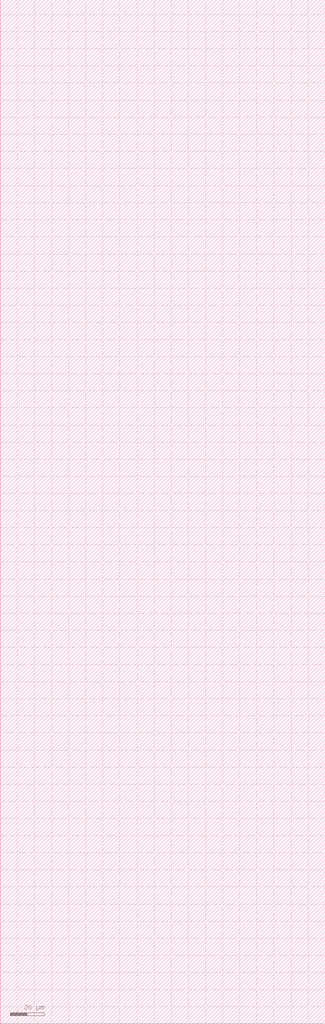
<source format=lef>
VERSION 5.7 ;
NAMESCASESENSITIVE ON ;
BUSBITCHARS "[]" ;
DIVIDERCHAR "/" ;

UNITS
  DATABASE MICRONS	2000 ;
END UNITS

MANUFACTURINGGRID	0.0025 ;

SITE core
  SIZE 0.19 BY 1.71 ;
  CLASS CORE ;
END core

MACRO in01s01
    CLASS CORE ;
    FOREIGN in01s01 0.000 0.000 ;
    ORIGIN 0.000 0.000 ;
    SIZE 0.760 BY 1.71 ;
    SYMMETRY X Y ;
    SITE core ;
    PIN o
        DIRECTION OUTPUT ;
        PORT
        LAYER metal1 ;
        RECT 0.465 0.150 0.53 1.255 ;
        RECT 0.415 0.150 0.61 0.28 ;
        END
    END o
    PIN a
        DIRECTION INPUT ;
        PORT
        LAYER metal1 ;
        RECT 0.210 0.340 0.34 0.405 ;
        END
    END a
END in01s01

MACRO in01s02
    CLASS CORE ;
    FOREIGN in01s02 0.000 0.000 ;
    ORIGIN 0.000 0.000 ;
    SIZE 1.520 BY 1.71 ;
    SYMMETRY X Y ;
    SITE core ;
    PIN o
        DIRECTION OUTPUT ;
        PORT
        LAYER metal1 ;
        RECT 0.925 0.150 1.12 1.255 ;
        RECT 0.835 0.150 1.225 0.28 ;
        END
    END o
    PIN a
        DIRECTION INPUT ;
        PORT
        LAYER metal1 ;
        RECT 0.420 0.340 0.68 0.405 ;
        END
    END a
END in01s02

MACRO in01s03
    CLASS CORE ;
    FOREIGN in01s03 0.000 0.000 ;
    ORIGIN 0.000 0.000 ;
    SIZE 1.900 BY 1.71 ;
    SYMMETRY X Y ;
    SITE core ;
    PIN o
        DIRECTION OUTPUT ;
        PORT
        LAYER metal1 ;
        RECT 1.160 0.150 1.355 1.255 ;
        RECT 1.040 0.150 1.495 0.28 ;
        END
    END o
    PIN a
        DIRECTION INPUT ;
        PORT
        LAYER metal1 ;
        RECT 0.525 0.340 0.85 0.405 ;
        END
    END a
END in01s03

MACRO in01s04
    CLASS CORE ;
    FOREIGN in01s04 0.000 0.000 ;
    ORIGIN 0.000 0.000 ;
    SIZE 1.900 BY 1.71 ;
    SYMMETRY X Y ;
    SITE core ;
    PIN o
        DIRECTION OUTPUT ;
        PORT
        LAYER metal1 ;
        RECT 1.160 0.150 1.355 1.255 ;
        RECT 1.040 0.150 1.495 0.28 ;
        END
    END o
    PIN a
        DIRECTION INPUT ;
        PORT
        LAYER metal1 ;
        RECT 0.525 0.340 0.85 0.405 ;
        END
    END a
END in01s04

MACRO in01s06
    CLASS CORE ;
    FOREIGN in01s06 0.000 0.000 ;
    ORIGIN 0.000 0.000 ;
    SIZE 2.280 BY 1.71 ;
    SYMMETRY X Y ;
    SITE core ;
    PIN o
        DIRECTION OUTPUT ;
        PORT
        LAYER metal1 ;
        RECT 1.390 0.150 1.65 1.255 ;
        RECT 1.250 0.150 1.77 0.28 ;
        END
    END o
    PIN a
        DIRECTION INPUT ;
        PORT
        LAYER metal1 ;
        RECT 0.630 0.340 1.02 0.405 ;
        END
    END a
END in01s06

MACRO in01s08
    CLASS CORE ;
    FOREIGN in01s08 0.000 0.000 ;
    ORIGIN 0.000 0.000 ;
    SIZE 2.660 BY 1.71 ;
    SYMMETRY X Y ;
    SITE core ;
    PIN o
        DIRECTION OUTPUT ;
        PORT
        LAYER metal1 ;
        RECT 1.620 0.150 1.945 1.255 ;
        RECT 1.460 0.150 2.11 0.28 ;
        END
    END o
    PIN a
        DIRECTION INPUT ;
        PORT
        LAYER metal1 ;
        RECT 0.735 0.340 1.19 0.405 ;
        END
    END a
END in01s08

MACRO in01s10
    CLASS CORE ;
    FOREIGN in01s10 0.000 0.000 ;
    ORIGIN 0.000 0.000 ;
    SIZE 2.660 BY 1.71 ;
    SYMMETRY X Y ;
    SITE core ;
    PIN o
        DIRECTION OUTPUT ;
        PORT
        LAYER metal1 ;
        RECT 1.620 0.150 1.945 1.255 ;
        RECT 1.460 0.150 2.11 0.28 ;
        END
    END o
    PIN a
        DIRECTION INPUT ;
        PORT
        LAYER metal1 ;
        RECT 0.735 0.340 1.19 0.405 ;
        END
    END a
END in01s10

MACRO in01s20
    CLASS CORE ;
    FOREIGN in01s20 0.000 0.000 ;
    ORIGIN 0.000 0.000 ;
    SIZE 3.800 BY 1.71 ;
    SYMMETRY X Y ;
    SITE core ;
    PIN o
        DIRECTION OUTPUT ;
        PORT
        LAYER metal1 ;
        RECT 2.315 0.150 2.77 1.255 ;
        RECT 2.085 0.150 2.995 0.28 ;
        END
    END o
    PIN a
        DIRECTION INPUT ;
        PORT
        LAYER metal1 ;
        RECT 1.050 0.340 1.7 0.405 ;
        END
    END a
END in01s20

MACRO in01s40
    CLASS CORE ;
    FOREIGN in01s40 0.000 0.000 ;
    ORIGIN 0.000 0.000 ;
    SIZE 4.940 BY 1.71 ;
    SYMMETRY X Y ;
    SITE core ;
    PIN o
        DIRECTION OUTPUT ;
        PORT
        LAYER metal1 ;
        RECT 3.010 0.150 3.595 1.255 ;
        RECT 2.710 0.150 3.88 0.28 ;
        END
    END o
    PIN a
        DIRECTION INPUT ;
        PORT
        LAYER metal1 ;
        RECT 1.365 0.340 2.21 0.405 ;
        END
    END a
END in01s40

MACRO in01s80
    CLASS CORE ;
    FOREIGN in01s80 0.000 0.000 ;
    ORIGIN 0.000 0.000 ;
    SIZE 6.840 BY 1.71 ;
    SYMMETRY X Y ;
    SITE core ;
    PIN o
        DIRECTION OUTPUT ;
        PORT
        LAYER metal1 ;
        RECT 4.170 0.150 4.95 1.255 ;
        RECT 3.750 0.150 5.375 0.28 ;
        END
    END o
    PIN a
        DIRECTION INPUT ;
        PORT
        LAYER metal1 ;
        RECT 1.890 0.340 3.06 0.405 ;
        END
    END a
END in01s80

MACRO in01m01
    CLASS CORE ;
    FOREIGN in01m01 0.000 0.000 ;
    ORIGIN 0.000 0.000 ;
    SIZE 0.760 BY 1.71 ;
    SYMMETRY X Y ;
    SITE core ;
    PIN o
        DIRECTION OUTPUT ;
        PORT
        LAYER metal1 ;
        RECT 0.465 0.150 0.53 1.255 ;
        RECT 0.415 0.150 0.61 0.28 ;
        END
    END o
    PIN a
        DIRECTION INPUT ;
        PORT
        LAYER metal1 ;
        RECT 0.210 0.340 0.34 0.405 ;
        END
    END a
END in01m01

MACRO in01m02
    CLASS CORE ;
    FOREIGN in01m02 0.000 0.000 ;
    ORIGIN 0.000 0.000 ;
    SIZE 1.520 BY 1.71 ;
    SYMMETRY X Y ;
    SITE core ;
    PIN o
        DIRECTION OUTPUT ;
        PORT
        LAYER metal1 ;
        RECT 0.925 0.150 1.12 1.255 ;
        RECT 0.835 0.150 1.225 0.28 ;
        END
    END o
    PIN a
        DIRECTION INPUT ;
        PORT
        LAYER metal1 ;
        RECT 0.420 0.340 0.68 0.405 ;
        END
    END a
END in01m02

MACRO in01m03
    CLASS CORE ;
    FOREIGN in01m03 0.000 0.000 ;
    ORIGIN 0.000 0.000 ;
    SIZE 1.900 BY 1.71 ;
    SYMMETRY X Y ;
    SITE core ;
    PIN o
        DIRECTION OUTPUT ;
        PORT
        LAYER metal1 ;
        RECT 1.160 0.150 1.355 1.255 ;
        RECT 1.040 0.150 1.495 0.28 ;
        END
    END o
    PIN a
        DIRECTION INPUT ;
        PORT
        LAYER metal1 ;
        RECT 0.525 0.340 0.85 0.405 ;
        END
    END a
END in01m03

MACRO in01m04
    CLASS CORE ;
    FOREIGN in01m04 0.000 0.000 ;
    ORIGIN 0.000 0.000 ;
    SIZE 1.900 BY 1.71 ;
    SYMMETRY X Y ;
    SITE core ;
    PIN o
        DIRECTION OUTPUT ;
        PORT
        LAYER metal1 ;
        RECT 1.160 0.150 1.355 1.255 ;
        RECT 1.040 0.150 1.495 0.28 ;
        END
    END o
    PIN a
        DIRECTION INPUT ;
        PORT
        LAYER metal1 ;
        RECT 0.525 0.340 0.85 0.405 ;
        END
    END a
END in01m04

MACRO in01m06
    CLASS CORE ;
    FOREIGN in01m06 0.000 0.000 ;
    ORIGIN 0.000 0.000 ;
    SIZE 2.280 BY 1.71 ;
    SYMMETRY X Y ;
    SITE core ;
    PIN o
        DIRECTION OUTPUT ;
        PORT
        LAYER metal1 ;
        RECT 1.390 0.150 1.65 1.255 ;
        RECT 1.250 0.150 1.77 0.28 ;
        END
    END o
    PIN a
        DIRECTION INPUT ;
        PORT
        LAYER metal1 ;
        RECT 0.630 0.340 1.02 0.405 ;
        END
    END a
END in01m06

MACRO in01m08
    CLASS CORE ;
    FOREIGN in01m08 0.000 0.000 ;
    ORIGIN 0.000 0.000 ;
    SIZE 2.660 BY 1.71 ;
    SYMMETRY X Y ;
    SITE core ;
    PIN o
        DIRECTION OUTPUT ;
        PORT
        LAYER metal1 ;
        RECT 1.620 0.150 1.945 1.255 ;
        RECT 1.460 0.150 2.11 0.28 ;
        END
    END o
    PIN a
        DIRECTION INPUT ;
        PORT
        LAYER metal1 ;
        RECT 0.735 0.340 1.19 0.405 ;
        END
    END a
END in01m08

MACRO in01m10
    CLASS CORE ;
    FOREIGN in01m10 0.000 0.000 ;
    ORIGIN 0.000 0.000 ;
    SIZE 2.660 BY 1.71 ;
    SYMMETRY X Y ;
    SITE core ;
    PIN o
        DIRECTION OUTPUT ;
        PORT
        LAYER metal1 ;
        RECT 1.620 0.150 1.945 1.255 ;
        RECT 1.460 0.150 2.11 0.28 ;
        END
    END o
    PIN a
        DIRECTION INPUT ;
        PORT
        LAYER metal1 ;
        RECT 0.735 0.340 1.19 0.405 ;
        END
    END a
END in01m10

MACRO in01m20
    CLASS CORE ;
    FOREIGN in01m20 0.000 0.000 ;
    ORIGIN 0.000 0.000 ;
    SIZE 3.800 BY 1.71 ;
    SYMMETRY X Y ;
    SITE core ;
    PIN o
        DIRECTION OUTPUT ;
        PORT
        LAYER metal1 ;
        RECT 2.315 0.150 2.77 1.255 ;
        RECT 2.085 0.150 2.995 0.28 ;
        END
    END o
    PIN a
        DIRECTION INPUT ;
        PORT
        LAYER metal1 ;
        RECT 1.050 0.340 1.7 0.405 ;
        END
    END a
END in01m20

MACRO in01m40
    CLASS CORE ;
    FOREIGN in01m40 0.000 0.000 ;
    ORIGIN 0.000 0.000 ;
    SIZE 4.940 BY 1.71 ;
    SYMMETRY X Y ;
    SITE core ;
    PIN o
        DIRECTION OUTPUT ;
        PORT
        LAYER metal1 ;
        RECT 3.010 0.150 3.595 1.255 ;
        RECT 2.710 0.150 3.88 0.28 ;
        END
    END o
    PIN a
        DIRECTION INPUT ;
        PORT
        LAYER metal1 ;
        RECT 1.365 0.340 2.21 0.405 ;
        END
    END a
END in01m40

MACRO in01m80
    CLASS CORE ;
    FOREIGN in01m80 0.000 0.000 ;
    ORIGIN 0.000 0.000 ;
    SIZE 6.840 BY 1.71 ;
    SYMMETRY X Y ;
    SITE core ;
    PIN o
        DIRECTION OUTPUT ;
        PORT
        LAYER metal1 ;
        RECT 4.170 0.150 4.95 1.255 ;
        RECT 3.750 0.150 5.375 0.28 ;
        END
    END o
    PIN a
        DIRECTION INPUT ;
        PORT
        LAYER metal1 ;
        RECT 1.890 0.340 3.06 0.405 ;
        END
    END a
END in01m80

MACRO in01f01
    CLASS CORE ;
    FOREIGN in01f01 0.000 0.000 ;
    ORIGIN 0.000 0.000 ;
    SIZE 0.760 BY 1.71 ;
    SYMMETRY X Y ;
    SITE core ;
    PIN o
        DIRECTION OUTPUT ;
        PORT
        LAYER metal1 ;
        RECT 0.465 0.150 0.53 1.255 ;
        RECT 0.415 0.150 0.61 0.28 ;
        END
    END o
    PIN a
        DIRECTION INPUT ;
        PORT
        LAYER metal1 ;
        RECT 0.210 0.340 0.34 0.405 ;
        END
    END a
END in01f01

MACRO in01f02
    CLASS CORE ;
    FOREIGN in01f02 0.000 0.000 ;
    ORIGIN 0.000 0.000 ;
    SIZE 1.520 BY 1.71 ;
    SYMMETRY X Y ;
    SITE core ;
    PIN o
        DIRECTION OUTPUT ;
        PORT
        LAYER metal1 ;
        RECT 0.925 0.150 1.12 1.255 ;
        RECT 0.835 0.150 1.225 0.28 ;
        END
    END o
    PIN a
        DIRECTION INPUT ;
        PORT
        LAYER metal1 ;
        RECT 0.420 0.340 0.68 0.405 ;
        END
    END a
END in01f02

MACRO in01f03
    CLASS CORE ;
    FOREIGN in01f03 0.000 0.000 ;
    ORIGIN 0.000 0.000 ;
    SIZE 1.900 BY 1.71 ;
    SYMMETRY X Y ;
    SITE core ;
    PIN o
        DIRECTION OUTPUT ;
        PORT
        LAYER metal1 ;
        RECT 1.160 0.150 1.355 1.255 ;
        RECT 1.040 0.150 1.495 0.28 ;
        END
    END o
    PIN a
        DIRECTION INPUT ;
        PORT
        LAYER metal1 ;
        RECT 0.525 0.340 0.85 0.405 ;
        END
    END a
END in01f03

MACRO in01f04
    CLASS CORE ;
    FOREIGN in01f04 0.000 0.000 ;
    ORIGIN 0.000 0.000 ;
    SIZE 1.900 BY 1.71 ;
    SYMMETRY X Y ;
    SITE core ;
    PIN o
        DIRECTION OUTPUT ;
        PORT
        LAYER metal1 ;
        RECT 1.160 0.150 1.355 1.255 ;
        RECT 1.040 0.150 1.495 0.28 ;
        END
    END o
    PIN a
        DIRECTION INPUT ;
        PORT
        LAYER metal1 ;
        RECT 0.525 0.340 0.85 0.405 ;
        END
    END a
END in01f04

MACRO in01f06
    CLASS CORE ;
    FOREIGN in01f06 0.000 0.000 ;
    ORIGIN 0.000 0.000 ;
    SIZE 2.280 BY 1.71 ;
    SYMMETRY X Y ;
    SITE core ;
    PIN o
        DIRECTION OUTPUT ;
        PORT
        LAYER metal1 ;
        RECT 1.390 0.150 1.65 1.255 ;
        RECT 1.250 0.150 1.77 0.28 ;
        END
    END o
    PIN a
        DIRECTION INPUT ;
        PORT
        LAYER metal1 ;
        RECT 0.630 0.340 1.02 0.405 ;
        END
    END a
END in01f06

MACRO in01f08
    CLASS CORE ;
    FOREIGN in01f08 0.000 0.000 ;
    ORIGIN 0.000 0.000 ;
    SIZE 2.660 BY 1.71 ;
    SYMMETRY X Y ;
    SITE core ;
    PIN o
        DIRECTION OUTPUT ;
        PORT
        LAYER metal1 ;
        RECT 1.620 0.150 1.945 1.255 ;
        RECT 1.460 0.150 2.11 0.28 ;
        END
    END o
    PIN a
        DIRECTION INPUT ;
        PORT
        LAYER metal1 ;
        RECT 0.735 0.340 1.19 0.405 ;
        END
    END a
END in01f08

MACRO in01f10
    CLASS CORE ;
    FOREIGN in01f10 0.000 0.000 ;
    ORIGIN 0.000 0.000 ;
    SIZE 2.660 BY 1.71 ;
    SYMMETRY X Y ;
    SITE core ;
    PIN o
        DIRECTION OUTPUT ;
        PORT
        LAYER metal1 ;
        RECT 1.620 0.150 1.945 1.255 ;
        RECT 1.460 0.150 2.11 0.28 ;
        END
    END o
    PIN a
        DIRECTION INPUT ;
        PORT
        LAYER metal1 ;
        RECT 0.735 0.340 1.19 0.405 ;
        END
    END a
END in01f10

MACRO in01f20
    CLASS CORE ;
    FOREIGN in01f20 0.000 0.000 ;
    ORIGIN 0.000 0.000 ;
    SIZE 3.800 BY 1.71 ;
    SYMMETRY X Y ;
    SITE core ;
    PIN o
        DIRECTION OUTPUT ;
        PORT
        LAYER metal1 ;
        RECT 2.315 0.150 2.77 1.255 ;
        RECT 2.085 0.150 2.995 0.28 ;
        END
    END o
    PIN a
        DIRECTION INPUT ;
        PORT
        LAYER metal1 ;
        RECT 1.050 0.340 1.7 0.405 ;
        END
    END a
END in01f20

MACRO in01f40
    CLASS CORE ;
    FOREIGN in01f40 0.000 0.000 ;
    ORIGIN 0.000 0.000 ;
    SIZE 4.940 BY 1.71 ;
    SYMMETRY X Y ;
    SITE core ;
    PIN o
        DIRECTION OUTPUT ;
        PORT
        LAYER metal1 ;
        RECT 3.010 0.150 3.595 1.255 ;
        RECT 2.710 0.150 3.88 0.28 ;
        END
    END o
    PIN a
        DIRECTION INPUT ;
        PORT
        LAYER metal1 ;
        RECT 1.365 0.340 2.21 0.405 ;
        END
    END a
END in01f40

MACRO in01f80
    CLASS CORE ;
    FOREIGN in01f80 0.000 0.000 ;
    ORIGIN 0.000 0.000 ;
    SIZE 6.840 BY 1.71 ;
    SYMMETRY X Y ;
    SITE core ;
    PIN o
        DIRECTION OUTPUT ;
        PORT
        LAYER metal1 ;
        RECT 4.170 0.150 4.95 1.255 ;
        RECT 3.750 0.150 5.375 0.28 ;
        END
    END o
    PIN a
        DIRECTION INPUT ;
        PORT
        LAYER metal1 ;
        RECT 1.890 0.340 3.06 0.405 ;
        END
    END a
END in01f80

MACRO na02s01
    CLASS CORE ;
    FOREIGN na02s01 0.000 0.000 ;
    ORIGIN 0.000 0.000 ;
    SIZE 1.140 BY 1.71 ;
    SYMMETRY X Y ;
    SITE core ;
    PIN o
        DIRECTION OUTPUT ;
        PORT
        LAYER metal1 ;
        RECT 0.450 0.110 0.58 1.215 ;
        RECT 0.430 0.725 0.625 1.245 ;
        RECT 0.450 0.110 0.905 0.175 ;
        RECT 0.805 0.110 0.935 0.5 ;
        END
    END o
    PIN a
        DIRECTION INPUT ;
        PORT
        LAYER metal1 ;
        RECT 0.070 0.535 0.33 0.665 ;
        END
    END a
    PIN b
        DIRECTION INPUT ;
        PORT
        LAYER metal1 ;
        RECT 0.645 0.540 0.905 0.67 ;
        END
    END b
END na02s01

MACRO na02s02
    CLASS CORE ;
    FOREIGN na02s02 0.000 0.000 ;
    ORIGIN 0.000 0.000 ;
    SIZE 2.660 BY 1.71 ;
    SYMMETRY X Y ;
    SITE core ;
    PIN o
        DIRECTION OUTPUT ;
        PORT
        LAYER metal1 ;
        RECT 1.050 0.110 1.31 1.215 ;
        RECT 1.000 0.725 1.455 1.245 ;
        RECT 1.050 0.110 2.09 0.175 ;
        RECT 1.875 0.110 2.135 0.5 ;
        END
    END o
    PIN a
        DIRECTION INPUT ;
        PORT
        LAYER metal1 ;
        RECT 0.160 0.535 0.81 0.665 ;
        END
    END a
    PIN b
        DIRECTION INPUT ;
        PORT
        LAYER metal1 ;
        RECT 1.505 0.540 2.09 0.67 ;
        END
    END b
END na02s02

MACRO na02s03
    CLASS CORE ;
    FOREIGN na02s03 0.000 0.000 ;
    ORIGIN 0.000 0.000 ;
    SIZE 3.420 BY 1.71 ;
    SYMMETRY X Y ;
    SITE core ;
    PIN o
        DIRECTION OUTPUT ;
        PORT
        LAYER metal1 ;
        RECT 1.350 0.110 1.675 1.215 ;
        RECT 1.285 0.725 1.87 1.245 ;
        RECT 1.350 0.110 2.715 0.175 ;
        RECT 2.410 0.110 2.735 0.5 ;
        END
    END o
    PIN a
        DIRECTION INPUT ;
        PORT
        LAYER metal1 ;
        RECT 0.205 0.535 1.05 0.665 ;
        END
    END a
    PIN b
        DIRECTION INPUT ;
        PORT
        LAYER metal1 ;
        RECT 1.935 0.540 2.715 0.67 ;
        END
    END b
END na02s03

MACRO na02s04
    CLASS CORE ;
    FOREIGN na02s04 0.000 0.000 ;
    ORIGIN 0.000 0.000 ;
    SIZE 3.800 BY 1.71 ;
    SYMMETRY X Y ;
    SITE core ;
    PIN o
        DIRECTION OUTPUT ;
        PORT
        LAYER metal1 ;
        RECT 1.500 0.110 1.825 1.215 ;
        RECT 1.425 0.725 2.075 1.245 ;
        RECT 1.500 0.110 2.995 0.175 ;
        RECT 2.675 0.110 3.0 0.5 ;
        END
    END o
    PIN a
        DIRECTION INPUT ;
        PORT
        LAYER metal1 ;
        RECT 0.225 0.535 1.2 0.665 ;
        END
    END a
    PIN b
        DIRECTION INPUT ;
        PORT
        LAYER metal1 ;
        RECT 2.150 0.540 2.995 0.67 ;
        END
    END b
END na02s04

MACRO na02s06
    CLASS CORE ;
    FOREIGN na02s06 0.000 0.000 ;
    ORIGIN 0.000 0.000 ;
    SIZE 4.560 BY 1.71 ;
    SYMMETRY X Y ;
    SITE core ;
    PIN o
        DIRECTION OUTPUT ;
        PORT
        LAYER metal1 ;
        RECT 1.800 0.110 2.19 1.215 ;
        RECT 1.710 0.725 2.49 1.245 ;
        RECT 1.800 0.110 3.62 0.175 ;
        RECT 3.210 0.110 3.6 0.5 ;
        END
    END o
    PIN a
        DIRECTION INPUT ;
        PORT
        LAYER metal1 ;
        RECT 0.270 0.535 1.44 0.665 ;
        END
    END a
    PIN b
        DIRECTION INPUT ;
        PORT
        LAYER metal1 ;
        RECT 2.580 0.540 3.62 0.67 ;
        END
    END b
END na02s06

MACRO na02s08
    CLASS CORE ;
    FOREIGN na02s08 0.000 0.000 ;
    ORIGIN 0.000 0.000 ;
    SIZE 4.940 BY 1.71 ;
    SYMMETRY X Y ;
    SITE core ;
    PIN o
        DIRECTION OUTPUT ;
        PORT
        LAYER metal1 ;
        RECT 1.950 0.110 2.405 1.215 ;
        RECT 1.855 0.725 2.7 1.245 ;
        RECT 1.950 0.110 3.9 0.175 ;
        RECT 3.480 0.110 3.935 0.5 ;
        END
    END o
    PIN a
        DIRECTION INPUT ;
        PORT
        LAYER metal1 ;
        RECT 0.290 0.535 1.525 0.665 ;
        END
    END a
    PIN b
        DIRECTION INPUT ;
        PORT
        LAYER metal1 ;
        RECT 2.795 0.540 3.9 0.67 ;
        END
    END b
END na02s08

MACRO na02s10
    CLASS CORE ;
    FOREIGN na02s10 0.000 0.000 ;
    ORIGIN 0.000 0.000 ;
    SIZE 5.700 BY 1.71 ;
    SYMMETRY X Y ;
    SITE core ;
    PIN o
        DIRECTION OUTPUT ;
        PORT
        LAYER metal1 ;
        RECT 2.250 0.110 2.77 1.215 ;
        RECT 2.140 0.725 3.18 1.245 ;
        RECT 2.250 0.110 4.525 0.175 ;
        RECT 4.015 0.110 4.535 0.5 ;
        END
    END o
    PIN a
        DIRECTION INPUT ;
        PORT
        LAYER metal1 ;
        RECT 0.340 0.535 1.77 0.665 ;
        END
    END a
    PIN b
        DIRECTION INPUT ;
        PORT
        LAYER metal1 ;
        RECT 3.225 0.540 4.525 0.67 ;
        END
    END b
END na02s10

MACRO na02s20
    CLASS CORE ;
    FOREIGN na02s20 0.000 0.000 ;
    ORIGIN 0.000 0.000 ;
    SIZE 7.600 BY 1.71 ;
    SYMMETRY X Y ;
    SITE core ;
    PIN o
        DIRECTION OUTPUT ;
        PORT
        LAYER metal1 ;
        RECT 3.000 0.110 3.65 1.215 ;
        RECT 2.850 0.725 4.215 1.245 ;
        RECT 3.000 0.110 5.99 0.175 ;
        RECT 5.350 0.110 6.0 0.5 ;
        END
    END o
    PIN a
        DIRECTION INPUT ;
        PORT
        LAYER metal1 ;
        RECT 0.450 0.535 2.335 0.665 ;
        END
    END a
    PIN b
        DIRECTION INPUT ;
        PORT
        LAYER metal1 ;
        RECT 4.300 0.540 6.055 0.67 ;
        END
    END b
END na02s20

MACRO na02s40
    CLASS CORE ;
    FOREIGN na02s40 0.000 0.000 ;
    ORIGIN 0.000 0.000 ;
    SIZE 10.640 BY 1.71 ;
    SYMMETRY X Y ;
    SITE core ;
    PIN o
        DIRECTION OUTPUT ;
        PORT
        LAYER metal1 ;
        RECT 4.200 0.110 5.11 1.215 ;
        RECT 3.990 0.725 5.875 1.245 ;
        RECT 4.200 0.110 8.425 0.175 ;
        RECT 7.490 0.110 8.4 0.5 ;
        END
    END o
    PIN a
        DIRECTION INPUT ;
        PORT
        LAYER metal1 ;
        RECT 0.630 0.535 3.295 0.665 ;
        END
    END a
    PIN b
        DIRECTION INPUT ;
        PORT
        LAYER metal1 ;
        RECT 6.020 0.540 8.425 0.67 ;
        END
    END b
END na02s40

MACRO na02s80
    CLASS CORE ;
    FOREIGN na02s80 0.000 0.000 ;
    ORIGIN 0.000 0.000 ;
    SIZE 14.440 BY 1.71 ;
    SYMMETRY X Y ;
    SITE core ;
    PIN o
        DIRECTION OUTPUT ;
        PORT
        LAYER metal1 ;
        RECT 5.700 0.110 6.935 1.215 ;
        RECT 5.415 0.725 7.95 1.245 ;
        RECT 5.700 0.110 11.42 0.175 ;
        RECT 10.165 0.110 11.4 0.5 ;
        END
    END o
    PIN a
        DIRECTION INPUT ;
        PORT
        LAYER metal1 ;
        RECT 0.855 0.535 4.495 0.665 ;
        END
    END a
    PIN b
        DIRECTION INPUT ;
        PORT
        LAYER metal1 ;
        RECT 8.170 0.540 11.42 0.67 ;
        END
    END b
END na02s80

MACRO na02m01
    CLASS CORE ;
    FOREIGN na02m01 0.000 0.000 ;
    ORIGIN 0.000 0.000 ;
    SIZE 1.140 BY 1.71 ;
    SYMMETRY X Y ;
    SITE core ;
    PIN o
        DIRECTION OUTPUT ;
        PORT
        LAYER metal1 ;
        RECT 0.450 0.110 0.58 1.215 ;
        RECT 0.430 0.725 0.625 1.245 ;
        RECT 0.450 0.110 0.905 0.175 ;
        RECT 0.805 0.110 0.935 0.5 ;
        END
    END o
    PIN a
        DIRECTION INPUT ;
        PORT
        LAYER metal1 ;
        RECT 0.070 0.535 0.33 0.665 ;
        END
    END a
    PIN b
        DIRECTION INPUT ;
        PORT
        LAYER metal1 ;
        RECT 0.645 0.540 0.905 0.67 ;
        END
    END b
END na02m01

MACRO na02m02
    CLASS CORE ;
    FOREIGN na02m02 0.000 0.000 ;
    ORIGIN 0.000 0.000 ;
    SIZE 2.660 BY 1.71 ;
    SYMMETRY X Y ;
    SITE core ;
    PIN o
        DIRECTION OUTPUT ;
        PORT
        LAYER metal1 ;
        RECT 1.050 0.110 1.31 1.215 ;
        RECT 1.000 0.725 1.455 1.245 ;
        RECT 1.050 0.110 2.09 0.175 ;
        RECT 1.875 0.110 2.135 0.5 ;
        END
    END o
    PIN a
        DIRECTION INPUT ;
        PORT
        LAYER metal1 ;
        RECT 0.160 0.535 0.81 0.665 ;
        END
    END a
    PIN b
        DIRECTION INPUT ;
        PORT
        LAYER metal1 ;
        RECT 1.505 0.540 2.09 0.67 ;
        END
    END b
END na02m02

MACRO na02m03
    CLASS CORE ;
    FOREIGN na02m03 0.000 0.000 ;
    ORIGIN 0.000 0.000 ;
    SIZE 3.420 BY 1.71 ;
    SYMMETRY X Y ;
    SITE core ;
    PIN o
        DIRECTION OUTPUT ;
        PORT
        LAYER metal1 ;
        RECT 1.350 0.110 1.675 1.215 ;
        RECT 1.285 0.725 1.87 1.245 ;
        RECT 1.350 0.110 2.715 0.175 ;
        RECT 2.410 0.110 2.735 0.5 ;
        END
    END o
    PIN a
        DIRECTION INPUT ;
        PORT
        LAYER metal1 ;
        RECT 0.205 0.535 1.05 0.665 ;
        END
    END a
    PIN b
        DIRECTION INPUT ;
        PORT
        LAYER metal1 ;
        RECT 1.935 0.540 2.715 0.67 ;
        END
    END b
END na02m03

MACRO na02m04
    CLASS CORE ;
    FOREIGN na02m04 0.000 0.000 ;
    ORIGIN 0.000 0.000 ;
    SIZE 3.800 BY 1.71 ;
    SYMMETRY X Y ;
    SITE core ;
    PIN o
        DIRECTION OUTPUT ;
        PORT
        LAYER metal1 ;
        RECT 1.500 0.110 1.825 1.215 ;
        RECT 1.425 0.725 2.075 1.245 ;
        RECT 1.500 0.110 2.995 0.175 ;
        RECT 2.675 0.110 3.0 0.5 ;
        END
    END o
    PIN a
        DIRECTION INPUT ;
        PORT
        LAYER metal1 ;
        RECT 0.225 0.535 1.2 0.665 ;
        END
    END a
    PIN b
        DIRECTION INPUT ;
        PORT
        LAYER metal1 ;
        RECT 2.150 0.540 2.995 0.67 ;
        END
    END b
END na02m04

MACRO na02m06
    CLASS CORE ;
    FOREIGN na02m06 0.000 0.000 ;
    ORIGIN 0.000 0.000 ;
    SIZE 4.560 BY 1.71 ;
    SYMMETRY X Y ;
    SITE core ;
    PIN o
        DIRECTION OUTPUT ;
        PORT
        LAYER metal1 ;
        RECT 1.800 0.110 2.19 1.215 ;
        RECT 1.710 0.725 2.49 1.245 ;
        RECT 1.800 0.110 3.62 0.175 ;
        RECT 3.210 0.110 3.6 0.5 ;
        END
    END o
    PIN a
        DIRECTION INPUT ;
        PORT
        LAYER metal1 ;
        RECT 0.270 0.535 1.44 0.665 ;
        END
    END a
    PIN b
        DIRECTION INPUT ;
        PORT
        LAYER metal1 ;
        RECT 2.580 0.540 3.62 0.67 ;
        END
    END b
END na02m06

MACRO na02m08
    CLASS CORE ;
    FOREIGN na02m08 0.000 0.000 ;
    ORIGIN 0.000 0.000 ;
    SIZE 4.940 BY 1.71 ;
    SYMMETRY X Y ;
    SITE core ;
    PIN o
        DIRECTION OUTPUT ;
        PORT
        LAYER metal1 ;
        RECT 1.950 0.110 2.405 1.215 ;
        RECT 1.855 0.725 2.7 1.245 ;
        RECT 1.950 0.110 3.9 0.175 ;
        RECT 3.480 0.110 3.935 0.5 ;
        END
    END o
    PIN a
        DIRECTION INPUT ;
        PORT
        LAYER metal1 ;
        RECT 0.290 0.535 1.525 0.665 ;
        END
    END a
    PIN b
        DIRECTION INPUT ;
        PORT
        LAYER metal1 ;
        RECT 2.795 0.540 3.9 0.67 ;
        END
    END b
END na02m08

MACRO na02m10
    CLASS CORE ;
    FOREIGN na02m10 0.000 0.000 ;
    ORIGIN 0.000 0.000 ;
    SIZE 5.700 BY 1.71 ;
    SYMMETRY X Y ;
    SITE core ;
    PIN o
        DIRECTION OUTPUT ;
        PORT
        LAYER metal1 ;
        RECT 2.250 0.110 2.77 1.215 ;
        RECT 2.140 0.725 3.18 1.245 ;
        RECT 2.250 0.110 4.525 0.175 ;
        RECT 4.015 0.110 4.535 0.5 ;
        END
    END o
    PIN a
        DIRECTION INPUT ;
        PORT
        LAYER metal1 ;
        RECT 0.340 0.535 1.77 0.665 ;
        END
    END a
    PIN b
        DIRECTION INPUT ;
        PORT
        LAYER metal1 ;
        RECT 3.225 0.540 4.525 0.67 ;
        END
    END b
END na02m10

MACRO na02m20
    CLASS CORE ;
    FOREIGN na02m20 0.000 0.000 ;
    ORIGIN 0.000 0.000 ;
    SIZE 7.600 BY 1.71 ;
    SYMMETRY X Y ;
    SITE core ;
    PIN o
        DIRECTION OUTPUT ;
        PORT
        LAYER metal1 ;
        RECT 3.000 0.110 3.65 1.215 ;
        RECT 2.850 0.725 4.215 1.245 ;
        RECT 3.000 0.110 5.99 0.175 ;
        RECT 5.350 0.110 6.0 0.5 ;
        END
    END o
    PIN a
        DIRECTION INPUT ;
        PORT
        LAYER metal1 ;
        RECT 0.450 0.535 2.335 0.665 ;
        END
    END a
    PIN b
        DIRECTION INPUT ;
        PORT
        LAYER metal1 ;
        RECT 4.300 0.540 6.055 0.67 ;
        END
    END b
END na02m20

MACRO na02m40
    CLASS CORE ;
    FOREIGN na02m40 0.000 0.000 ;
    ORIGIN 0.000 0.000 ;
    SIZE 10.640 BY 1.71 ;
    SYMMETRY X Y ;
    SITE core ;
    PIN o
        DIRECTION OUTPUT ;
        PORT
        LAYER metal1 ;
        RECT 4.200 0.110 5.11 1.215 ;
        RECT 3.990 0.725 5.875 1.245 ;
        RECT 4.200 0.110 8.425 0.175 ;
        RECT 7.490 0.110 8.4 0.5 ;
        END
    END o
    PIN a
        DIRECTION INPUT ;
        PORT
        LAYER metal1 ;
        RECT 0.630 0.535 3.295 0.665 ;
        END
    END a
    PIN b
        DIRECTION INPUT ;
        PORT
        LAYER metal1 ;
        RECT 6.020 0.540 8.425 0.67 ;
        END
    END b
END na02m40

MACRO na02m80
    CLASS CORE ;
    FOREIGN na02m80 0.000 0.000 ;
    ORIGIN 0.000 0.000 ;
    SIZE 14.440 BY 1.71 ;
    SYMMETRY X Y ;
    SITE core ;
    PIN o
        DIRECTION OUTPUT ;
        PORT
        LAYER metal1 ;
        RECT 5.700 0.110 6.935 1.215 ;
        RECT 5.415 0.725 7.95 1.245 ;
        RECT 5.700 0.110 11.42 0.175 ;
        RECT 10.165 0.110 11.4 0.5 ;
        END
    END o
    PIN a
        DIRECTION INPUT ;
        PORT
        LAYER metal1 ;
        RECT 0.855 0.535 4.495 0.665 ;
        END
    END a
    PIN b
        DIRECTION INPUT ;
        PORT
        LAYER metal1 ;
        RECT 8.170 0.540 11.42 0.67 ;
        END
    END b
END na02m80

MACRO na02f01
    CLASS CORE ;
    FOREIGN na02f01 0.000 0.000 ;
    ORIGIN 0.000 0.000 ;
    SIZE 1.140 BY 1.71 ;
    SYMMETRY X Y ;
    SITE core ;
    PIN o
        DIRECTION OUTPUT ;
        PORT
        LAYER metal1 ;
        RECT 0.450 0.110 0.58 1.215 ;
        RECT 0.430 0.725 0.625 1.245 ;
        RECT 0.450 0.110 0.905 0.175 ;
        RECT 0.805 0.110 0.935 0.5 ;
        END
    END o
    PIN a
        DIRECTION INPUT ;
        PORT
        LAYER metal1 ;
        RECT 0.070 0.535 0.33 0.665 ;
        END
    END a
    PIN b
        DIRECTION INPUT ;
        PORT
        LAYER metal1 ;
        RECT 0.645 0.540 0.905 0.67 ;
        END
    END b
END na02f01

MACRO na02f02
    CLASS CORE ;
    FOREIGN na02f02 0.000 0.000 ;
    ORIGIN 0.000 0.000 ;
    SIZE 2.660 BY 1.71 ;
    SYMMETRY X Y ;
    SITE core ;
    PIN o
        DIRECTION OUTPUT ;
        PORT
        LAYER metal1 ;
        RECT 1.050 0.110 1.31 1.215 ;
        RECT 1.000 0.725 1.455 1.245 ;
        RECT 1.050 0.110 2.09 0.175 ;
        RECT 1.875 0.110 2.135 0.5 ;
        END
    END o
    PIN a
        DIRECTION INPUT ;
        PORT
        LAYER metal1 ;
        RECT 0.160 0.535 0.81 0.665 ;
        END
    END a
    PIN b
        DIRECTION INPUT ;
        PORT
        LAYER metal1 ;
        RECT 1.505 0.540 2.09 0.67 ;
        END
    END b
END na02f02

MACRO na02f03
    CLASS CORE ;
    FOREIGN na02f03 0.000 0.000 ;
    ORIGIN 0.000 0.000 ;
    SIZE 3.420 BY 1.71 ;
    SYMMETRY X Y ;
    SITE core ;
    PIN o
        DIRECTION OUTPUT ;
        PORT
        LAYER metal1 ;
        RECT 1.350 0.110 1.675 1.215 ;
        RECT 1.285 0.725 1.87 1.245 ;
        RECT 1.350 0.110 2.715 0.175 ;
        RECT 2.410 0.110 2.735 0.5 ;
        END
    END o
    PIN a
        DIRECTION INPUT ;
        PORT
        LAYER metal1 ;
        RECT 0.205 0.535 1.05 0.665 ;
        END
    END a
    PIN b
        DIRECTION INPUT ;
        PORT
        LAYER metal1 ;
        RECT 1.935 0.540 2.715 0.67 ;
        END
    END b
END na02f03

MACRO na02f04
    CLASS CORE ;
    FOREIGN na02f04 0.000 0.000 ;
    ORIGIN 0.000 0.000 ;
    SIZE 3.800 BY 1.71 ;
    SYMMETRY X Y ;
    SITE core ;
    PIN o
        DIRECTION OUTPUT ;
        PORT
        LAYER metal1 ;
        RECT 1.500 0.110 1.825 1.215 ;
        RECT 1.425 0.725 2.075 1.245 ;
        RECT 1.500 0.110 2.995 0.175 ;
        RECT 2.675 0.110 3.0 0.5 ;
        END
    END o
    PIN a
        DIRECTION INPUT ;
        PORT
        LAYER metal1 ;
        RECT 0.225 0.535 1.2 0.665 ;
        END
    END a
    PIN b
        DIRECTION INPUT ;
        PORT
        LAYER metal1 ;
        RECT 2.150 0.540 2.995 0.67 ;
        END
    END b
END na02f04

MACRO na02f06
    CLASS CORE ;
    FOREIGN na02f06 0.000 0.000 ;
    ORIGIN 0.000 0.000 ;
    SIZE 4.560 BY 1.71 ;
    SYMMETRY X Y ;
    SITE core ;
    PIN o
        DIRECTION OUTPUT ;
        PORT
        LAYER metal1 ;
        RECT 1.800 0.110 2.19 1.215 ;
        RECT 1.710 0.725 2.49 1.245 ;
        RECT 1.800 0.110 3.62 0.175 ;
        RECT 3.210 0.110 3.6 0.5 ;
        END
    END o
    PIN a
        DIRECTION INPUT ;
        PORT
        LAYER metal1 ;
        RECT 0.270 0.535 1.44 0.665 ;
        END
    END a
    PIN b
        DIRECTION INPUT ;
        PORT
        LAYER metal1 ;
        RECT 2.580 0.540 3.62 0.67 ;
        END
    END b
END na02f06

MACRO na02f08
    CLASS CORE ;
    FOREIGN na02f08 0.000 0.000 ;
    ORIGIN 0.000 0.000 ;
    SIZE 4.940 BY 1.71 ;
    SYMMETRY X Y ;
    SITE core ;
    PIN o
        DIRECTION OUTPUT ;
        PORT
        LAYER metal1 ;
        RECT 1.950 0.110 2.405 1.215 ;
        RECT 1.855 0.725 2.7 1.245 ;
        RECT 1.950 0.110 3.9 0.175 ;
        RECT 3.480 0.110 3.935 0.5 ;
        END
    END o
    PIN a
        DIRECTION INPUT ;
        PORT
        LAYER metal1 ;
        RECT 0.290 0.535 1.525 0.665 ;
        END
    END a
    PIN b
        DIRECTION INPUT ;
        PORT
        LAYER metal1 ;
        RECT 2.795 0.540 3.9 0.67 ;
        END
    END b
END na02f08

MACRO na02f10
    CLASS CORE ;
    FOREIGN na02f10 0.000 0.000 ;
    ORIGIN 0.000 0.000 ;
    SIZE 5.700 BY 1.71 ;
    SYMMETRY X Y ;
    SITE core ;
    PIN o
        DIRECTION OUTPUT ;
        PORT
        LAYER metal1 ;
        RECT 2.250 0.110 2.77 1.215 ;
        RECT 2.140 0.725 3.18 1.245 ;
        RECT 2.250 0.110 4.525 0.175 ;
        RECT 4.015 0.110 4.535 0.5 ;
        END
    END o
    PIN a
        DIRECTION INPUT ;
        PORT
        LAYER metal1 ;
        RECT 0.340 0.535 1.77 0.665 ;
        END
    END a
    PIN b
        DIRECTION INPUT ;
        PORT
        LAYER metal1 ;
        RECT 3.225 0.540 4.525 0.67 ;
        END
    END b
END na02f10

MACRO na02f20
    CLASS CORE ;
    FOREIGN na02f20 0.000 0.000 ;
    ORIGIN 0.000 0.000 ;
    SIZE 7.600 BY 1.71 ;
    SYMMETRY X Y ;
    SITE core ;
    PIN o
        DIRECTION OUTPUT ;
        PORT
        LAYER metal1 ;
        RECT 3.000 0.110 3.65 1.215 ;
        RECT 2.850 0.725 4.215 1.245 ;
        RECT 3.000 0.110 5.99 0.175 ;
        RECT 5.350 0.110 6.0 0.5 ;
        END
    END o
    PIN a
        DIRECTION INPUT ;
        PORT
        LAYER metal1 ;
        RECT 0.450 0.535 2.335 0.665 ;
        END
    END a
    PIN b
        DIRECTION INPUT ;
        PORT
        LAYER metal1 ;
        RECT 4.300 0.540 6.055 0.67 ;
        END
    END b
END na02f20

MACRO na02f40
    CLASS CORE ;
    FOREIGN na02f40 0.000 0.000 ;
    ORIGIN 0.000 0.000 ;
    SIZE 10.640 BY 1.71 ;
    SYMMETRY X Y ;
    SITE core ;
    PIN o
        DIRECTION OUTPUT ;
        PORT
        LAYER metal1 ;
        RECT 4.200 0.110 5.11 1.215 ;
        RECT 3.990 0.725 5.875 1.245 ;
        RECT 4.200 0.110 8.425 0.175 ;
        RECT 7.490 0.110 8.4 0.5 ;
        END
    END o
    PIN a
        DIRECTION INPUT ;
        PORT
        LAYER metal1 ;
        RECT 0.630 0.535 3.295 0.665 ;
        END
    END a
    PIN b
        DIRECTION INPUT ;
        PORT
        LAYER metal1 ;
        RECT 6.020 0.540 8.425 0.67 ;
        END
    END b
END na02f40

MACRO na02f80
    CLASS CORE ;
    FOREIGN na02f80 0.000 0.000 ;
    ORIGIN 0.000 0.000 ;
    SIZE 14.440 BY 1.71 ;
    SYMMETRY X Y ;
    SITE core ;
    PIN o
        DIRECTION OUTPUT ;
        PORT
        LAYER metal1 ;
        RECT 5.700 0.110 6.935 1.215 ;
        RECT 5.415 0.725 7.95 1.245 ;
        RECT 5.700 0.110 11.42 0.175 ;
        RECT 10.165 0.110 11.4 0.5 ;
        END
    END o
    PIN a
        DIRECTION INPUT ;
        PORT
        LAYER metal1 ;
        RECT 0.855 0.535 4.495 0.665 ;
        END
    END a
    PIN b
        DIRECTION INPUT ;
        PORT
        LAYER metal1 ;
        RECT 8.170 0.540 11.42 0.67 ;
        END
    END b
END na02f80

MACRO na03s01
    CLASS CORE ;
    FOREIGN na03s01 0.000 0.000 ;
    ORIGIN 0.000 0.000 ;
    SIZE 1.140 BY 1.71 ;
    SYMMETRY X Y ;
    SITE core ;
    PIN o
        DIRECTION OUTPUT ;
        PORT
        LAYER metal1 ;
        RECT 0.415 0.805 0.48 1.26 ;
        RECT 0.415 0.805 0.935 0.87 ;
        RECT 0.875 0.090 0.94 1.26 ;
        END
    END o
    PIN a
        DIRECTION INPUT ;
        PORT
        LAYER metal1 ;
        RECT 0.040 0.630 0.3 0.76 ;
        END
    END a
    PIN b
        DIRECTION INPUT ;
        PORT
        LAYER metal1 ;
        RECT 0.350 0.090 0.545 0.74 ;
        END
    END b
    PIN c
        DIRECTION INPUT ;
        PORT
        LAYER metal1 ;
        RECT 0.640 0.090 0.77 0.74 ;
        END
    END c
END na03s01

MACRO na03s02
    CLASS CORE ;
    FOREIGN na03s02 0.000 0.000 ;
    ORIGIN 0.000 0.000 ;
    SIZE 2.660 BY 1.71 ;
    SYMMETRY X Y ;
    SITE core ;
    PIN o
        DIRECTION OUTPUT ;
        PORT
        LAYER metal1 ;
        RECT 0.975 0.805 1.17 1.26 ;
        RECT 0.975 0.805 2.21 0.87 ;
        RECT 2.035 0.090 2.23 1.26 ;
        END
    END o
    PIN a
        DIRECTION INPUT ;
        PORT
        LAYER metal1 ;
        RECT 0.090 0.630 0.61 0.76 ;
        END
    END a
    PIN b
        DIRECTION INPUT ;
        PORT
        LAYER metal1 ;
        RECT 0.820 0.090 1.34 0.74 ;
        END
    END b
    PIN c
        DIRECTION INPUT ;
        PORT
        LAYER metal1 ;
        RECT 1.490 0.090 1.815 0.74 ;
        END
    END c
END na03s02

MACRO na03s03
    CLASS CORE ;
    FOREIGN na03s03 0.000 0.000 ;
    ORIGIN 0.000 0.000 ;
    SIZE 3.420 BY 1.71 ;
    SYMMETRY X Y ;
    SITE core ;
    PIN o
        DIRECTION OUTPUT ;
        PORT
        LAYER metal1 ;
        RECT 1.250 0.805 1.51 1.26 ;
        RECT 1.250 0.805 2.875 0.87 ;
        RECT 2.620 0.090 2.88 1.26 ;
        END
    END o
    PIN a
        DIRECTION INPUT ;
        PORT
        LAYER metal1 ;
        RECT 0.115 0.630 0.83 0.76 ;
        END
    END a
    PIN b
        DIRECTION INPUT ;
        PORT
        LAYER metal1 ;
        RECT 1.055 0.090 1.705 0.74 ;
        END
    END b
    PIN c
        DIRECTION INPUT ;
        PORT
        LAYER metal1 ;
        RECT 1.915 0.090 2.37 0.74 ;
        END
    END c
END na03s03

MACRO na03s04
    CLASS CORE ;
    FOREIGN na03s04 0.000 0.000 ;
    ORIGIN 0.000 0.000 ;
    SIZE 3.800 BY 1.71 ;
    SYMMETRY X Y ;
    SITE core ;
    PIN o
        DIRECTION OUTPUT ;
        PORT
        LAYER metal1 ;
        RECT 1.390 0.805 1.65 1.26 ;
        RECT 1.390 0.805 3.145 0.87 ;
        RECT 2.910 0.090 3.17 1.26 ;
        END
    END o
    PIN a
        DIRECTION INPUT ;
        PORT
        LAYER metal1 ;
        RECT 0.130 0.630 0.91 0.76 ;
        END
    END a
    PIN b
        DIRECTION INPUT ;
        PORT
        LAYER metal1 ;
        RECT 1.170 0.090 1.885 0.74 ;
        END
    END b
    PIN c
        DIRECTION INPUT ;
        PORT
        LAYER metal1 ;
        RECT 2.130 0.090 2.65 0.74 ;
        END
    END c
END na03s04

MACRO na03s06
    CLASS CORE ;
    FOREIGN na03s06 0.000 0.000 ;
    ORIGIN 0.000 0.000 ;
    SIZE 4.560 BY 1.71 ;
    SYMMETRY X Y ;
    SITE core ;
    PIN o
        DIRECTION OUTPUT ;
        PORT
        LAYER metal1 ;
        RECT 1.670 0.805 1.995 1.26 ;
        RECT 1.670 0.805 3.815 0.87 ;
        RECT 3.490 0.090 3.815 1.26 ;
        END
    END o
    PIN a
        DIRECTION INPUT ;
        PORT
        LAYER metal1 ;
        RECT 0.155 0.630 1.065 0.76 ;
        END
    END a
    PIN b
        DIRECTION INPUT ;
        PORT
        LAYER metal1 ;
        RECT 1.405 0.090 2.25 0.74 ;
        END
    END b
    PIN c
        DIRECTION INPUT ;
        PORT
        LAYER metal1 ;
        RECT 2.555 0.090 3.14 0.74 ;
        END
    END c
END na03s06

MACRO na03s08
    CLASS CORE ;
    FOREIGN na03s08 0.000 0.000 ;
    ORIGIN 0.000 0.000 ;
    SIZE 4.940 BY 1.71 ;
    SYMMETRY X Y ;
    SITE core ;
    PIN o
        DIRECTION OUTPUT ;
        PORT
        LAYER metal1 ;
        RECT 1.805 0.805 2.13 1.26 ;
        RECT 1.805 0.805 4.145 0.87 ;
        RECT 3.785 0.090 4.11 1.26 ;
        END
    END o
    PIN a
        DIRECTION INPUT ;
        PORT
        LAYER metal1 ;
        RECT 0.170 0.630 1.145 0.76 ;
        END
    END a
    PIN b
        DIRECTION INPUT ;
        PORT
        LAYER metal1 ;
        RECT 1.520 0.090 2.43 0.74 ;
        END
    END b
    PIN c
        DIRECTION INPUT ;
        PORT
        LAYER metal1 ;
        RECT 2.770 0.090 3.42 0.74 ;
        END
    END c
END na03s08

MACRO na03s10
    CLASS CORE ;
    FOREIGN na03s10 0.000 0.000 ;
    ORIGIN 0.000 0.000 ;
    SIZE 5.700 BY 1.71 ;
    SYMMETRY X Y ;
    SITE core ;
    PIN o
        DIRECTION OUTPUT ;
        PORT
        LAYER metal1 ;
        RECT 2.085 0.805 2.475 1.26 ;
        RECT 2.085 0.805 4.75 0.87 ;
        RECT 4.365 0.090 4.755 1.26 ;
        END
    END o
    PIN a
        DIRECTION INPUT ;
        PORT
        LAYER metal1 ;
        RECT 0.195 0.630 1.365 0.76 ;
        END
    END a
    PIN b
        DIRECTION INPUT ;
        PORT
        LAYER metal1 ;
        RECT 1.755 0.090 2.795 0.74 ;
        END
    END b
    PIN c
        DIRECTION INPUT ;
        PORT
        LAYER metal1 ;
        RECT 3.195 0.090 3.975 0.74 ;
        END
    END c
END na03s10

MACRO na03s20
    CLASS CORE ;
    FOREIGN na03s20 0.000 0.000 ;
    ORIGIN 0.000 0.000 ;
    SIZE 7.600 BY 1.71 ;
    SYMMETRY X Y ;
    SITE core ;
    PIN o
        DIRECTION OUTPUT ;
        PORT
        LAYER metal1 ;
        RECT 2.780 0.805 3.3 1.26 ;
        RECT 2.780 0.805 6.355 0.87 ;
        RECT 5.820 0.090 6.34 1.26 ;
        END
    END o
    PIN a
        DIRECTION INPUT ;
        PORT
        LAYER metal1 ;
        RECT 0.260 0.630 1.755 0.76 ;
        END
    END a
    PIN b
        DIRECTION INPUT ;
        PORT
        LAYER metal1 ;
        RECT 2.340 0.090 3.77 0.74 ;
        END
    END b
    PIN c
        DIRECTION INPUT ;
        PORT
        LAYER metal1 ;
        RECT 4.260 0.090 5.235 0.74 ;
        END
    END c
END na03s20

MACRO na03s40
    CLASS CORE ;
    FOREIGN na03s40 0.000 0.000 ;
    ORIGIN 0.000 0.000 ;
    SIZE 10.640 BY 1.71 ;
    SYMMETRY X Y ;
    SITE core ;
    PIN o
        DIRECTION OUTPUT ;
        PORT
        LAYER metal1 ;
        RECT 3.890 0.805 4.605 1.26 ;
        RECT 3.890 0.805 8.895 0.87 ;
        RECT 8.150 0.090 8.865 1.26 ;
        END
    END o
    PIN a
        DIRECTION INPUT ;
        PORT
        LAYER metal1 ;
        RECT 0.365 0.630 2.51 0.76 ;
        END
    END a
    PIN b
        DIRECTION INPUT ;
        PORT
        LAYER metal1 ;
        RECT 3.275 0.090 5.225 0.74 ;
        END
    END b
    PIN c
        DIRECTION INPUT ;
        PORT
        LAYER metal1 ;
        RECT 5.965 0.090 7.395 0.74 ;
        END
    END c
END na03s40

MACRO na03s80
    CLASS CORE ;
    FOREIGN na03s80 0.000 0.000 ;
    ORIGIN 0.000 0.000 ;
    SIZE 14.440 BY 1.71 ;
    SYMMETRY X Y ;
    SITE core ;
    PIN o
        DIRECTION OUTPUT ;
        PORT
        LAYER metal1 ;
        RECT 5.280 0.805 6.255 1.26 ;
        RECT 5.280 0.805 12.04 0.87 ;
        RECT 11.060 0.090 12.035 1.26 ;
        END
    END o
    PIN a
        DIRECTION INPUT ;
        PORT
        LAYER metal1 ;
        RECT 0.495 0.630 3.355 0.76 ;
        END
    END a
    PIN b
        DIRECTION INPUT ;
        PORT
        LAYER metal1 ;
        RECT 4.445 0.090 7.11 0.74 ;
        END
    END b
    PIN c
        DIRECTION INPUT ;
        PORT
        LAYER metal1 ;
        RECT 8.095 0.090 9.98 0.74 ;
        END
    END c
END na03s80

MACRO na03m01
    CLASS CORE ;
    FOREIGN na03m01 0.000 0.000 ;
    ORIGIN 0.000 0.000 ;
    SIZE 1.140 BY 1.71 ;
    SYMMETRY X Y ;
    SITE core ;
    PIN o
        DIRECTION OUTPUT ;
        PORT
        LAYER metal1 ;
        RECT 0.415 0.805 0.48 1.26 ;
        RECT 0.415 0.805 0.935 0.87 ;
        RECT 0.875 0.090 0.94 1.26 ;
        END
    END o
    PIN a
        DIRECTION INPUT ;
        PORT
        LAYER metal1 ;
        RECT 0.040 0.630 0.3 0.76 ;
        END
    END a
    PIN b
        DIRECTION INPUT ;
        PORT
        LAYER metal1 ;
        RECT 0.350 0.090 0.545 0.74 ;
        END
    END b
    PIN c
        DIRECTION INPUT ;
        PORT
        LAYER metal1 ;
        RECT 0.640 0.090 0.77 0.74 ;
        END
    END c
END na03m01

MACRO na03m02
    CLASS CORE ;
    FOREIGN na03m02 0.000 0.000 ;
    ORIGIN 0.000 0.000 ;
    SIZE 2.660 BY 1.71 ;
    SYMMETRY X Y ;
    SITE core ;
    PIN o
        DIRECTION OUTPUT ;
        PORT
        LAYER metal1 ;
        RECT 0.975 0.805 1.17 1.26 ;
        RECT 0.975 0.805 2.21 0.87 ;
        RECT 2.035 0.090 2.23 1.26 ;
        END
    END o
    PIN a
        DIRECTION INPUT ;
        PORT
        LAYER metal1 ;
        RECT 0.090 0.630 0.61 0.76 ;
        END
    END a
    PIN b
        DIRECTION INPUT ;
        PORT
        LAYER metal1 ;
        RECT 0.820 0.090 1.34 0.74 ;
        END
    END b
    PIN c
        DIRECTION INPUT ;
        PORT
        LAYER metal1 ;
        RECT 1.490 0.090 1.815 0.74 ;
        END
    END c
END na03m02

MACRO na03m03
    CLASS CORE ;
    FOREIGN na03m03 0.000 0.000 ;
    ORIGIN 0.000 0.000 ;
    SIZE 3.420 BY 1.71 ;
    SYMMETRY X Y ;
    SITE core ;
    PIN o
        DIRECTION OUTPUT ;
        PORT
        LAYER metal1 ;
        RECT 1.250 0.805 1.51 1.26 ;
        RECT 1.250 0.805 2.875 0.87 ;
        RECT 2.620 0.090 2.88 1.26 ;
        END
    END o
    PIN a
        DIRECTION INPUT ;
        PORT
        LAYER metal1 ;
        RECT 0.115 0.630 0.83 0.76 ;
        END
    END a
    PIN b
        DIRECTION INPUT ;
        PORT
        LAYER metal1 ;
        RECT 1.055 0.090 1.705 0.74 ;
        END
    END b
    PIN c
        DIRECTION INPUT ;
        PORT
        LAYER metal1 ;
        RECT 1.915 0.090 2.37 0.74 ;
        END
    END c
END na03m03

MACRO na03m04
    CLASS CORE ;
    FOREIGN na03m04 0.000 0.000 ;
    ORIGIN 0.000 0.000 ;
    SIZE 3.800 BY 1.71 ;
    SYMMETRY X Y ;
    SITE core ;
    PIN o
        DIRECTION OUTPUT ;
        PORT
        LAYER metal1 ;
        RECT 1.390 0.805 1.65 1.26 ;
        RECT 1.390 0.805 3.145 0.87 ;
        RECT 2.910 0.090 3.17 1.26 ;
        END
    END o
    PIN a
        DIRECTION INPUT ;
        PORT
        LAYER metal1 ;
        RECT 0.130 0.630 0.91 0.76 ;
        END
    END a
    PIN b
        DIRECTION INPUT ;
        PORT
        LAYER metal1 ;
        RECT 1.170 0.090 1.885 0.74 ;
        END
    END b
    PIN c
        DIRECTION INPUT ;
        PORT
        LAYER metal1 ;
        RECT 2.130 0.090 2.65 0.74 ;
        END
    END c
END na03m04

MACRO na03m06
    CLASS CORE ;
    FOREIGN na03m06 0.000 0.000 ;
    ORIGIN 0.000 0.000 ;
    SIZE 4.560 BY 1.71 ;
    SYMMETRY X Y ;
    SITE core ;
    PIN o
        DIRECTION OUTPUT ;
        PORT
        LAYER metal1 ;
        RECT 1.670 0.805 1.995 1.26 ;
        RECT 1.670 0.805 3.815 0.87 ;
        RECT 3.490 0.090 3.815 1.26 ;
        END
    END o
    PIN a
        DIRECTION INPUT ;
        PORT
        LAYER metal1 ;
        RECT 0.155 0.630 1.065 0.76 ;
        END
    END a
    PIN b
        DIRECTION INPUT ;
        PORT
        LAYER metal1 ;
        RECT 1.405 0.090 2.25 0.74 ;
        END
    END b
    PIN c
        DIRECTION INPUT ;
        PORT
        LAYER metal1 ;
        RECT 2.555 0.090 3.14 0.74 ;
        END
    END c
END na03m06

MACRO na03m08
    CLASS CORE ;
    FOREIGN na03m08 0.000 0.000 ;
    ORIGIN 0.000 0.000 ;
    SIZE 4.940 BY 1.71 ;
    SYMMETRY X Y ;
    SITE core ;
    PIN o
        DIRECTION OUTPUT ;
        PORT
        LAYER metal1 ;
        RECT 1.805 0.805 2.13 1.26 ;
        RECT 1.805 0.805 4.145 0.87 ;
        RECT 3.785 0.090 4.11 1.26 ;
        END
    END o
    PIN a
        DIRECTION INPUT ;
        PORT
        LAYER metal1 ;
        RECT 0.170 0.630 1.145 0.76 ;
        END
    END a
    PIN b
        DIRECTION INPUT ;
        PORT
        LAYER metal1 ;
        RECT 1.520 0.090 2.43 0.74 ;
        END
    END b
    PIN c
        DIRECTION INPUT ;
        PORT
        LAYER metal1 ;
        RECT 2.770 0.090 3.42 0.74 ;
        END
    END c
END na03m08

MACRO na03m10
    CLASS CORE ;
    FOREIGN na03m10 0.000 0.000 ;
    ORIGIN 0.000 0.000 ;
    SIZE 5.700 BY 1.71 ;
    SYMMETRY X Y ;
    SITE core ;
    PIN o
        DIRECTION OUTPUT ;
        PORT
        LAYER metal1 ;
        RECT 2.085 0.805 2.475 1.26 ;
        RECT 2.085 0.805 4.75 0.87 ;
        RECT 4.365 0.090 4.755 1.26 ;
        END
    END o
    PIN a
        DIRECTION INPUT ;
        PORT
        LAYER metal1 ;
        RECT 0.195 0.630 1.365 0.76 ;
        END
    END a
    PIN b
        DIRECTION INPUT ;
        PORT
        LAYER metal1 ;
        RECT 1.755 0.090 2.795 0.74 ;
        END
    END b
    PIN c
        DIRECTION INPUT ;
        PORT
        LAYER metal1 ;
        RECT 3.195 0.090 3.975 0.74 ;
        END
    END c
END na03m10

MACRO na03m20
    CLASS CORE ;
    FOREIGN na03m20 0.000 0.000 ;
    ORIGIN 0.000 0.000 ;
    SIZE 7.600 BY 1.71 ;
    SYMMETRY X Y ;
    SITE core ;
    PIN o
        DIRECTION OUTPUT ;
        PORT
        LAYER metal1 ;
        RECT 2.780 0.805 3.3 1.26 ;
        RECT 2.780 0.805 6.355 0.87 ;
        RECT 5.820 0.090 6.34 1.26 ;
        END
    END o
    PIN a
        DIRECTION INPUT ;
        PORT
        LAYER metal1 ;
        RECT 0.260 0.630 1.755 0.76 ;
        END
    END a
    PIN b
        DIRECTION INPUT ;
        PORT
        LAYER metal1 ;
        RECT 2.340 0.090 3.77 0.74 ;
        END
    END b
    PIN c
        DIRECTION INPUT ;
        PORT
        LAYER metal1 ;
        RECT 4.260 0.090 5.235 0.74 ;
        END
    END c
END na03m20

MACRO na03m40
    CLASS CORE ;
    FOREIGN na03m40 0.000 0.000 ;
    ORIGIN 0.000 0.000 ;
    SIZE 10.640 BY 1.71 ;
    SYMMETRY X Y ;
    SITE core ;
    PIN o
        DIRECTION OUTPUT ;
        PORT
        LAYER metal1 ;
        RECT 3.890 0.805 4.605 1.26 ;
        RECT 3.890 0.805 8.895 0.87 ;
        RECT 8.150 0.090 8.865 1.26 ;
        END
    END o
    PIN a
        DIRECTION INPUT ;
        PORT
        LAYER metal1 ;
        RECT 0.365 0.630 2.51 0.76 ;
        END
    END a
    PIN b
        DIRECTION INPUT ;
        PORT
        LAYER metal1 ;
        RECT 3.275 0.090 5.225 0.74 ;
        END
    END b
    PIN c
        DIRECTION INPUT ;
        PORT
        LAYER metal1 ;
        RECT 5.965 0.090 7.395 0.74 ;
        END
    END c
END na03m40

MACRO na03m80
    CLASS CORE ;
    FOREIGN na03m80 0.000 0.000 ;
    ORIGIN 0.000 0.000 ;
    SIZE 14.440 BY 1.71 ;
    SYMMETRY X Y ;
    SITE core ;
    PIN o
        DIRECTION OUTPUT ;
        PORT
        LAYER metal1 ;
        RECT 5.280 0.805 6.255 1.26 ;
        RECT 5.280 0.805 12.04 0.87 ;
        RECT 11.060 0.090 12.035 1.26 ;
        END
    END o
    PIN a
        DIRECTION INPUT ;
        PORT
        LAYER metal1 ;
        RECT 0.495 0.630 3.355 0.76 ;
        END
    END a
    PIN b
        DIRECTION INPUT ;
        PORT
        LAYER metal1 ;
        RECT 4.445 0.090 7.11 0.74 ;
        END
    END b
    PIN c
        DIRECTION INPUT ;
        PORT
        LAYER metal1 ;
        RECT 8.095 0.090 9.98 0.74 ;
        END
    END c
END na03m80

MACRO na03f01
    CLASS CORE ;
    FOREIGN na03f01 0.000 0.000 ;
    ORIGIN 0.000 0.000 ;
    SIZE 1.140 BY 1.71 ;
    SYMMETRY X Y ;
    SITE core ;
    PIN o
        DIRECTION OUTPUT ;
        PORT
        LAYER metal1 ;
        RECT 0.415 0.805 0.48 1.26 ;
        RECT 0.415 0.805 0.935 0.87 ;
        RECT 0.875 0.090 0.94 1.26 ;
        END
    END o
    PIN a
        DIRECTION INPUT ;
        PORT
        LAYER metal1 ;
        RECT 0.040 0.630 0.3 0.76 ;
        END
    END a
    PIN b
        DIRECTION INPUT ;
        PORT
        LAYER metal1 ;
        RECT 0.350 0.090 0.545 0.74 ;
        END
    END b
    PIN c
        DIRECTION INPUT ;
        PORT
        LAYER metal1 ;
        RECT 0.640 0.090 0.77 0.74 ;
        END
    END c
END na03f01

MACRO na03f02
    CLASS CORE ;
    FOREIGN na03f02 0.000 0.000 ;
    ORIGIN 0.000 0.000 ;
    SIZE 2.660 BY 1.71 ;
    SYMMETRY X Y ;
    SITE core ;
    PIN o
        DIRECTION OUTPUT ;
        PORT
        LAYER metal1 ;
        RECT 0.975 0.805 1.17 1.26 ;
        RECT 0.975 0.805 2.21 0.87 ;
        RECT 2.035 0.090 2.23 1.26 ;
        END
    END o
    PIN a
        DIRECTION INPUT ;
        PORT
        LAYER metal1 ;
        RECT 0.090 0.630 0.61 0.76 ;
        END
    END a
    PIN b
        DIRECTION INPUT ;
        PORT
        LAYER metal1 ;
        RECT 0.820 0.090 1.34 0.74 ;
        END
    END b
    PIN c
        DIRECTION INPUT ;
        PORT
        LAYER metal1 ;
        RECT 1.490 0.090 1.815 0.74 ;
        END
    END c
END na03f02

MACRO na03f03
    CLASS CORE ;
    FOREIGN na03f03 0.000 0.000 ;
    ORIGIN 0.000 0.000 ;
    SIZE 3.420 BY 1.71 ;
    SYMMETRY X Y ;
    SITE core ;
    PIN o
        DIRECTION OUTPUT ;
        PORT
        LAYER metal1 ;
        RECT 1.250 0.805 1.51 1.26 ;
        RECT 1.250 0.805 2.875 0.87 ;
        RECT 2.620 0.090 2.88 1.26 ;
        END
    END o
    PIN a
        DIRECTION INPUT ;
        PORT
        LAYER metal1 ;
        RECT 0.115 0.630 0.83 0.76 ;
        END
    END a
    PIN b
        DIRECTION INPUT ;
        PORT
        LAYER metal1 ;
        RECT 1.055 0.090 1.705 0.74 ;
        END
    END b
    PIN c
        DIRECTION INPUT ;
        PORT
        LAYER metal1 ;
        RECT 1.915 0.090 2.37 0.74 ;
        END
    END c
END na03f03

MACRO na03f04
    CLASS CORE ;
    FOREIGN na03f04 0.000 0.000 ;
    ORIGIN 0.000 0.000 ;
    SIZE 3.800 BY 1.71 ;
    SYMMETRY X Y ;
    SITE core ;
    PIN o
        DIRECTION OUTPUT ;
        PORT
        LAYER metal1 ;
        RECT 1.390 0.805 1.65 1.26 ;
        RECT 1.390 0.805 3.145 0.87 ;
        RECT 2.910 0.090 3.17 1.26 ;
        END
    END o
    PIN a
        DIRECTION INPUT ;
        PORT
        LAYER metal1 ;
        RECT 0.130 0.630 0.91 0.76 ;
        END
    END a
    PIN b
        DIRECTION INPUT ;
        PORT
        LAYER metal1 ;
        RECT 1.170 0.090 1.885 0.74 ;
        END
    END b
    PIN c
        DIRECTION INPUT ;
        PORT
        LAYER metal1 ;
        RECT 2.130 0.090 2.65 0.74 ;
        END
    END c
END na03f04

MACRO na03f06
    CLASS CORE ;
    FOREIGN na03f06 0.000 0.000 ;
    ORIGIN 0.000 0.000 ;
    SIZE 4.560 BY 1.71 ;
    SYMMETRY X Y ;
    SITE core ;
    PIN o
        DIRECTION OUTPUT ;
        PORT
        LAYER metal1 ;
        RECT 1.670 0.805 1.995 1.26 ;
        RECT 1.670 0.805 3.815 0.87 ;
        RECT 3.490 0.090 3.815 1.26 ;
        END
    END o
    PIN a
        DIRECTION INPUT ;
        PORT
        LAYER metal1 ;
        RECT 0.155 0.630 1.065 0.76 ;
        END
    END a
    PIN b
        DIRECTION INPUT ;
        PORT
        LAYER metal1 ;
        RECT 1.405 0.090 2.25 0.74 ;
        END
    END b
    PIN c
        DIRECTION INPUT ;
        PORT
        LAYER metal1 ;
        RECT 2.555 0.090 3.14 0.74 ;
        END
    END c
END na03f06

MACRO na03f08
    CLASS CORE ;
    FOREIGN na03f08 0.000 0.000 ;
    ORIGIN 0.000 0.000 ;
    SIZE 4.940 BY 1.71 ;
    SYMMETRY X Y ;
    SITE core ;
    PIN o
        DIRECTION OUTPUT ;
        PORT
        LAYER metal1 ;
        RECT 1.805 0.805 2.13 1.26 ;
        RECT 1.805 0.805 4.145 0.87 ;
        RECT 3.785 0.090 4.11 1.26 ;
        END
    END o
    PIN a
        DIRECTION INPUT ;
        PORT
        LAYER metal1 ;
        RECT 0.170 0.630 1.145 0.76 ;
        END
    END a
    PIN b
        DIRECTION INPUT ;
        PORT
        LAYER metal1 ;
        RECT 1.520 0.090 2.43 0.74 ;
        END
    END b
    PIN c
        DIRECTION INPUT ;
        PORT
        LAYER metal1 ;
        RECT 2.770 0.090 3.42 0.74 ;
        END
    END c
END na03f08

MACRO na03f10
    CLASS CORE ;
    FOREIGN na03f10 0.000 0.000 ;
    ORIGIN 0.000 0.000 ;
    SIZE 5.700 BY 1.71 ;
    SYMMETRY X Y ;
    SITE core ;
    PIN o
        DIRECTION OUTPUT ;
        PORT
        LAYER metal1 ;
        RECT 2.085 0.805 2.475 1.26 ;
        RECT 2.085 0.805 4.75 0.87 ;
        RECT 4.365 0.090 4.755 1.26 ;
        END
    END o
    PIN a
        DIRECTION INPUT ;
        PORT
        LAYER metal1 ;
        RECT 0.195 0.630 1.365 0.76 ;
        END
    END a
    PIN b
        DIRECTION INPUT ;
        PORT
        LAYER metal1 ;
        RECT 1.755 0.090 2.795 0.74 ;
        END
    END b
    PIN c
        DIRECTION INPUT ;
        PORT
        LAYER metal1 ;
        RECT 3.195 0.090 3.975 0.74 ;
        END
    END c
END na03f10

MACRO na03f20
    CLASS CORE ;
    FOREIGN na03f20 0.000 0.000 ;
    ORIGIN 0.000 0.000 ;
    SIZE 7.600 BY 1.71 ;
    SYMMETRY X Y ;
    SITE core ;
    PIN o
        DIRECTION OUTPUT ;
        PORT
        LAYER metal1 ;
        RECT 2.780 0.805 3.3 1.26 ;
        RECT 2.780 0.805 6.355 0.87 ;
        RECT 5.820 0.090 6.34 1.26 ;
        END
    END o
    PIN a
        DIRECTION INPUT ;
        PORT
        LAYER metal1 ;
        RECT 0.260 0.630 1.755 0.76 ;
        END
    END a
    PIN b
        DIRECTION INPUT ;
        PORT
        LAYER metal1 ;
        RECT 2.340 0.090 3.77 0.74 ;
        END
    END b
    PIN c
        DIRECTION INPUT ;
        PORT
        LAYER metal1 ;
        RECT 4.260 0.090 5.235 0.74 ;
        END
    END c
END na03f20

MACRO na03f40
    CLASS CORE ;
    FOREIGN na03f40 0.000 0.000 ;
    ORIGIN 0.000 0.000 ;
    SIZE 10.640 BY 1.71 ;
    SYMMETRY X Y ;
    SITE core ;
    PIN o
        DIRECTION OUTPUT ;
        PORT
        LAYER metal1 ;
        RECT 3.890 0.805 4.605 1.26 ;
        RECT 3.890 0.805 8.895 0.87 ;
        RECT 8.150 0.090 8.865 1.26 ;
        END
    END o
    PIN a
        DIRECTION INPUT ;
        PORT
        LAYER metal1 ;
        RECT 0.365 0.630 2.51 0.76 ;
        END
    END a
    PIN b
        DIRECTION INPUT ;
        PORT
        LAYER metal1 ;
        RECT 3.275 0.090 5.225 0.74 ;
        END
    END b
    PIN c
        DIRECTION INPUT ;
        PORT
        LAYER metal1 ;
        RECT 5.965 0.090 7.395 0.74 ;
        END
    END c
END na03f40

MACRO na03f80
    CLASS CORE ;
    FOREIGN na03f80 0.000 0.000 ;
    ORIGIN 0.000 0.000 ;
    SIZE 14.440 BY 1.71 ;
    SYMMETRY X Y ;
    SITE core ;
    PIN o
        DIRECTION OUTPUT ;
        PORT
        LAYER metal1 ;
        RECT 5.280 0.805 6.255 1.26 ;
        RECT 5.280 0.805 12.04 0.87 ;
        RECT 11.060 0.090 12.035 1.26 ;
        END
    END o
    PIN a
        DIRECTION INPUT ;
        PORT
        LAYER metal1 ;
        RECT 0.495 0.630 3.355 0.76 ;
        END
    END a
    PIN b
        DIRECTION INPUT ;
        PORT
        LAYER metal1 ;
        RECT 4.445 0.090 7.11 0.74 ;
        END
    END b
    PIN c
        DIRECTION INPUT ;
        PORT
        LAYER metal1 ;
        RECT 8.095 0.090 9.98 0.74 ;
        END
    END c
END na03f80

MACRO na04s01
    CLASS CORE ;
    FOREIGN na04s01 0.000 0.000 ;
    ORIGIN 0.000 0.000 ;
    SIZE 1.520 BY 1.71 ;
    SYMMETRY X Y ;
    SITE core ;
    PIN o
        DIRECTION OUTPUT ;
        PORT
        LAYER metal1 ;
        RECT 0.465 0.210 0.53 0.925 ;
        RECT 0.465 0.870 0.79 0.935 ;
        RECT 0.715 0.870 0.78 1.52 ;
        END
    END o
    PIN a
        DIRECTION INPUT ;
        PORT
        LAYER metal1 ;
        RECT 1.145 0.725 1.34 0.79 ;
        END
    END a
    PIN b
        DIRECTION INPUT ;
        PORT
        LAYER metal1 ;
        RECT 0.890 0.725 1.085 0.79 ;
        END
    END b
    PIN c
        DIRECTION INPUT ;
        PORT
        LAYER metal1 ;
        RECT 0.210 0.635 0.405 0.7 ;
        END
    END c
    PIN d
        DIRECTION INPUT ;
        PORT
        LAYER metal1 ;
        RECT 0.635 0.725 0.83 0.79 ;
        END
    END d
END na04s01

MACRO na04s02
    CLASS CORE ;
    FOREIGN na04s02 0.000 0.000 ;
    ORIGIN 0.000 0.000 ;
    SIZE 3.040 BY 1.71 ;
    SYMMETRY X Y ;
    SITE core ;
    PIN o
        DIRECTION OUTPUT ;
        PORT
        LAYER metal1 ;
        RECT 0.925 0.210 1.12 0.925 ;
        RECT 0.925 0.870 1.575 0.935 ;
        RECT 1.435 0.870 1.63 1.52 ;
        END
    END o
    PIN a
        DIRECTION INPUT ;
        PORT
        LAYER metal1 ;
        RECT 2.285 0.725 2.61 0.79 ;
        END
    END a
    PIN b
        DIRECTION INPUT ;
        PORT
        LAYER metal1 ;
        RECT 1.780 0.725 2.105 0.79 ;
        END
    END b
    PIN c
        DIRECTION INPUT ;
        PORT
        LAYER metal1 ;
        RECT 0.420 0.635 0.745 0.7 ;
        END
    END c
    PIN d
        DIRECTION INPUT ;
        PORT
        LAYER metal1 ;
        RECT 1.275 0.725 1.6 0.79 ;
        END
    END d
END na04s02

MACRO na04s03
    CLASS CORE ;
    FOREIGN na04s03 0.000 0.000 ;
    ORIGIN 0.000 0.000 ;
    SIZE 3.800 BY 1.71 ;
    SYMMETRY X Y ;
    SITE core ;
    PIN o
        DIRECTION OUTPUT ;
        PORT
        LAYER metal1 ;
        RECT 1.160 0.210 1.355 0.925 ;
        RECT 1.160 0.870 2.005 0.935 ;
        RECT 1.790 0.870 1.985 1.52 ;
        END
    END o
    PIN a
        DIRECTION INPUT ;
        PORT
        LAYER metal1 ;
        RECT 2.860 0.725 3.25 0.79 ;
        END
    END a
    PIN b
        DIRECTION INPUT ;
        PORT
        LAYER metal1 ;
        RECT 2.225 0.725 2.615 0.79 ;
        END
    END b
    PIN c
        DIRECTION INPUT ;
        PORT
        LAYER metal1 ;
        RECT 0.525 0.635 0.915 0.7 ;
        END
    END c
    PIN d
        DIRECTION INPUT ;
        PORT
        LAYER metal1 ;
        RECT 1.590 0.725 1.98 0.79 ;
        END
    END d
END na04s03

MACRO na04s04
    CLASS CORE ;
    FOREIGN na04s04 0.000 0.000 ;
    ORIGIN 0.000 0.000 ;
    SIZE 4.560 BY 1.71 ;
    SYMMETRY X Y ;
    SITE core ;
    PIN o
        DIRECTION OUTPUT ;
        PORT
        LAYER metal1 ;
        RECT 1.390 0.210 1.65 0.925 ;
        RECT 1.390 0.870 2.43 0.935 ;
        RECT 2.150 0.870 2.41 1.52 ;
        END
    END o
    PIN a
        DIRECTION INPUT ;
        PORT
        LAYER metal1 ;
        RECT 3.430 0.725 3.95 0.79 ;
        END
    END a
    PIN b
        DIRECTION INPUT ;
        PORT
        LAYER metal1 ;
        RECT 2.670 0.725 3.19 0.79 ;
        END
    END b
    PIN c
        DIRECTION INPUT ;
        PORT
        LAYER metal1 ;
        RECT 0.630 0.635 1.15 0.7 ;
        END
    END c
    PIN d
        DIRECTION INPUT ;
        PORT
        LAYER metal1 ;
        RECT 1.910 0.725 2.43 0.79 ;
        END
    END d
END na04s04

MACRO na04s06
    CLASS CORE ;
    FOREIGN na04s06 0.000 0.000 ;
    ORIGIN 0.000 0.000 ;
    SIZE 5.320 BY 1.71 ;
    SYMMETRY X Y ;
    SITE core ;
    PIN o
        DIRECTION OUTPUT ;
        PORT
        LAYER metal1 ;
        RECT 1.620 0.210 1.945 0.925 ;
        RECT 1.620 0.870 2.79 0.935 ;
        RECT 2.510 0.870 2.835 1.52 ;
        END
    END o
    PIN a
        DIRECTION INPUT ;
        PORT
        LAYER metal1 ;
        RECT 4.000 0.725 4.585 0.79 ;
        END
    END a
    PIN b
        DIRECTION INPUT ;
        PORT
        LAYER metal1 ;
        RECT 3.115 0.725 3.7 0.79 ;
        END
    END b
    PIN c
        DIRECTION INPUT ;
        PORT
        LAYER metal1 ;
        RECT 0.735 0.635 1.32 0.7 ;
        END
    END c
    PIN d
        DIRECTION INPUT ;
        PORT
        LAYER metal1 ;
        RECT 2.230 0.725 2.815 0.79 ;
        END
    END d
END na04s06

MACRO na04s08
    CLASS CORE ;
    FOREIGN na04s08 0.000 0.000 ;
    ORIGIN 0.000 0.000 ;
    SIZE 6.080 BY 1.71 ;
    SYMMETRY X Y ;
    SITE core ;
    PIN o
        DIRECTION OUTPUT ;
        PORT
        LAYER metal1 ;
        RECT 1.855 0.210 2.18 0.925 ;
        RECT 1.855 0.870 3.22 0.935 ;
        RECT 2.865 0.870 3.19 1.52 ;
        END
    END o
    PIN a
        DIRECTION INPUT ;
        PORT
        LAYER metal1 ;
        RECT 4.575 0.725 5.225 0.79 ;
        END
    END a
    PIN b
        DIRECTION INPUT ;
        PORT
        LAYER metal1 ;
        RECT 3.560 0.725 4.21 0.79 ;
        END
    END b
    PIN c
        DIRECTION INPUT ;
        PORT
        LAYER metal1 ;
        RECT 0.840 0.635 1.49 0.7 ;
        END
    END c
    PIN d
        DIRECTION INPUT ;
        PORT
        LAYER metal1 ;
        RECT 2.545 0.725 3.195 0.79 ;
        END
    END d
END na04s08

MACRO na04s10
    CLASS CORE ;
    FOREIGN na04s10 0.000 0.000 ;
    ORIGIN 0.000 0.000 ;
    SIZE 6.460 BY 1.71 ;
    SYMMETRY X Y ;
    SITE core ;
    PIN o
        DIRECTION OUTPUT ;
        PORT
        LAYER metal1 ;
        RECT 1.970 0.210 2.36 0.925 ;
        RECT 1.970 0.870 3.4 0.935 ;
        RECT 3.045 0.870 3.435 1.52 ;
        END
    END o
    PIN a
        DIRECTION INPUT ;
        PORT
        LAYER metal1 ;
        RECT 4.860 0.725 5.575 0.79 ;
        END
    END a
    PIN b
        DIRECTION INPUT ;
        PORT
        LAYER metal1 ;
        RECT 3.785 0.725 4.5 0.79 ;
        END
    END b
    PIN c
        DIRECTION INPUT ;
        PORT
        LAYER metal1 ;
        RECT 0.895 0.635 1.61 0.7 ;
        END
    END c
    PIN d
        DIRECTION INPUT ;
        PORT
        LAYER metal1 ;
        RECT 2.705 0.725 3.42 0.79 ;
        END
    END d
END na04s10

MACRO na04s20
    CLASS CORE ;
    FOREIGN na04s20 0.000 0.000 ;
    ORIGIN 0.000 0.000 ;
    SIZE 8.740 BY 1.71 ;
    SYMMETRY X Y ;
    SITE core ;
    PIN o
        DIRECTION OUTPUT ;
        PORT
        LAYER metal1 ;
        RECT 2.665 0.210 3.185 0.925 ;
        RECT 2.665 0.870 4.615 0.935 ;
        RECT 4.120 0.870 4.64 1.52 ;
        END
    END o
    PIN a
        DIRECTION INPUT ;
        PORT
        LAYER metal1 ;
        RECT 6.575 0.725 7.55 0.79 ;
        END
    END a
    PIN b
        DIRECTION INPUT ;
        PORT
        LAYER metal1 ;
        RECT 5.115 0.725 6.09 0.79 ;
        END
    END b
    PIN c
        DIRECTION INPUT ;
        PORT
        LAYER metal1 ;
        RECT 1.210 0.635 2.185 0.7 ;
        END
    END c
    PIN d
        DIRECTION INPUT ;
        PORT
        LAYER metal1 ;
        RECT 3.660 0.725 4.635 0.79 ;
        END
    END d
END na04s20

MACRO na04s40
    CLASS CORE ;
    FOREIGN na04s40 0.000 0.000 ;
    ORIGIN 0.000 0.000 ;
    SIZE 11.780 BY 1.71 ;
    SYMMETRY X Y ;
    SITE core ;
    PIN o
        DIRECTION OUTPUT ;
        PORT
        LAYER metal1 ;
        RECT 3.590 0.210 4.24 0.925 ;
        RECT 3.590 0.870 6.255 0.935 ;
        RECT 5.555 0.870 6.205 1.52 ;
        END
    END o
    PIN a
        DIRECTION INPUT ;
        PORT
        LAYER metal1 ;
        RECT 8.860 0.725 10.16 0.79 ;
        END
    END a
    PIN b
        DIRECTION INPUT ;
        PORT
        LAYER metal1 ;
        RECT 6.895 0.725 8.195 0.79 ;
        END
    END b
    PIN c
        DIRECTION INPUT ;
        PORT
        LAYER metal1 ;
        RECT 1.625 0.635 2.925 0.7 ;
        END
    END c
    PIN d
        DIRECTION INPUT ;
        PORT
        LAYER metal1 ;
        RECT 4.935 0.725 6.235 0.79 ;
        END
    END d
END na04s40

MACRO na04s80
    CLASS CORE ;
    FOREIGN na04s80 0.000 0.000 ;
    ORIGIN 0.000 0.000 ;
    SIZE 16.340 BY 1.71 ;
    SYMMETRY X Y ;
    SITE core ;
    PIN o
        DIRECTION OUTPUT ;
        PORT
        LAYER metal1 ;
        RECT 4.980 0.210 5.89 0.925 ;
        RECT 4.980 0.870 8.62 0.935 ;
        RECT 7.705 0.870 8.615 1.52 ;
        END
    END o
    PIN a
        DIRECTION INPUT ;
        PORT
        LAYER metal1 ;
        RECT 12.290 0.725 14.11 0.79 ;
        END
    END a
    PIN b
        DIRECTION INPUT ;
        PORT
        LAYER metal1 ;
        RECT 9.565 0.725 11.385 0.79 ;
        END
    END b
    PIN c
        DIRECTION INPUT ;
        PORT
        LAYER metal1 ;
        RECT 2.255 0.635 4.075 0.7 ;
        END
    END c
    PIN d
        DIRECTION INPUT ;
        PORT
        LAYER metal1 ;
        RECT 6.845 0.725 8.665 0.79 ;
        END
    END d
END na04s80

MACRO na04m01
    CLASS CORE ;
    FOREIGN na04m01 0.000 0.000 ;
    ORIGIN 0.000 0.000 ;
    SIZE 1.520 BY 1.71 ;
    SYMMETRY X Y ;
    SITE core ;
    PIN o
        DIRECTION OUTPUT ;
        PORT
        LAYER metal1 ;
        RECT 0.465 0.210 0.53 0.925 ;
        RECT 0.465 0.870 0.79 0.935 ;
        RECT 0.715 0.870 0.78 1.52 ;
        END
    END o
    PIN a
        DIRECTION INPUT ;
        PORT
        LAYER metal1 ;
        RECT 1.145 0.725 1.34 0.79 ;
        END
    END a
    PIN b
        DIRECTION INPUT ;
        PORT
        LAYER metal1 ;
        RECT 0.890 0.725 1.085 0.79 ;
        END
    END b
    PIN c
        DIRECTION INPUT ;
        PORT
        LAYER metal1 ;
        RECT 0.210 0.635 0.405 0.7 ;
        END
    END c
    PIN d
        DIRECTION INPUT ;
        PORT
        LAYER metal1 ;
        RECT 0.635 0.725 0.83 0.79 ;
        END
    END d
END na04m01

MACRO na04m02
    CLASS CORE ;
    FOREIGN na04m02 0.000 0.000 ;
    ORIGIN 0.000 0.000 ;
    SIZE 3.040 BY 1.71 ;
    SYMMETRY X Y ;
    SITE core ;
    PIN o
        DIRECTION OUTPUT ;
        PORT
        LAYER metal1 ;
        RECT 0.925 0.210 1.12 0.925 ;
        RECT 0.925 0.870 1.575 0.935 ;
        RECT 1.435 0.870 1.63 1.52 ;
        END
    END o
    PIN a
        DIRECTION INPUT ;
        PORT
        LAYER metal1 ;
        RECT 2.285 0.725 2.61 0.79 ;
        END
    END a
    PIN b
        DIRECTION INPUT ;
        PORT
        LAYER metal1 ;
        RECT 1.780 0.725 2.105 0.79 ;
        END
    END b
    PIN c
        DIRECTION INPUT ;
        PORT
        LAYER metal1 ;
        RECT 0.420 0.635 0.745 0.7 ;
        END
    END c
    PIN d
        DIRECTION INPUT ;
        PORT
        LAYER metal1 ;
        RECT 1.275 0.725 1.6 0.79 ;
        END
    END d
END na04m02

MACRO na04m03
    CLASS CORE ;
    FOREIGN na04m03 0.000 0.000 ;
    ORIGIN 0.000 0.000 ;
    SIZE 3.800 BY 1.71 ;
    SYMMETRY X Y ;
    SITE core ;
    PIN o
        DIRECTION OUTPUT ;
        PORT
        LAYER metal1 ;
        RECT 1.160 0.210 1.355 0.925 ;
        RECT 1.160 0.870 2.005 0.935 ;
        RECT 1.790 0.870 1.985 1.52 ;
        END
    END o
    PIN a
        DIRECTION INPUT ;
        PORT
        LAYER metal1 ;
        RECT 2.860 0.725 3.25 0.79 ;
        END
    END a
    PIN b
        DIRECTION INPUT ;
        PORT
        LAYER metal1 ;
        RECT 2.225 0.725 2.615 0.79 ;
        END
    END b
    PIN c
        DIRECTION INPUT ;
        PORT
        LAYER metal1 ;
        RECT 0.525 0.635 0.915 0.7 ;
        END
    END c
    PIN d
        DIRECTION INPUT ;
        PORT
        LAYER metal1 ;
        RECT 1.590 0.725 1.98 0.79 ;
        END
    END d
END na04m03

MACRO na04m04
    CLASS CORE ;
    FOREIGN na04m04 0.000 0.000 ;
    ORIGIN 0.000 0.000 ;
    SIZE 4.560 BY 1.71 ;
    SYMMETRY X Y ;
    SITE core ;
    PIN o
        DIRECTION OUTPUT ;
        PORT
        LAYER metal1 ;
        RECT 1.390 0.210 1.65 0.925 ;
        RECT 1.390 0.870 2.43 0.935 ;
        RECT 2.150 0.870 2.41 1.52 ;
        END
    END o
    PIN a
        DIRECTION INPUT ;
        PORT
        LAYER metal1 ;
        RECT 3.430 0.725 3.95 0.79 ;
        END
    END a
    PIN b
        DIRECTION INPUT ;
        PORT
        LAYER metal1 ;
        RECT 2.670 0.725 3.19 0.79 ;
        END
    END b
    PIN c
        DIRECTION INPUT ;
        PORT
        LAYER metal1 ;
        RECT 0.630 0.635 1.15 0.7 ;
        END
    END c
    PIN d
        DIRECTION INPUT ;
        PORT
        LAYER metal1 ;
        RECT 1.910 0.725 2.43 0.79 ;
        END
    END d
END na04m04

MACRO na04m06
    CLASS CORE ;
    FOREIGN na04m06 0.000 0.000 ;
    ORIGIN 0.000 0.000 ;
    SIZE 5.320 BY 1.71 ;
    SYMMETRY X Y ;
    SITE core ;
    PIN o
        DIRECTION OUTPUT ;
        PORT
        LAYER metal1 ;
        RECT 1.620 0.210 1.945 0.925 ;
        RECT 1.620 0.870 2.79 0.935 ;
        RECT 2.510 0.870 2.835 1.52 ;
        END
    END o
    PIN a
        DIRECTION INPUT ;
        PORT
        LAYER metal1 ;
        RECT 4.000 0.725 4.585 0.79 ;
        END
    END a
    PIN b
        DIRECTION INPUT ;
        PORT
        LAYER metal1 ;
        RECT 3.115 0.725 3.7 0.79 ;
        END
    END b
    PIN c
        DIRECTION INPUT ;
        PORT
        LAYER metal1 ;
        RECT 0.735 0.635 1.32 0.7 ;
        END
    END c
    PIN d
        DIRECTION INPUT ;
        PORT
        LAYER metal1 ;
        RECT 2.230 0.725 2.815 0.79 ;
        END
    END d
END na04m06

MACRO na04m08
    CLASS CORE ;
    FOREIGN na04m08 0.000 0.000 ;
    ORIGIN 0.000 0.000 ;
    SIZE 6.080 BY 1.71 ;
    SYMMETRY X Y ;
    SITE core ;
    PIN o
        DIRECTION OUTPUT ;
        PORT
        LAYER metal1 ;
        RECT 1.855 0.210 2.18 0.925 ;
        RECT 1.855 0.870 3.22 0.935 ;
        RECT 2.865 0.870 3.19 1.52 ;
        END
    END o
    PIN a
        DIRECTION INPUT ;
        PORT
        LAYER metal1 ;
        RECT 4.575 0.725 5.225 0.79 ;
        END
    END a
    PIN b
        DIRECTION INPUT ;
        PORT
        LAYER metal1 ;
        RECT 3.560 0.725 4.21 0.79 ;
        END
    END b
    PIN c
        DIRECTION INPUT ;
        PORT
        LAYER metal1 ;
        RECT 0.840 0.635 1.49 0.7 ;
        END
    END c
    PIN d
        DIRECTION INPUT ;
        PORT
        LAYER metal1 ;
        RECT 2.545 0.725 3.195 0.79 ;
        END
    END d
END na04m08

MACRO na04m10
    CLASS CORE ;
    FOREIGN na04m10 0.000 0.000 ;
    ORIGIN 0.000 0.000 ;
    SIZE 6.460 BY 1.71 ;
    SYMMETRY X Y ;
    SITE core ;
    PIN o
        DIRECTION OUTPUT ;
        PORT
        LAYER metal1 ;
        RECT 1.970 0.210 2.36 0.925 ;
        RECT 1.970 0.870 3.4 0.935 ;
        RECT 3.045 0.870 3.435 1.52 ;
        END
    END o
    PIN a
        DIRECTION INPUT ;
        PORT
        LAYER metal1 ;
        RECT 4.860 0.725 5.575 0.79 ;
        END
    END a
    PIN b
        DIRECTION INPUT ;
        PORT
        LAYER metal1 ;
        RECT 3.785 0.725 4.5 0.79 ;
        END
    END b
    PIN c
        DIRECTION INPUT ;
        PORT
        LAYER metal1 ;
        RECT 0.895 0.635 1.61 0.7 ;
        END
    END c
    PIN d
        DIRECTION INPUT ;
        PORT
        LAYER metal1 ;
        RECT 2.705 0.725 3.42 0.79 ;
        END
    END d
END na04m10

MACRO na04m20
    CLASS CORE ;
    FOREIGN na04m20 0.000 0.000 ;
    ORIGIN 0.000 0.000 ;
    SIZE 8.740 BY 1.71 ;
    SYMMETRY X Y ;
    SITE core ;
    PIN o
        DIRECTION OUTPUT ;
        PORT
        LAYER metal1 ;
        RECT 2.665 0.210 3.185 0.925 ;
        RECT 2.665 0.870 4.615 0.935 ;
        RECT 4.120 0.870 4.64 1.52 ;
        END
    END o
    PIN a
        DIRECTION INPUT ;
        PORT
        LAYER metal1 ;
        RECT 6.575 0.725 7.55 0.79 ;
        END
    END a
    PIN b
        DIRECTION INPUT ;
        PORT
        LAYER metal1 ;
        RECT 5.115 0.725 6.09 0.79 ;
        END
    END b
    PIN c
        DIRECTION INPUT ;
        PORT
        LAYER metal1 ;
        RECT 1.210 0.635 2.185 0.7 ;
        END
    END c
    PIN d
        DIRECTION INPUT ;
        PORT
        LAYER metal1 ;
        RECT 3.660 0.725 4.635 0.79 ;
        END
    END d
END na04m20

MACRO na04m40
    CLASS CORE ;
    FOREIGN na04m40 0.000 0.000 ;
    ORIGIN 0.000 0.000 ;
    SIZE 11.780 BY 1.71 ;
    SYMMETRY X Y ;
    SITE core ;
    PIN o
        DIRECTION OUTPUT ;
        PORT
        LAYER metal1 ;
        RECT 3.590 0.210 4.24 0.925 ;
        RECT 3.590 0.870 6.255 0.935 ;
        RECT 5.555 0.870 6.205 1.52 ;
        END
    END o
    PIN a
        DIRECTION INPUT ;
        PORT
        LAYER metal1 ;
        RECT 8.860 0.725 10.16 0.79 ;
        END
    END a
    PIN b
        DIRECTION INPUT ;
        PORT
        LAYER metal1 ;
        RECT 6.895 0.725 8.195 0.79 ;
        END
    END b
    PIN c
        DIRECTION INPUT ;
        PORT
        LAYER metal1 ;
        RECT 1.625 0.635 2.925 0.7 ;
        END
    END c
    PIN d
        DIRECTION INPUT ;
        PORT
        LAYER metal1 ;
        RECT 4.935 0.725 6.235 0.79 ;
        END
    END d
END na04m40

MACRO na04m80
    CLASS CORE ;
    FOREIGN na04m80 0.000 0.000 ;
    ORIGIN 0.000 0.000 ;
    SIZE 16.340 BY 1.71 ;
    SYMMETRY X Y ;
    SITE core ;
    PIN o
        DIRECTION OUTPUT ;
        PORT
        LAYER metal1 ;
        RECT 4.980 0.210 5.89 0.925 ;
        RECT 4.980 0.870 8.62 0.935 ;
        RECT 7.705 0.870 8.615 1.52 ;
        END
    END o
    PIN a
        DIRECTION INPUT ;
        PORT
        LAYER metal1 ;
        RECT 12.290 0.725 14.11 0.79 ;
        END
    END a
    PIN b
        DIRECTION INPUT ;
        PORT
        LAYER metal1 ;
        RECT 9.565 0.725 11.385 0.79 ;
        END
    END b
    PIN c
        DIRECTION INPUT ;
        PORT
        LAYER metal1 ;
        RECT 2.255 0.635 4.075 0.7 ;
        END
    END c
    PIN d
        DIRECTION INPUT ;
        PORT
        LAYER metal1 ;
        RECT 6.845 0.725 8.665 0.79 ;
        END
    END d
END na04m80

MACRO na04f01
    CLASS CORE ;
    FOREIGN na04f01 0.000 0.000 ;
    ORIGIN 0.000 0.000 ;
    SIZE 1.520 BY 1.71 ;
    SYMMETRY X Y ;
    SITE core ;
    PIN o
        DIRECTION OUTPUT ;
        PORT
        LAYER metal1 ;
        RECT 0.465 0.210 0.53 0.925 ;
        RECT 0.465 0.870 0.79 0.935 ;
        RECT 0.715 0.870 0.78 1.52 ;
        END
    END o
    PIN a
        DIRECTION INPUT ;
        PORT
        LAYER metal1 ;
        RECT 1.145 0.725 1.34 0.79 ;
        END
    END a
    PIN b
        DIRECTION INPUT ;
        PORT
        LAYER metal1 ;
        RECT 0.890 0.725 1.085 0.79 ;
        END
    END b
    PIN c
        DIRECTION INPUT ;
        PORT
        LAYER metal1 ;
        RECT 0.210 0.635 0.405 0.7 ;
        END
    END c
    PIN d
        DIRECTION INPUT ;
        PORT
        LAYER metal1 ;
        RECT 0.635 0.725 0.83 0.79 ;
        END
    END d
END na04f01

MACRO na04f02
    CLASS CORE ;
    FOREIGN na04f02 0.000 0.000 ;
    ORIGIN 0.000 0.000 ;
    SIZE 3.040 BY 1.71 ;
    SYMMETRY X Y ;
    SITE core ;
    PIN o
        DIRECTION OUTPUT ;
        PORT
        LAYER metal1 ;
        RECT 0.925 0.210 1.12 0.925 ;
        RECT 0.925 0.870 1.575 0.935 ;
        RECT 1.435 0.870 1.63 1.52 ;
        END
    END o
    PIN a
        DIRECTION INPUT ;
        PORT
        LAYER metal1 ;
        RECT 2.285 0.725 2.61 0.79 ;
        END
    END a
    PIN b
        DIRECTION INPUT ;
        PORT
        LAYER metal1 ;
        RECT 1.780 0.725 2.105 0.79 ;
        END
    END b
    PIN c
        DIRECTION INPUT ;
        PORT
        LAYER metal1 ;
        RECT 0.420 0.635 0.745 0.7 ;
        END
    END c
    PIN d
        DIRECTION INPUT ;
        PORT
        LAYER metal1 ;
        RECT 1.275 0.725 1.6 0.79 ;
        END
    END d
END na04f02

MACRO na04f03
    CLASS CORE ;
    FOREIGN na04f03 0.000 0.000 ;
    ORIGIN 0.000 0.000 ;
    SIZE 3.800 BY 1.71 ;
    SYMMETRY X Y ;
    SITE core ;
    PIN o
        DIRECTION OUTPUT ;
        PORT
        LAYER metal1 ;
        RECT 1.160 0.210 1.355 0.925 ;
        RECT 1.160 0.870 2.005 0.935 ;
        RECT 1.790 0.870 1.985 1.52 ;
        END
    END o
    PIN a
        DIRECTION INPUT ;
        PORT
        LAYER metal1 ;
        RECT 2.860 0.725 3.25 0.79 ;
        END
    END a
    PIN b
        DIRECTION INPUT ;
        PORT
        LAYER metal1 ;
        RECT 2.225 0.725 2.615 0.79 ;
        END
    END b
    PIN c
        DIRECTION INPUT ;
        PORT
        LAYER metal1 ;
        RECT 0.525 0.635 0.915 0.7 ;
        END
    END c
    PIN d
        DIRECTION INPUT ;
        PORT
        LAYER metal1 ;
        RECT 1.590 0.725 1.98 0.79 ;
        END
    END d
END na04f03

MACRO na04f04
    CLASS CORE ;
    FOREIGN na04f04 0.000 0.000 ;
    ORIGIN 0.000 0.000 ;
    SIZE 4.560 BY 1.71 ;
    SYMMETRY X Y ;
    SITE core ;
    PIN o
        DIRECTION OUTPUT ;
        PORT
        LAYER metal1 ;
        RECT 1.390 0.210 1.65 0.925 ;
        RECT 1.390 0.870 2.43 0.935 ;
        RECT 2.150 0.870 2.41 1.52 ;
        END
    END o
    PIN a
        DIRECTION INPUT ;
        PORT
        LAYER metal1 ;
        RECT 3.430 0.725 3.95 0.79 ;
        END
    END a
    PIN b
        DIRECTION INPUT ;
        PORT
        LAYER metal1 ;
        RECT 2.670 0.725 3.19 0.79 ;
        END
    END b
    PIN c
        DIRECTION INPUT ;
        PORT
        LAYER metal1 ;
        RECT 0.630 0.635 1.15 0.7 ;
        END
    END c
    PIN d
        DIRECTION INPUT ;
        PORT
        LAYER metal1 ;
        RECT 1.910 0.725 2.43 0.79 ;
        END
    END d
END na04f04

MACRO na04f06
    CLASS CORE ;
    FOREIGN na04f06 0.000 0.000 ;
    ORIGIN 0.000 0.000 ;
    SIZE 5.320 BY 1.71 ;
    SYMMETRY X Y ;
    SITE core ;
    PIN o
        DIRECTION OUTPUT ;
        PORT
        LAYER metal1 ;
        RECT 1.620 0.210 1.945 0.925 ;
        RECT 1.620 0.870 2.79 0.935 ;
        RECT 2.510 0.870 2.835 1.52 ;
        END
    END o
    PIN a
        DIRECTION INPUT ;
        PORT
        LAYER metal1 ;
        RECT 4.000 0.725 4.585 0.79 ;
        END
    END a
    PIN b
        DIRECTION INPUT ;
        PORT
        LAYER metal1 ;
        RECT 3.115 0.725 3.7 0.79 ;
        END
    END b
    PIN c
        DIRECTION INPUT ;
        PORT
        LAYER metal1 ;
        RECT 0.735 0.635 1.32 0.7 ;
        END
    END c
    PIN d
        DIRECTION INPUT ;
        PORT
        LAYER metal1 ;
        RECT 2.230 0.725 2.815 0.79 ;
        END
    END d
END na04f06

MACRO na04f08
    CLASS CORE ;
    FOREIGN na04f08 0.000 0.000 ;
    ORIGIN 0.000 0.000 ;
    SIZE 6.080 BY 1.71 ;
    SYMMETRY X Y ;
    SITE core ;
    PIN o
        DIRECTION OUTPUT ;
        PORT
        LAYER metal1 ;
        RECT 1.855 0.210 2.18 0.925 ;
        RECT 1.855 0.870 3.22 0.935 ;
        RECT 2.865 0.870 3.19 1.52 ;
        END
    END o
    PIN a
        DIRECTION INPUT ;
        PORT
        LAYER metal1 ;
        RECT 4.575 0.725 5.225 0.79 ;
        END
    END a
    PIN b
        DIRECTION INPUT ;
        PORT
        LAYER metal1 ;
        RECT 3.560 0.725 4.21 0.79 ;
        END
    END b
    PIN c
        DIRECTION INPUT ;
        PORT
        LAYER metal1 ;
        RECT 0.840 0.635 1.49 0.7 ;
        END
    END c
    PIN d
        DIRECTION INPUT ;
        PORT
        LAYER metal1 ;
        RECT 2.545 0.725 3.195 0.79 ;
        END
    END d
END na04f08

MACRO na04f10
    CLASS CORE ;
    FOREIGN na04f10 0.000 0.000 ;
    ORIGIN 0.000 0.000 ;
    SIZE 6.460 BY 1.71 ;
    SYMMETRY X Y ;
    SITE core ;
    PIN o
        DIRECTION OUTPUT ;
        PORT
        LAYER metal1 ;
        RECT 1.970 0.210 2.36 0.925 ;
        RECT 1.970 0.870 3.4 0.935 ;
        RECT 3.045 0.870 3.435 1.52 ;
        END
    END o
    PIN a
        DIRECTION INPUT ;
        PORT
        LAYER metal1 ;
        RECT 4.860 0.725 5.575 0.79 ;
        END
    END a
    PIN b
        DIRECTION INPUT ;
        PORT
        LAYER metal1 ;
        RECT 3.785 0.725 4.5 0.79 ;
        END
    END b
    PIN c
        DIRECTION INPUT ;
        PORT
        LAYER metal1 ;
        RECT 0.895 0.635 1.61 0.7 ;
        END
    END c
    PIN d
        DIRECTION INPUT ;
        PORT
        LAYER metal1 ;
        RECT 2.705 0.725 3.42 0.79 ;
        END
    END d
END na04f10

MACRO na04f20
    CLASS CORE ;
    FOREIGN na04f20 0.000 0.000 ;
    ORIGIN 0.000 0.000 ;
    SIZE 8.740 BY 1.71 ;
    SYMMETRY X Y ;
    SITE core ;
    PIN o
        DIRECTION OUTPUT ;
        PORT
        LAYER metal1 ;
        RECT 2.665 0.210 3.185 0.925 ;
        RECT 2.665 0.870 4.615 0.935 ;
        RECT 4.120 0.870 4.64 1.52 ;
        END
    END o
    PIN a
        DIRECTION INPUT ;
        PORT
        LAYER metal1 ;
        RECT 6.575 0.725 7.55 0.79 ;
        END
    END a
    PIN b
        DIRECTION INPUT ;
        PORT
        LAYER metal1 ;
        RECT 5.115 0.725 6.09 0.79 ;
        END
    END b
    PIN c
        DIRECTION INPUT ;
        PORT
        LAYER metal1 ;
        RECT 1.210 0.635 2.185 0.7 ;
        END
    END c
    PIN d
        DIRECTION INPUT ;
        PORT
        LAYER metal1 ;
        RECT 3.660 0.725 4.635 0.79 ;
        END
    END d
END na04f20

MACRO na04f40
    CLASS CORE ;
    FOREIGN na04f40 0.000 0.000 ;
    ORIGIN 0.000 0.000 ;
    SIZE 11.780 BY 1.71 ;
    SYMMETRY X Y ;
    SITE core ;
    PIN o
        DIRECTION OUTPUT ;
        PORT
        LAYER metal1 ;
        RECT 3.590 0.210 4.24 0.925 ;
        RECT 3.590 0.870 6.255 0.935 ;
        RECT 5.555 0.870 6.205 1.52 ;
        END
    END o
    PIN a
        DIRECTION INPUT ;
        PORT
        LAYER metal1 ;
        RECT 8.860 0.725 10.16 0.79 ;
        END
    END a
    PIN b
        DIRECTION INPUT ;
        PORT
        LAYER metal1 ;
        RECT 6.895 0.725 8.195 0.79 ;
        END
    END b
    PIN c
        DIRECTION INPUT ;
        PORT
        LAYER metal1 ;
        RECT 1.625 0.635 2.925 0.7 ;
        END
    END c
    PIN d
        DIRECTION INPUT ;
        PORT
        LAYER metal1 ;
        RECT 4.935 0.725 6.235 0.79 ;
        END
    END d
END na04f40

MACRO na04f80
    CLASS CORE ;
    FOREIGN na04f80 0.000 0.000 ;
    ORIGIN 0.000 0.000 ;
    SIZE 16.340 BY 1.71 ;
    SYMMETRY X Y ;
    SITE core ;
    PIN o
        DIRECTION OUTPUT ;
        PORT
        LAYER metal1 ;
        RECT 4.980 0.210 5.89 0.925 ;
        RECT 4.980 0.870 8.62 0.935 ;
        RECT 7.705 0.870 8.615 1.52 ;
        END
    END o
    PIN a
        DIRECTION INPUT ;
        PORT
        LAYER metal1 ;
        RECT 12.290 0.725 14.11 0.79 ;
        END
    END a
    PIN b
        DIRECTION INPUT ;
        PORT
        LAYER metal1 ;
        RECT 9.565 0.725 11.385 0.79 ;
        END
    END b
    PIN c
        DIRECTION INPUT ;
        PORT
        LAYER metal1 ;
        RECT 2.255 0.635 4.075 0.7 ;
        END
    END c
    PIN d
        DIRECTION INPUT ;
        PORT
        LAYER metal1 ;
        RECT 6.845 0.725 8.665 0.79 ;
        END
    END d
END na04f80

MACRO no02s01
    CLASS CORE ;
    FOREIGN no02s01 0.000 0.000 ;
    ORIGIN 0.000 0.000 ;
    SIZE 1.140 BY 1.71 ;
    SYMMETRY X Y ;
    SITE core ;
    PIN o
        DIRECTION OUTPUT ;
        PORT
        LAYER metal1 ;
        RECT 0.520 0.150 0.65 0.54 ;
        RECT 0.465 0.150 0.66 0.28 ;
        RECT 0.520 0.505 0.91 0.57 ;
        RECT 0.805 0.505 0.935 1.155 ;
        END
    END o
    PIN a
        DIRECTION INPUT ;
        PORT
        LAYER metal1 ;
        RECT 0.235 0.340 0.43 0.405 ;
        END
    END a
    PIN b
        DIRECTION INPUT ;
        PORT
        LAYER metal1 ;
        RECT 0.715 0.340 0.91 0.405 ;
        END
    END b
END no02s01

MACRO no02s02
    CLASS CORE ;
    FOREIGN no02s02 0.000 0.000 ;
    ORIGIN 0.000 0.000 ;
    SIZE 2.660 BY 1.71 ;
    SYMMETRY X Y ;
    SITE core ;
    PIN o
        DIRECTION OUTPUT ;
        PORT
        LAYER metal1 ;
        RECT 1.215 0.150 1.475 0.54 ;
        RECT 1.085 0.150 1.54 0.28 ;
        RECT 1.215 0.505 2.125 0.57 ;
        RECT 1.875 0.505 2.135 1.155 ;
        END
    END o
    PIN a
        DIRECTION INPUT ;
        PORT
        LAYER metal1 ;
        RECT 0.550 0.340 1.005 0.405 ;
        END
    END a
    PIN b
        DIRECTION INPUT ;
        PORT
        LAYER metal1 ;
        RECT 1.670 0.340 2.125 0.405 ;
        END
    END b
END no02s02

MACRO no02s03
    CLASS CORE ;
    FOREIGN no02s03 0.000 0.000 ;
    ORIGIN 0.000 0.000 ;
    SIZE 3.420 BY 1.71 ;
    SYMMETRY X Y ;
    SITE core ;
    PIN o
        DIRECTION OUTPUT ;
        PORT
        LAYER metal1 ;
        RECT 1.565 0.150 1.89 0.54 ;
        RECT 1.395 0.150 1.98 0.28 ;
        RECT 1.565 0.505 2.67 0.57 ;
        RECT 2.410 0.505 2.735 1.155 ;
        END
    END o
    PIN a
        DIRECTION INPUT ;
        PORT
        LAYER metal1 ;
        RECT 0.710 0.340 1.295 0.405 ;
        END
    END a
    PIN b
        DIRECTION INPUT ;
        PORT
        LAYER metal1 ;
        RECT 2.150 0.340 2.735 0.405 ;
        END
    END b
END no02s03

MACRO no02s04
    CLASS CORE ;
    FOREIGN no02s04 0.000 0.000 ;
    ORIGIN 0.000 0.000 ;
    SIZE 3.800 BY 1.71 ;
    SYMMETRY X Y ;
    SITE core ;
    PIN o
        DIRECTION OUTPUT ;
        PORT
        LAYER metal1 ;
        RECT 1.740 0.150 2.065 0.54 ;
        RECT 1.550 0.150 2.2 0.28 ;
        RECT 1.740 0.505 2.975 0.57 ;
        RECT 2.675 0.505 3.0 1.155 ;
        END
    END o
    PIN a
        DIRECTION INPUT ;
        PORT
        LAYER metal1 ;
        RECT 0.790 0.340 1.44 0.405 ;
        END
    END a
    PIN b
        DIRECTION INPUT ;
        PORT
        LAYER metal1 ;
        RECT 2.390 0.340 3.04 0.405 ;
        END
    END b
END no02s04

MACRO no02s06
    CLASS CORE ;
    FOREIGN no02s06 0.000 0.000 ;
    ORIGIN 0.000 0.000 ;
    SIZE 4.560 BY 1.71 ;
    SYMMETRY X Y ;
    SITE core ;
    PIN o
        DIRECTION OUTPUT ;
        PORT
        LAYER metal1 ;
        RECT 2.085 0.150 2.475 0.54 ;
        RECT 1.860 0.150 2.64 0.28 ;
        RECT 2.085 0.505 3.58 0.57 ;
        RECT 3.210 0.505 3.6 1.155 ;
        END
    END o
    PIN a
        DIRECTION INPUT ;
        PORT
        LAYER metal1 ;
        RECT 0.945 0.340 1.725 0.405 ;
        END
    END a
    PIN b
        DIRECTION INPUT ;
        PORT
        LAYER metal1 ;
        RECT 2.865 0.340 3.645 0.405 ;
        END
    END b
END no02s06

MACRO no02s08
    CLASS CORE ;
    FOREIGN no02s08 0.000 0.000 ;
    ORIGIN 0.000 0.000 ;
    SIZE 4.940 BY 1.71 ;
    SYMMETRY X Y ;
    SITE core ;
    PIN o
        DIRECTION OUTPUT ;
        PORT
        LAYER metal1 ;
        RECT 2.260 0.150 2.715 0.54 ;
        RECT 2.015 0.150 2.86 0.28 ;
        RECT 2.260 0.505 3.885 0.57 ;
        RECT 3.480 0.505 3.935 1.155 ;
        END
    END o
    PIN a
        DIRECTION INPUT ;
        PORT
        LAYER metal1 ;
        RECT 1.025 0.340 1.87 0.405 ;
        END
    END a
    PIN b
        DIRECTION INPUT ;
        PORT
        LAYER metal1 ;
        RECT 3.105 0.340 3.95 0.405 ;
        END
    END b
END no02s08

MACRO no02s10
    CLASS CORE ;
    FOREIGN no02s10 0.000 0.000 ;
    ORIGIN 0.000 0.000 ;
    SIZE 5.700 BY 1.71 ;
    SYMMETRY X Y ;
    SITE core ;
    PIN o
        DIRECTION OUTPUT ;
        PORT
        LAYER metal1 ;
        RECT 2.605 0.150 3.125 0.54 ;
        RECT 2.325 0.150 3.365 0.28 ;
        RECT 2.605 0.505 4.49 0.57 ;
        RECT 4.015 0.505 4.535 1.155 ;
        END
    END o
    PIN a
        DIRECTION INPUT ;
        PORT
        LAYER metal1 ;
        RECT 1.180 0.340 2.09 0.405 ;
        END
    END a
    PIN b
        DIRECTION INPUT ;
        PORT
        LAYER metal1 ;
        RECT 3.580 0.340 4.49 0.405 ;
        END
    END b
END no02s10

MACRO no02s20
    CLASS CORE ;
    FOREIGN no02s20 0.000 0.000 ;
    ORIGIN 0.000 0.000 ;
    SIZE 7.600 BY 1.71 ;
    SYMMETRY X Y ;
    SITE core ;
    PIN o
        DIRECTION OUTPUT ;
        PORT
        LAYER metal1 ;
        RECT 3.475 0.150 4.125 0.54 ;
        RECT 3.100 0.150 4.465 0.28 ;
        RECT 3.475 0.505 6.01 0.57 ;
        RECT 5.350 0.505 6.0 1.155 ;
        END
    END o
    PIN a
        DIRECTION INPUT ;
        PORT
        LAYER metal1 ;
        RECT 1.575 0.340 2.81 0.405 ;
        END
    END a
    PIN b
        DIRECTION INPUT ;
        PORT
        LAYER metal1 ;
        RECT 4.775 0.340 6.01 0.405 ;
        END
    END b
END no02s20

MACRO no02s40
    CLASS CORE ;
    FOREIGN no02s40 0.000 0.000 ;
    ORIGIN 0.000 0.000 ;
    SIZE 10.640 BY 1.71 ;
    SYMMETRY X Y ;
    SITE core ;
    PIN o
        DIRECTION OUTPUT ;
        PORT
        LAYER metal1 ;
        RECT 4.865 0.150 5.775 0.54 ;
        RECT 4.340 0.150 6.225 0.28 ;
        RECT 4.865 0.505 8.375 0.57 ;
        RECT 7.490 0.505 8.4 1.155 ;
        END
    END o
    PIN a
        DIRECTION INPUT ;
        PORT
        LAYER metal1 ;
        RECT 2.205 0.340 3.96 0.405 ;
        END
    END a
    PIN b
        DIRECTION INPUT ;
        PORT
        LAYER metal1 ;
        RECT 6.685 0.340 8.44 0.405 ;
        END
    END b
END no02s40

MACRO no02s80
    CLASS CORE ;
    FOREIGN no02s80 0.000 0.000 ;
    ORIGIN 0.000 0.000 ;
    SIZE 14.440 BY 1.71 ;
    SYMMETRY X Y ;
    SITE core ;
    PIN o
        DIRECTION OUTPUT ;
        PORT
        LAYER metal1 ;
        RECT 6.605 0.150 7.84 0.54 ;
        RECT 5.890 0.150 8.425 0.28 ;
        RECT 6.605 0.505 11.415 0.57 ;
        RECT 10.165 0.505 11.4 1.155 ;
        END
    END o
    PIN a
        DIRECTION INPUT ;
        PORT
        LAYER metal1 ;
        RECT 2.995 0.340 5.4 0.405 ;
        END
    END a
    PIN b
        DIRECTION INPUT ;
        PORT
        LAYER metal1 ;
        RECT 9.075 0.340 11.48 0.405 ;
        END
    END b
END no02s80

MACRO no02m01
    CLASS CORE ;
    FOREIGN no02m01 0.000 0.000 ;
    ORIGIN 0.000 0.000 ;
    SIZE 1.140 BY 1.71 ;
    SYMMETRY X Y ;
    SITE core ;
    PIN o
        DIRECTION OUTPUT ;
        PORT
        LAYER metal1 ;
        RECT 0.520 0.150 0.65 0.54 ;
        RECT 0.465 0.150 0.66 0.28 ;
        RECT 0.520 0.505 0.91 0.57 ;
        RECT 0.805 0.505 0.935 1.155 ;
        END
    END o
    PIN a
        DIRECTION INPUT ;
        PORT
        LAYER metal1 ;
        RECT 0.235 0.340 0.43 0.405 ;
        END
    END a
    PIN b
        DIRECTION INPUT ;
        PORT
        LAYER metal1 ;
        RECT 0.715 0.340 0.91 0.405 ;
        END
    END b
END no02m01

MACRO no02m02
    CLASS CORE ;
    FOREIGN no02m02 0.000 0.000 ;
    ORIGIN 0.000 0.000 ;
    SIZE 2.660 BY 1.71 ;
    SYMMETRY X Y ;
    SITE core ;
    PIN o
        DIRECTION OUTPUT ;
        PORT
        LAYER metal1 ;
        RECT 1.215 0.150 1.475 0.54 ;
        RECT 1.085 0.150 1.54 0.28 ;
        RECT 1.215 0.505 2.125 0.57 ;
        RECT 1.875 0.505 2.135 1.155 ;
        END
    END o
    PIN a
        DIRECTION INPUT ;
        PORT
        LAYER metal1 ;
        RECT 0.550 0.340 1.005 0.405 ;
        END
    END a
    PIN b
        DIRECTION INPUT ;
        PORT
        LAYER metal1 ;
        RECT 1.670 0.340 2.125 0.405 ;
        END
    END b
END no02m02

MACRO no02m03
    CLASS CORE ;
    FOREIGN no02m03 0.000 0.000 ;
    ORIGIN 0.000 0.000 ;
    SIZE 3.420 BY 1.71 ;
    SYMMETRY X Y ;
    SITE core ;
    PIN o
        DIRECTION OUTPUT ;
        PORT
        LAYER metal1 ;
        RECT 1.565 0.150 1.89 0.54 ;
        RECT 1.395 0.150 1.98 0.28 ;
        RECT 1.565 0.505 2.67 0.57 ;
        RECT 2.410 0.505 2.735 1.155 ;
        END
    END o
    PIN a
        DIRECTION INPUT ;
        PORT
        LAYER metal1 ;
        RECT 0.710 0.340 1.295 0.405 ;
        END
    END a
    PIN b
        DIRECTION INPUT ;
        PORT
        LAYER metal1 ;
        RECT 2.150 0.340 2.735 0.405 ;
        END
    END b
END no02m03

MACRO no02m04
    CLASS CORE ;
    FOREIGN no02m04 0.000 0.000 ;
    ORIGIN 0.000 0.000 ;
    SIZE 3.800 BY 1.71 ;
    SYMMETRY X Y ;
    SITE core ;
    PIN o
        DIRECTION OUTPUT ;
        PORT
        LAYER metal1 ;
        RECT 1.740 0.150 2.065 0.54 ;
        RECT 1.550 0.150 2.2 0.28 ;
        RECT 1.740 0.505 2.975 0.57 ;
        RECT 2.675 0.505 3.0 1.155 ;
        END
    END o
    PIN a
        DIRECTION INPUT ;
        PORT
        LAYER metal1 ;
        RECT 0.790 0.340 1.44 0.405 ;
        END
    END a
    PIN b
        DIRECTION INPUT ;
        PORT
        LAYER metal1 ;
        RECT 2.390 0.340 3.04 0.405 ;
        END
    END b
END no02m04

MACRO no02m06
    CLASS CORE ;
    FOREIGN no02m06 0.000 0.000 ;
    ORIGIN 0.000 0.000 ;
    SIZE 4.560 BY 1.71 ;
    SYMMETRY X Y ;
    SITE core ;
    PIN o
        DIRECTION OUTPUT ;
        PORT
        LAYER metal1 ;
        RECT 2.085 0.150 2.475 0.54 ;
        RECT 1.860 0.150 2.64 0.28 ;
        RECT 2.085 0.505 3.58 0.57 ;
        RECT 3.210 0.505 3.6 1.155 ;
        END
    END o
    PIN a
        DIRECTION INPUT ;
        PORT
        LAYER metal1 ;
        RECT 0.945 0.340 1.725 0.405 ;
        END
    END a
    PIN b
        DIRECTION INPUT ;
        PORT
        LAYER metal1 ;
        RECT 2.865 0.340 3.645 0.405 ;
        END
    END b
END no02m06

MACRO no02m08
    CLASS CORE ;
    FOREIGN no02m08 0.000 0.000 ;
    ORIGIN 0.000 0.000 ;
    SIZE 4.940 BY 1.71 ;
    SYMMETRY X Y ;
    SITE core ;
    PIN o
        DIRECTION OUTPUT ;
        PORT
        LAYER metal1 ;
        RECT 2.260 0.150 2.715 0.54 ;
        RECT 2.015 0.150 2.86 0.28 ;
        RECT 2.260 0.505 3.885 0.57 ;
        RECT 3.480 0.505 3.935 1.155 ;
        END
    END o
    PIN a
        DIRECTION INPUT ;
        PORT
        LAYER metal1 ;
        RECT 1.025 0.340 1.87 0.405 ;
        END
    END a
    PIN b
        DIRECTION INPUT ;
        PORT
        LAYER metal1 ;
        RECT 3.105 0.340 3.95 0.405 ;
        END
    END b
END no02m08

MACRO no02m10
    CLASS CORE ;
    FOREIGN no02m10 0.000 0.000 ;
    ORIGIN 0.000 0.000 ;
    SIZE 5.700 BY 1.71 ;
    SYMMETRY X Y ;
    SITE core ;
    PIN o
        DIRECTION OUTPUT ;
        PORT
        LAYER metal1 ;
        RECT 2.605 0.150 3.125 0.54 ;
        RECT 2.325 0.150 3.365 0.28 ;
        RECT 2.605 0.505 4.49 0.57 ;
        RECT 4.015 0.505 4.535 1.155 ;
        END
    END o
    PIN a
        DIRECTION INPUT ;
        PORT
        LAYER metal1 ;
        RECT 1.180 0.340 2.09 0.405 ;
        END
    END a
    PIN b
        DIRECTION INPUT ;
        PORT
        LAYER metal1 ;
        RECT 3.580 0.340 4.49 0.405 ;
        END
    END b
END no02m10

MACRO no02m20
    CLASS CORE ;
    FOREIGN no02m20 0.000 0.000 ;
    ORIGIN 0.000 0.000 ;
    SIZE 7.600 BY 1.71 ;
    SYMMETRY X Y ;
    SITE core ;
    PIN o
        DIRECTION OUTPUT ;
        PORT
        LAYER metal1 ;
        RECT 3.475 0.150 4.125 0.54 ;
        RECT 3.100 0.150 4.465 0.28 ;
        RECT 3.475 0.505 6.01 0.57 ;
        RECT 5.350 0.505 6.0 1.155 ;
        END
    END o
    PIN a
        DIRECTION INPUT ;
        PORT
        LAYER metal1 ;
        RECT 1.575 0.340 2.81 0.405 ;
        END
    END a
    PIN b
        DIRECTION INPUT ;
        PORT
        LAYER metal1 ;
        RECT 4.775 0.340 6.01 0.405 ;
        END
    END b
END no02m20

MACRO no02m40
    CLASS CORE ;
    FOREIGN no02m40 0.000 0.000 ;
    ORIGIN 0.000 0.000 ;
    SIZE 10.640 BY 1.71 ;
    SYMMETRY X Y ;
    SITE core ;
    PIN o
        DIRECTION OUTPUT ;
        PORT
        LAYER metal1 ;
        RECT 4.865 0.150 5.775 0.54 ;
        RECT 4.340 0.150 6.225 0.28 ;
        RECT 4.865 0.505 8.375 0.57 ;
        RECT 7.490 0.505 8.4 1.155 ;
        END
    END o
    PIN a
        DIRECTION INPUT ;
        PORT
        LAYER metal1 ;
        RECT 2.205 0.340 3.96 0.405 ;
        END
    END a
    PIN b
        DIRECTION INPUT ;
        PORT
        LAYER metal1 ;
        RECT 6.685 0.340 8.44 0.405 ;
        END
    END b
END no02m40

MACRO no02m80
    CLASS CORE ;
    FOREIGN no02m80 0.000 0.000 ;
    ORIGIN 0.000 0.000 ;
    SIZE 14.440 BY 1.71 ;
    SYMMETRY X Y ;
    SITE core ;
    PIN o
        DIRECTION OUTPUT ;
        PORT
        LAYER metal1 ;
        RECT 6.605 0.150 7.84 0.54 ;
        RECT 5.890 0.150 8.425 0.28 ;
        RECT 6.605 0.505 11.415 0.57 ;
        RECT 10.165 0.505 11.4 1.155 ;
        END
    END o
    PIN a
        DIRECTION INPUT ;
        PORT
        LAYER metal1 ;
        RECT 2.995 0.340 5.4 0.405 ;
        END
    END a
    PIN b
        DIRECTION INPUT ;
        PORT
        LAYER metal1 ;
        RECT 9.075 0.340 11.48 0.405 ;
        END
    END b
END no02m80

MACRO no02f01
    CLASS CORE ;
    FOREIGN no02f01 0.000 0.000 ;
    ORIGIN 0.000 0.000 ;
    SIZE 1.140 BY 1.71 ;
    SYMMETRY X Y ;
    SITE core ;
    PIN o
        DIRECTION OUTPUT ;
        PORT
        LAYER metal1 ;
        RECT 0.520 0.150 0.65 0.54 ;
        RECT 0.465 0.150 0.66 0.28 ;
        RECT 0.520 0.505 0.91 0.57 ;
        RECT 0.805 0.505 0.935 1.155 ;
        END
    END o
    PIN a
        DIRECTION INPUT ;
        PORT
        LAYER metal1 ;
        RECT 0.235 0.340 0.43 0.405 ;
        END
    END a
    PIN b
        DIRECTION INPUT ;
        PORT
        LAYER metal1 ;
        RECT 0.715 0.340 0.91 0.405 ;
        END
    END b
END no02f01

MACRO no02f02
    CLASS CORE ;
    FOREIGN no02f02 0.000 0.000 ;
    ORIGIN 0.000 0.000 ;
    SIZE 2.660 BY 1.71 ;
    SYMMETRY X Y ;
    SITE core ;
    PIN o
        DIRECTION OUTPUT ;
        PORT
        LAYER metal1 ;
        RECT 1.215 0.150 1.475 0.54 ;
        RECT 1.085 0.150 1.54 0.28 ;
        RECT 1.215 0.505 2.125 0.57 ;
        RECT 1.875 0.505 2.135 1.155 ;
        END
    END o
    PIN a
        DIRECTION INPUT ;
        PORT
        LAYER metal1 ;
        RECT 0.550 0.340 1.005 0.405 ;
        END
    END a
    PIN b
        DIRECTION INPUT ;
        PORT
        LAYER metal1 ;
        RECT 1.670 0.340 2.125 0.405 ;
        END
    END b
END no02f02

MACRO no02f03
    CLASS CORE ;
    FOREIGN no02f03 0.000 0.000 ;
    ORIGIN 0.000 0.000 ;
    SIZE 3.420 BY 1.71 ;
    SYMMETRY X Y ;
    SITE core ;
    PIN o
        DIRECTION OUTPUT ;
        PORT
        LAYER metal1 ;
        RECT 1.565 0.150 1.89 0.54 ;
        RECT 1.395 0.150 1.98 0.28 ;
        RECT 1.565 0.505 2.67 0.57 ;
        RECT 2.410 0.505 2.735 1.155 ;
        END
    END o
    PIN a
        DIRECTION INPUT ;
        PORT
        LAYER metal1 ;
        RECT 0.710 0.340 1.295 0.405 ;
        END
    END a
    PIN b
        DIRECTION INPUT ;
        PORT
        LAYER metal1 ;
        RECT 2.150 0.340 2.735 0.405 ;
        END
    END b
END no02f03

MACRO no02f04
    CLASS CORE ;
    FOREIGN no02f04 0.000 0.000 ;
    ORIGIN 0.000 0.000 ;
    SIZE 3.800 BY 1.71 ;
    SYMMETRY X Y ;
    SITE core ;
    PIN o
        DIRECTION OUTPUT ;
        PORT
        LAYER metal1 ;
        RECT 1.740 0.150 2.065 0.54 ;
        RECT 1.550 0.150 2.2 0.28 ;
        RECT 1.740 0.505 2.975 0.57 ;
        RECT 2.675 0.505 3.0 1.155 ;
        END
    END o
    PIN a
        DIRECTION INPUT ;
        PORT
        LAYER metal1 ;
        RECT 0.790 0.340 1.44 0.405 ;
        END
    END a
    PIN b
        DIRECTION INPUT ;
        PORT
        LAYER metal1 ;
        RECT 2.390 0.340 3.04 0.405 ;
        END
    END b
END no02f04

MACRO no02f06
    CLASS CORE ;
    FOREIGN no02f06 0.000 0.000 ;
    ORIGIN 0.000 0.000 ;
    SIZE 4.560 BY 1.71 ;
    SYMMETRY X Y ;
    SITE core ;
    PIN o
        DIRECTION OUTPUT ;
        PORT
        LAYER metal1 ;
        RECT 2.085 0.150 2.475 0.54 ;
        RECT 1.860 0.150 2.64 0.28 ;
        RECT 2.085 0.505 3.58 0.57 ;
        RECT 3.210 0.505 3.6 1.155 ;
        END
    END o
    PIN a
        DIRECTION INPUT ;
        PORT
        LAYER metal1 ;
        RECT 0.945 0.340 1.725 0.405 ;
        END
    END a
    PIN b
        DIRECTION INPUT ;
        PORT
        LAYER metal1 ;
        RECT 2.865 0.340 3.645 0.405 ;
        END
    END b
END no02f06

MACRO no02f08
    CLASS CORE ;
    FOREIGN no02f08 0.000 0.000 ;
    ORIGIN 0.000 0.000 ;
    SIZE 4.940 BY 1.71 ;
    SYMMETRY X Y ;
    SITE core ;
    PIN o
        DIRECTION OUTPUT ;
        PORT
        LAYER metal1 ;
        RECT 2.260 0.150 2.715 0.54 ;
        RECT 2.015 0.150 2.86 0.28 ;
        RECT 2.260 0.505 3.885 0.57 ;
        RECT 3.480 0.505 3.935 1.155 ;
        END
    END o
    PIN a
        DIRECTION INPUT ;
        PORT
        LAYER metal1 ;
        RECT 1.025 0.340 1.87 0.405 ;
        END
    END a
    PIN b
        DIRECTION INPUT ;
        PORT
        LAYER metal1 ;
        RECT 3.105 0.340 3.95 0.405 ;
        END
    END b
END no02f08

MACRO no02f10
    CLASS CORE ;
    FOREIGN no02f10 0.000 0.000 ;
    ORIGIN 0.000 0.000 ;
    SIZE 5.700 BY 1.71 ;
    SYMMETRY X Y ;
    SITE core ;
    PIN o
        DIRECTION OUTPUT ;
        PORT
        LAYER metal1 ;
        RECT 2.605 0.150 3.125 0.54 ;
        RECT 2.325 0.150 3.365 0.28 ;
        RECT 2.605 0.505 4.49 0.57 ;
        RECT 4.015 0.505 4.535 1.155 ;
        END
    END o
    PIN a
        DIRECTION INPUT ;
        PORT
        LAYER metal1 ;
        RECT 1.180 0.340 2.09 0.405 ;
        END
    END a
    PIN b
        DIRECTION INPUT ;
        PORT
        LAYER metal1 ;
        RECT 3.580 0.340 4.49 0.405 ;
        END
    END b
END no02f10

MACRO no02f20
    CLASS CORE ;
    FOREIGN no02f20 0.000 0.000 ;
    ORIGIN 0.000 0.000 ;
    SIZE 7.600 BY 1.71 ;
    SYMMETRY X Y ;
    SITE core ;
    PIN o
        DIRECTION OUTPUT ;
        PORT
        LAYER metal1 ;
        RECT 3.475 0.150 4.125 0.54 ;
        RECT 3.100 0.150 4.465 0.28 ;
        RECT 3.475 0.505 6.01 0.57 ;
        RECT 5.350 0.505 6.0 1.155 ;
        END
    END o
    PIN a
        DIRECTION INPUT ;
        PORT
        LAYER metal1 ;
        RECT 1.575 0.340 2.81 0.405 ;
        END
    END a
    PIN b
        DIRECTION INPUT ;
        PORT
        LAYER metal1 ;
        RECT 4.775 0.340 6.01 0.405 ;
        END
    END b
END no02f20

MACRO no02f40
    CLASS CORE ;
    FOREIGN no02f40 0.000 0.000 ;
    ORIGIN 0.000 0.000 ;
    SIZE 10.640 BY 1.71 ;
    SYMMETRY X Y ;
    SITE core ;
    PIN o
        DIRECTION OUTPUT ;
        PORT
        LAYER metal1 ;
        RECT 4.865 0.150 5.775 0.54 ;
        RECT 4.340 0.150 6.225 0.28 ;
        RECT 4.865 0.505 8.375 0.57 ;
        RECT 7.490 0.505 8.4 1.155 ;
        END
    END o
    PIN a
        DIRECTION INPUT ;
        PORT
        LAYER metal1 ;
        RECT 2.205 0.340 3.96 0.405 ;
        END
    END a
    PIN b
        DIRECTION INPUT ;
        PORT
        LAYER metal1 ;
        RECT 6.685 0.340 8.44 0.405 ;
        END
    END b
END no02f40

MACRO no02f80
    CLASS CORE ;
    FOREIGN no02f80 0.000 0.000 ;
    ORIGIN 0.000 0.000 ;
    SIZE 14.440 BY 1.71 ;
    SYMMETRY X Y ;
    SITE core ;
    PIN o
        DIRECTION OUTPUT ;
        PORT
        LAYER metal1 ;
        RECT 6.605 0.150 7.84 0.54 ;
        RECT 5.890 0.150 8.425 0.28 ;
        RECT 6.605 0.505 11.415 0.57 ;
        RECT 10.165 0.505 11.4 1.155 ;
        END
    END o
    PIN a
        DIRECTION INPUT ;
        PORT
        LAYER metal1 ;
        RECT 2.995 0.340 5.4 0.405 ;
        END
    END a
    PIN b
        DIRECTION INPUT ;
        PORT
        LAYER metal1 ;
        RECT 9.075 0.340 11.48 0.405 ;
        END
    END b
END no02f80

MACRO no03s01
    CLASS CORE ;
    FOREIGN no03s01 0.000 0.000 ;
    ORIGIN 0.000 0.000 ;
    SIZE 1.140 BY 1.71 ;
    SYMMETRY X Y ;
    SITE core ;
    PIN o
        DIRECTION OUTPUT ;
        PORT
        LAYER metal1 ;
        RECT 0.420 0.130 0.485 0.39 ;
        RECT 0.420 0.340 0.94 0.405 ;
        RECT 0.870 0.130 0.935 1.625 ;
        RECT 0.870 0.545 0.935 1.585 ;
        END
    END o
    PIN a
        DIRECTION INPUT ;
        PORT
        LAYER metal1 ;
        RECT 0.085 0.365 0.28 0.43 ;
        END
    END a
    PIN b
        DIRECTION INPUT ;
        PORT
        LAYER metal1 ;
        RECT 0.415 0.430 0.545 0.56 ;
        END
    END b
    PIN c
        DIRECTION INPUT ;
        PORT
        LAYER metal1 ;
        RECT 0.645 0.430 0.775 0.56 ;
        END
    END c
END no03s01

MACRO no03s02
    CLASS CORE ;
    FOREIGN no03s02 0.000 0.000 ;
    ORIGIN 0.000 0.000 ;
    SIZE 2.660 BY 1.71 ;
    SYMMETRY X Y ;
    SITE core ;
    PIN o
        DIRECTION OUTPUT ;
        PORT
        LAYER metal1 ;
        RECT 0.980 0.130 1.175 0.39 ;
        RECT 0.980 0.340 2.215 0.405 ;
        RECT 2.030 0.130 2.225 1.625 ;
        RECT 2.030 0.545 2.225 1.585 ;
        END
    END o
    PIN a
        DIRECTION INPUT ;
        PORT
        LAYER metal1 ;
        RECT 0.195 0.365 0.65 0.43 ;
        END
    END a
    PIN b
        DIRECTION INPUT ;
        PORT
        LAYER metal1 ;
        RECT 0.975 0.430 1.3 0.56 ;
        END
    END b
    PIN c
        DIRECTION INPUT ;
        PORT
        LAYER metal1 ;
        RECT 1.505 0.430 1.83 0.56 ;
        END
    END c
END no03s02

MACRO no03s03
    CLASS CORE ;
    FOREIGN no03s03 0.000 0.000 ;
    ORIGIN 0.000 0.000 ;
    SIZE 3.420 BY 1.71 ;
    SYMMETRY X Y ;
    SITE core ;
    PIN o
        DIRECTION OUTPUT ;
        PORT
        LAYER metal1 ;
        RECT 1.260 0.130 1.52 0.39 ;
        RECT 1.260 0.340 2.82 0.405 ;
        RECT 2.610 0.130 2.87 1.625 ;
        RECT 2.610 0.545 2.87 1.585 ;
        END
    END o
    PIN a
        DIRECTION INPUT ;
        PORT
        LAYER metal1 ;
        RECT 0.250 0.365 0.77 0.43 ;
        END
    END a
    PIN b
        DIRECTION INPUT ;
        PORT
        LAYER metal1 ;
        RECT 1.250 0.430 1.705 0.56 ;
        END
    END b
    PIN c
        DIRECTION INPUT ;
        PORT
        LAYER metal1 ;
        RECT 1.935 0.430 2.39 0.56 ;
        END
    END c
END no03s03

MACRO no03s04
    CLASS CORE ;
    FOREIGN no03s04 0.000 0.000 ;
    ORIGIN 0.000 0.000 ;
    SIZE 3.800 BY 1.71 ;
    SYMMETRY X Y ;
    SITE core ;
    PIN o
        DIRECTION OUTPUT ;
        PORT
        LAYER metal1 ;
        RECT 1.400 0.130 1.66 0.39 ;
        RECT 1.400 0.340 3.155 0.405 ;
        RECT 2.900 0.130 3.16 1.625 ;
        RECT 2.900 0.545 3.16 1.585 ;
        END
    END o
    PIN a
        DIRECTION INPUT ;
        PORT
        LAYER metal1 ;
        RECT 0.280 0.365 0.865 0.43 ;
        END
    END a
    PIN b
        DIRECTION INPUT ;
        PORT
        LAYER metal1 ;
        RECT 1.390 0.430 1.845 0.56 ;
        END
    END b
    PIN c
        DIRECTION INPUT ;
        PORT
        LAYER metal1 ;
        RECT 2.150 0.430 2.67 0.56 ;
        END
    END c
END no03s04

MACRO no03s06
    CLASS CORE ;
    FOREIGN no03s06 0.000 0.000 ;
    ORIGIN 0.000 0.000 ;
    SIZE 4.560 BY 1.71 ;
    SYMMETRY X Y ;
    SITE core ;
    PIN o
        DIRECTION OUTPUT ;
        PORT
        LAYER metal1 ;
        RECT 1.680 0.130 2.005 0.39 ;
        RECT 1.680 0.340 3.76 0.405 ;
        RECT 3.480 0.130 3.805 1.625 ;
        RECT 3.480 0.545 3.805 1.585 ;
        END
    END o
    PIN a
        DIRECTION INPUT ;
        PORT
        LAYER metal1 ;
        RECT 0.335 0.365 1.05 0.43 ;
        END
    END a
    PIN b
        DIRECTION INPUT ;
        PORT
        LAYER metal1 ;
        RECT 1.670 0.430 2.255 0.56 ;
        END
    END b
    PIN c
        DIRECTION INPUT ;
        PORT
        LAYER metal1 ;
        RECT 2.580 0.430 3.165 0.56 ;
        END
    END c
END no03s06

MACRO no03s08
    CLASS CORE ;
    FOREIGN no03s08 0.000 0.000 ;
    ORIGIN 0.000 0.000 ;
    SIZE 4.940 BY 1.71 ;
    SYMMETRY X Y ;
    SITE core ;
    PIN o
        DIRECTION OUTPUT ;
        PORT
        LAYER metal1 ;
        RECT 1.820 0.130 2.145 0.39 ;
        RECT 1.820 0.340 4.095 0.405 ;
        RECT 3.770 0.130 4.095 1.625 ;
        RECT 3.770 0.545 4.095 1.585 ;
        END
    END o
    PIN a
        DIRECTION INPUT ;
        PORT
        LAYER metal1 ;
        RECT 0.365 0.365 1.145 0.43 ;
        END
    END a
    PIN b
        DIRECTION INPUT ;
        PORT
        LAYER metal1 ;
        RECT 1.805 0.430 2.39 0.56 ;
        END
    END b
    PIN c
        DIRECTION INPUT ;
        PORT
        LAYER metal1 ;
        RECT 2.795 0.430 3.445 0.56 ;
        END
    END c
END no03s08

MACRO no03s10
    CLASS CORE ;
    FOREIGN no03s10 0.000 0.000 ;
    ORIGIN 0.000 0.000 ;
    SIZE 5.700 BY 1.71 ;
    SYMMETRY X Y ;
    SITE core ;
    PIN o
        DIRECTION OUTPUT ;
        PORT
        LAYER metal1 ;
        RECT 2.100 0.130 2.49 0.39 ;
        RECT 2.100 0.340 4.765 0.405 ;
        RECT 4.350 0.130 4.74 1.625 ;
        RECT 4.350 0.545 4.74 1.585 ;
        END
    END o
    PIN a
        DIRECTION INPUT ;
        PORT
        LAYER metal1 ;
        RECT 0.420 0.365 1.33 0.43 ;
        END
    END a
    PIN b
        DIRECTION INPUT ;
        PORT
        LAYER metal1 ;
        RECT 2.085 0.430 2.8 0.56 ;
        END
    END b
    PIN c
        DIRECTION INPUT ;
        PORT
        LAYER metal1 ;
        RECT 3.225 0.430 3.94 0.56 ;
        END
    END c
END no03s10

MACRO no03s20
    CLASS CORE ;
    FOREIGN no03s20 0.000 0.000 ;
    ORIGIN 0.000 0.000 ;
    SIZE 7.600 BY 1.71 ;
    SYMMETRY X Y ;
    SITE core ;
    PIN o
        DIRECTION OUTPUT ;
        PORT
        LAYER metal1 ;
        RECT 2.800 0.130 3.32 0.39 ;
        RECT 2.800 0.340 6.31 0.405 ;
        RECT 5.800 0.130 6.32 1.625 ;
        RECT 5.800 0.545 6.32 1.585 ;
        END
    END o
    PIN a
        DIRECTION INPUT ;
        PORT
        LAYER metal1 ;
        RECT 0.560 0.365 1.795 0.43 ;
        END
    END a
    PIN b
        DIRECTION INPUT ;
        PORT
        LAYER metal1 ;
        RECT 2.780 0.430 3.69 0.56 ;
        END
    END b
    PIN c
        DIRECTION INPUT ;
        PORT
        LAYER metal1 ;
        RECT 4.300 0.430 5.275 0.56 ;
        END
    END c
END no03s20

MACRO no03s40
    CLASS CORE ;
    FOREIGN no03s40 0.000 0.000 ;
    ORIGIN 0.000 0.000 ;
    SIZE 10.640 BY 1.71 ;
    SYMMETRY X Y ;
    SITE core ;
    PIN o
        DIRECTION OUTPUT ;
        PORT
        LAYER metal1 ;
        RECT 3.920 0.130 4.635 0.39 ;
        RECT 3.920 0.340 8.86 0.405 ;
        RECT 8.120 0.130 8.835 1.625 ;
        RECT 8.120 0.545 8.9 1.585 ;
        END
    END o
    PIN a
        DIRECTION INPUT ;
        PORT
        LAYER metal1 ;
        RECT 0.785 0.365 2.475 0.43 ;
        END
    END a
    PIN b
        DIRECTION INPUT ;
        PORT
        LAYER metal1 ;
        RECT 3.890 0.430 5.19 0.56 ;
        END
    END b
    PIN c
        DIRECTION INPUT ;
        PORT
        LAYER metal1 ;
        RECT 6.020 0.430 7.385 0.56 ;
        END
    END c
END no03s40

MACRO no03s80
    CLASS CORE ;
    FOREIGN no03s80 0.000 0.000 ;
    ORIGIN 0.000 0.000 ;
    SIZE 14.440 BY 1.71 ;
    SYMMETRY X Y ;
    SITE core ;
    PIN o
        DIRECTION OUTPUT ;
        PORT
        LAYER metal1 ;
        RECT 5.320 0.130 6.295 0.39 ;
        RECT 5.320 0.340 12.015 0.405 ;
        RECT 11.020 0.130 11.995 1.625 ;
        RECT 11.020 0.545 12.06 1.585 ;
        END
    END o
    PIN a
        DIRECTION INPUT ;
        PORT
        LAYER metal1 ;
        RECT 1.065 0.365 3.405 0.43 ;
        END
    END a
    PIN b
        DIRECTION INPUT ;
        PORT
        LAYER metal1 ;
        RECT 5.280 0.430 7.035 0.56 ;
        END
    END b
    PIN c
        DIRECTION INPUT ;
        PORT
        LAYER metal1 ;
        RECT 8.170 0.430 10.055 0.56 ;
        END
    END c
END no03s80

MACRO no03m01
    CLASS CORE ;
    FOREIGN no03m01 0.000 0.000 ;
    ORIGIN 0.000 0.000 ;
    SIZE 1.140 BY 1.71 ;
    SYMMETRY X Y ;
    SITE core ;
    PIN o
        DIRECTION OUTPUT ;
        PORT
        LAYER metal1 ;
        RECT 0.420 0.130 0.485 0.39 ;
        RECT 0.420 0.340 0.94 0.405 ;
        RECT 0.870 0.130 0.935 1.625 ;
        RECT 0.870 0.545 0.935 1.585 ;
        END
    END o
    PIN a
        DIRECTION INPUT ;
        PORT
        LAYER metal1 ;
        RECT 0.085 0.365 0.28 0.43 ;
        END
    END a
    PIN b
        DIRECTION INPUT ;
        PORT
        LAYER metal1 ;
        RECT 0.415 0.430 0.545 0.56 ;
        END
    END b
    PIN c
        DIRECTION INPUT ;
        PORT
        LAYER metal1 ;
        RECT 0.645 0.430 0.775 0.56 ;
        END
    END c
END no03m01

MACRO no03m02
    CLASS CORE ;
    FOREIGN no03m02 0.000 0.000 ;
    ORIGIN 0.000 0.000 ;
    SIZE 2.660 BY 1.71 ;
    SYMMETRY X Y ;
    SITE core ;
    PIN o
        DIRECTION OUTPUT ;
        PORT
        LAYER metal1 ;
        RECT 0.980 0.130 1.175 0.39 ;
        RECT 0.980 0.340 2.215 0.405 ;
        RECT 2.030 0.130 2.225 1.625 ;
        RECT 2.030 0.545 2.225 1.585 ;
        END
    END o
    PIN a
        DIRECTION INPUT ;
        PORT
        LAYER metal1 ;
        RECT 0.195 0.365 0.65 0.43 ;
        END
    END a
    PIN b
        DIRECTION INPUT ;
        PORT
        LAYER metal1 ;
        RECT 0.975 0.430 1.3 0.56 ;
        END
    END b
    PIN c
        DIRECTION INPUT ;
        PORT
        LAYER metal1 ;
        RECT 1.505 0.430 1.83 0.56 ;
        END
    END c
END no03m02

MACRO no03m03
    CLASS CORE ;
    FOREIGN no03m03 0.000 0.000 ;
    ORIGIN 0.000 0.000 ;
    SIZE 3.420 BY 1.71 ;
    SYMMETRY X Y ;
    SITE core ;
    PIN o
        DIRECTION OUTPUT ;
        PORT
        LAYER metal1 ;
        RECT 1.260 0.130 1.52 0.39 ;
        RECT 1.260 0.340 2.82 0.405 ;
        RECT 2.610 0.130 2.87 1.625 ;
        RECT 2.610 0.545 2.87 1.585 ;
        END
    END o
    PIN a
        DIRECTION INPUT ;
        PORT
        LAYER metal1 ;
        RECT 0.250 0.365 0.77 0.43 ;
        END
    END a
    PIN b
        DIRECTION INPUT ;
        PORT
        LAYER metal1 ;
        RECT 1.250 0.430 1.705 0.56 ;
        END
    END b
    PIN c
        DIRECTION INPUT ;
        PORT
        LAYER metal1 ;
        RECT 1.935 0.430 2.39 0.56 ;
        END
    END c
END no03m03

MACRO no03m04
    CLASS CORE ;
    FOREIGN no03m04 0.000 0.000 ;
    ORIGIN 0.000 0.000 ;
    SIZE 3.800 BY 1.71 ;
    SYMMETRY X Y ;
    SITE core ;
    PIN o
        DIRECTION OUTPUT ;
        PORT
        LAYER metal1 ;
        RECT 1.400 0.130 1.66 0.39 ;
        RECT 1.400 0.340 3.155 0.405 ;
        RECT 2.900 0.130 3.16 1.625 ;
        RECT 2.900 0.545 3.16 1.585 ;
        END
    END o
    PIN a
        DIRECTION INPUT ;
        PORT
        LAYER metal1 ;
        RECT 0.280 0.365 0.865 0.43 ;
        END
    END a
    PIN b
        DIRECTION INPUT ;
        PORT
        LAYER metal1 ;
        RECT 1.390 0.430 1.845 0.56 ;
        END
    END b
    PIN c
        DIRECTION INPUT ;
        PORT
        LAYER metal1 ;
        RECT 2.150 0.430 2.67 0.56 ;
        END
    END c
END no03m04

MACRO no03m06
    CLASS CORE ;
    FOREIGN no03m06 0.000 0.000 ;
    ORIGIN 0.000 0.000 ;
    SIZE 4.560 BY 1.71 ;
    SYMMETRY X Y ;
    SITE core ;
    PIN o
        DIRECTION OUTPUT ;
        PORT
        LAYER metal1 ;
        RECT 1.680 0.130 2.005 0.39 ;
        RECT 1.680 0.340 3.76 0.405 ;
        RECT 3.480 0.130 3.805 1.625 ;
        RECT 3.480 0.545 3.805 1.585 ;
        END
    END o
    PIN a
        DIRECTION INPUT ;
        PORT
        LAYER metal1 ;
        RECT 0.335 0.365 1.05 0.43 ;
        END
    END a
    PIN b
        DIRECTION INPUT ;
        PORT
        LAYER metal1 ;
        RECT 1.670 0.430 2.255 0.56 ;
        END
    END b
    PIN c
        DIRECTION INPUT ;
        PORT
        LAYER metal1 ;
        RECT 2.580 0.430 3.165 0.56 ;
        END
    END c
END no03m06

MACRO no03m08
    CLASS CORE ;
    FOREIGN no03m08 0.000 0.000 ;
    ORIGIN 0.000 0.000 ;
    SIZE 4.940 BY 1.71 ;
    SYMMETRY X Y ;
    SITE core ;
    PIN o
        DIRECTION OUTPUT ;
        PORT
        LAYER metal1 ;
        RECT 1.820 0.130 2.145 0.39 ;
        RECT 1.820 0.340 4.095 0.405 ;
        RECT 3.770 0.130 4.095 1.625 ;
        RECT 3.770 0.545 4.095 1.585 ;
        END
    END o
    PIN a
        DIRECTION INPUT ;
        PORT
        LAYER metal1 ;
        RECT 0.365 0.365 1.145 0.43 ;
        END
    END a
    PIN b
        DIRECTION INPUT ;
        PORT
        LAYER metal1 ;
        RECT 1.805 0.430 2.39 0.56 ;
        END
    END b
    PIN c
        DIRECTION INPUT ;
        PORT
        LAYER metal1 ;
        RECT 2.795 0.430 3.445 0.56 ;
        END
    END c
END no03m08

MACRO no03m10
    CLASS CORE ;
    FOREIGN no03m10 0.000 0.000 ;
    ORIGIN 0.000 0.000 ;
    SIZE 5.700 BY 1.71 ;
    SYMMETRY X Y ;
    SITE core ;
    PIN o
        DIRECTION OUTPUT ;
        PORT
        LAYER metal1 ;
        RECT 2.100 0.130 2.49 0.39 ;
        RECT 2.100 0.340 4.765 0.405 ;
        RECT 4.350 0.130 4.74 1.625 ;
        RECT 4.350 0.545 4.74 1.585 ;
        END
    END o
    PIN a
        DIRECTION INPUT ;
        PORT
        LAYER metal1 ;
        RECT 0.420 0.365 1.33 0.43 ;
        END
    END a
    PIN b
        DIRECTION INPUT ;
        PORT
        LAYER metal1 ;
        RECT 2.085 0.430 2.8 0.56 ;
        END
    END b
    PIN c
        DIRECTION INPUT ;
        PORT
        LAYER metal1 ;
        RECT 3.225 0.430 3.94 0.56 ;
        END
    END c
END no03m10

MACRO no03m20
    CLASS CORE ;
    FOREIGN no03m20 0.000 0.000 ;
    ORIGIN 0.000 0.000 ;
    SIZE 7.600 BY 1.71 ;
    SYMMETRY X Y ;
    SITE core ;
    PIN o
        DIRECTION OUTPUT ;
        PORT
        LAYER metal1 ;
        RECT 2.800 0.130 3.32 0.39 ;
        RECT 2.800 0.340 6.31 0.405 ;
        RECT 5.800 0.130 6.32 1.625 ;
        RECT 5.800 0.545 6.32 1.585 ;
        END
    END o
    PIN a
        DIRECTION INPUT ;
        PORT
        LAYER metal1 ;
        RECT 0.560 0.365 1.795 0.43 ;
        END
    END a
    PIN b
        DIRECTION INPUT ;
        PORT
        LAYER metal1 ;
        RECT 2.780 0.430 3.69 0.56 ;
        END
    END b
    PIN c
        DIRECTION INPUT ;
        PORT
        LAYER metal1 ;
        RECT 4.300 0.430 5.275 0.56 ;
        END
    END c
END no03m20

MACRO no03m40
    CLASS CORE ;
    FOREIGN no03m40 0.000 0.000 ;
    ORIGIN 0.000 0.000 ;
    SIZE 10.640 BY 1.71 ;
    SYMMETRY X Y ;
    SITE core ;
    PIN o
        DIRECTION OUTPUT ;
        PORT
        LAYER metal1 ;
        RECT 3.920 0.130 4.635 0.39 ;
        RECT 3.920 0.340 8.86 0.405 ;
        RECT 8.120 0.130 8.835 1.625 ;
        RECT 8.120 0.545 8.9 1.585 ;
        END
    END o
    PIN a
        DIRECTION INPUT ;
        PORT
        LAYER metal1 ;
        RECT 0.785 0.365 2.475 0.43 ;
        END
    END a
    PIN b
        DIRECTION INPUT ;
        PORT
        LAYER metal1 ;
        RECT 3.890 0.430 5.19 0.56 ;
        END
    END b
    PIN c
        DIRECTION INPUT ;
        PORT
        LAYER metal1 ;
        RECT 6.020 0.430 7.385 0.56 ;
        END
    END c
END no03m40

MACRO no03m80
    CLASS CORE ;
    FOREIGN no03m80 0.000 0.000 ;
    ORIGIN 0.000 0.000 ;
    SIZE 14.440 BY 1.71 ;
    SYMMETRY X Y ;
    SITE core ;
    PIN o
        DIRECTION OUTPUT ;
        PORT
        LAYER metal1 ;
        RECT 5.320 0.130 6.295 0.39 ;
        RECT 5.320 0.340 12.015 0.405 ;
        RECT 11.020 0.130 11.995 1.625 ;
        RECT 11.020 0.545 12.06 1.585 ;
        END
    END o
    PIN a
        DIRECTION INPUT ;
        PORT
        LAYER metal1 ;
        RECT 1.065 0.365 3.405 0.43 ;
        END
    END a
    PIN b
        DIRECTION INPUT ;
        PORT
        LAYER metal1 ;
        RECT 5.280 0.430 7.035 0.56 ;
        END
    END b
    PIN c
        DIRECTION INPUT ;
        PORT
        LAYER metal1 ;
        RECT 8.170 0.430 10.055 0.56 ;
        END
    END c
END no03m80

MACRO no03f01
    CLASS CORE ;
    FOREIGN no03f01 0.000 0.000 ;
    ORIGIN 0.000 0.000 ;
    SIZE 1.140 BY 1.71 ;
    SYMMETRY X Y ;
    SITE core ;
    PIN o
        DIRECTION OUTPUT ;
        PORT
        LAYER metal1 ;
        RECT 0.420 0.130 0.485 0.39 ;
        RECT 0.420 0.340 0.94 0.405 ;
        RECT 0.870 0.130 0.935 1.625 ;
        RECT 0.870 0.545 0.935 1.585 ;
        END
    END o
    PIN a
        DIRECTION INPUT ;
        PORT
        LAYER metal1 ;
        RECT 0.085 0.365 0.28 0.43 ;
        END
    END a
    PIN b
        DIRECTION INPUT ;
        PORT
        LAYER metal1 ;
        RECT 0.415 0.430 0.545 0.56 ;
        END
    END b
    PIN c
        DIRECTION INPUT ;
        PORT
        LAYER metal1 ;
        RECT 0.645 0.430 0.775 0.56 ;
        END
    END c
END no03f01

MACRO no03f02
    CLASS CORE ;
    FOREIGN no03f02 0.000 0.000 ;
    ORIGIN 0.000 0.000 ;
    SIZE 2.660 BY 1.71 ;
    SYMMETRY X Y ;
    SITE core ;
    PIN o
        DIRECTION OUTPUT ;
        PORT
        LAYER metal1 ;
        RECT 0.980 0.130 1.175 0.39 ;
        RECT 0.980 0.340 2.215 0.405 ;
        RECT 2.030 0.130 2.225 1.625 ;
        RECT 2.030 0.545 2.225 1.585 ;
        END
    END o
    PIN a
        DIRECTION INPUT ;
        PORT
        LAYER metal1 ;
        RECT 0.195 0.365 0.65 0.43 ;
        END
    END a
    PIN b
        DIRECTION INPUT ;
        PORT
        LAYER metal1 ;
        RECT 0.975 0.430 1.3 0.56 ;
        END
    END b
    PIN c
        DIRECTION INPUT ;
        PORT
        LAYER metal1 ;
        RECT 1.505 0.430 1.83 0.56 ;
        END
    END c
END no03f02

MACRO no03f03
    CLASS CORE ;
    FOREIGN no03f03 0.000 0.000 ;
    ORIGIN 0.000 0.000 ;
    SIZE 3.420 BY 1.71 ;
    SYMMETRY X Y ;
    SITE core ;
    PIN o
        DIRECTION OUTPUT ;
        PORT
        LAYER metal1 ;
        RECT 1.260 0.130 1.52 0.39 ;
        RECT 1.260 0.340 2.82 0.405 ;
        RECT 2.610 0.130 2.87 1.625 ;
        RECT 2.610 0.545 2.87 1.585 ;
        END
    END o
    PIN a
        DIRECTION INPUT ;
        PORT
        LAYER metal1 ;
        RECT 0.250 0.365 0.77 0.43 ;
        END
    END a
    PIN b
        DIRECTION INPUT ;
        PORT
        LAYER metal1 ;
        RECT 1.250 0.430 1.705 0.56 ;
        END
    END b
    PIN c
        DIRECTION INPUT ;
        PORT
        LAYER metal1 ;
        RECT 1.935 0.430 2.39 0.56 ;
        END
    END c
END no03f03

MACRO no03f04
    CLASS CORE ;
    FOREIGN no03f04 0.000 0.000 ;
    ORIGIN 0.000 0.000 ;
    SIZE 3.800 BY 1.71 ;
    SYMMETRY X Y ;
    SITE core ;
    PIN o
        DIRECTION OUTPUT ;
        PORT
        LAYER metal1 ;
        RECT 1.400 0.130 1.66 0.39 ;
        RECT 1.400 0.340 3.155 0.405 ;
        RECT 2.900 0.130 3.16 1.625 ;
        RECT 2.900 0.545 3.16 1.585 ;
        END
    END o
    PIN a
        DIRECTION INPUT ;
        PORT
        LAYER metal1 ;
        RECT 0.280 0.365 0.865 0.43 ;
        END
    END a
    PIN b
        DIRECTION INPUT ;
        PORT
        LAYER metal1 ;
        RECT 1.390 0.430 1.845 0.56 ;
        END
    END b
    PIN c
        DIRECTION INPUT ;
        PORT
        LAYER metal1 ;
        RECT 2.150 0.430 2.67 0.56 ;
        END
    END c
END no03f04

MACRO no03f06
    CLASS CORE ;
    FOREIGN no03f06 0.000 0.000 ;
    ORIGIN 0.000 0.000 ;
    SIZE 4.560 BY 1.71 ;
    SYMMETRY X Y ;
    SITE core ;
    PIN o
        DIRECTION OUTPUT ;
        PORT
        LAYER metal1 ;
        RECT 1.680 0.130 2.005 0.39 ;
        RECT 1.680 0.340 3.76 0.405 ;
        RECT 3.480 0.130 3.805 1.625 ;
        RECT 3.480 0.545 3.805 1.585 ;
        END
    END o
    PIN a
        DIRECTION INPUT ;
        PORT
        LAYER metal1 ;
        RECT 0.335 0.365 1.05 0.43 ;
        END
    END a
    PIN b
        DIRECTION INPUT ;
        PORT
        LAYER metal1 ;
        RECT 1.670 0.430 2.255 0.56 ;
        END
    END b
    PIN c
        DIRECTION INPUT ;
        PORT
        LAYER metal1 ;
        RECT 2.580 0.430 3.165 0.56 ;
        END
    END c
END no03f06

MACRO no03f08
    CLASS CORE ;
    FOREIGN no03f08 0.000 0.000 ;
    ORIGIN 0.000 0.000 ;
    SIZE 4.940 BY 1.71 ;
    SYMMETRY X Y ;
    SITE core ;
    PIN o
        DIRECTION OUTPUT ;
        PORT
        LAYER metal1 ;
        RECT 1.820 0.130 2.145 0.39 ;
        RECT 1.820 0.340 4.095 0.405 ;
        RECT 3.770 0.130 4.095 1.625 ;
        RECT 3.770 0.545 4.095 1.585 ;
        END
    END o
    PIN a
        DIRECTION INPUT ;
        PORT
        LAYER metal1 ;
        RECT 0.365 0.365 1.145 0.43 ;
        END
    END a
    PIN b
        DIRECTION INPUT ;
        PORT
        LAYER metal1 ;
        RECT 1.805 0.430 2.39 0.56 ;
        END
    END b
    PIN c
        DIRECTION INPUT ;
        PORT
        LAYER metal1 ;
        RECT 2.795 0.430 3.445 0.56 ;
        END
    END c
END no03f08

MACRO no03f10
    CLASS CORE ;
    FOREIGN no03f10 0.000 0.000 ;
    ORIGIN 0.000 0.000 ;
    SIZE 5.700 BY 1.71 ;
    SYMMETRY X Y ;
    SITE core ;
    PIN o
        DIRECTION OUTPUT ;
        PORT
        LAYER metal1 ;
        RECT 2.100 0.130 2.49 0.39 ;
        RECT 2.100 0.340 4.765 0.405 ;
        RECT 4.350 0.130 4.74 1.625 ;
        RECT 4.350 0.545 4.74 1.585 ;
        END
    END o
    PIN a
        DIRECTION INPUT ;
        PORT
        LAYER metal1 ;
        RECT 0.420 0.365 1.33 0.43 ;
        END
    END a
    PIN b
        DIRECTION INPUT ;
        PORT
        LAYER metal1 ;
        RECT 2.085 0.430 2.8 0.56 ;
        END
    END b
    PIN c
        DIRECTION INPUT ;
        PORT
        LAYER metal1 ;
        RECT 3.225 0.430 3.94 0.56 ;
        END
    END c
END no03f10

MACRO no03f20
    CLASS CORE ;
    FOREIGN no03f20 0.000 0.000 ;
    ORIGIN 0.000 0.000 ;
    SIZE 7.600 BY 1.71 ;
    SYMMETRY X Y ;
    SITE core ;
    PIN o
        DIRECTION OUTPUT ;
        PORT
        LAYER metal1 ;
        RECT 2.800 0.130 3.32 0.39 ;
        RECT 2.800 0.340 6.31 0.405 ;
        RECT 5.800 0.130 6.32 1.625 ;
        RECT 5.800 0.545 6.32 1.585 ;
        END
    END o
    PIN a
        DIRECTION INPUT ;
        PORT
        LAYER metal1 ;
        RECT 0.560 0.365 1.795 0.43 ;
        END
    END a
    PIN b
        DIRECTION INPUT ;
        PORT
        LAYER metal1 ;
        RECT 2.780 0.430 3.69 0.56 ;
        END
    END b
    PIN c
        DIRECTION INPUT ;
        PORT
        LAYER metal1 ;
        RECT 4.300 0.430 5.275 0.56 ;
        END
    END c
END no03f20

MACRO no03f40
    CLASS CORE ;
    FOREIGN no03f40 0.000 0.000 ;
    ORIGIN 0.000 0.000 ;
    SIZE 10.640 BY 1.71 ;
    SYMMETRY X Y ;
    SITE core ;
    PIN o
        DIRECTION OUTPUT ;
        PORT
        LAYER metal1 ;
        RECT 3.920 0.130 4.635 0.39 ;
        RECT 3.920 0.340 8.86 0.405 ;
        RECT 8.120 0.130 8.835 1.625 ;
        RECT 8.120 0.545 8.9 1.585 ;
        END
    END o
    PIN a
        DIRECTION INPUT ;
        PORT
        LAYER metal1 ;
        RECT 0.785 0.365 2.475 0.43 ;
        END
    END a
    PIN b
        DIRECTION INPUT ;
        PORT
        LAYER metal1 ;
        RECT 3.890 0.430 5.19 0.56 ;
        END
    END b
    PIN c
        DIRECTION INPUT ;
        PORT
        LAYER metal1 ;
        RECT 6.020 0.430 7.385 0.56 ;
        END
    END c
END no03f40

MACRO no03f80
    CLASS CORE ;
    FOREIGN no03f80 0.000 0.000 ;
    ORIGIN 0.000 0.000 ;
    SIZE 14.440 BY 1.71 ;
    SYMMETRY X Y ;
    SITE core ;
    PIN o
        DIRECTION OUTPUT ;
        PORT
        LAYER metal1 ;
        RECT 5.320 0.130 6.295 0.39 ;
        RECT 5.320 0.340 12.015 0.405 ;
        RECT 11.020 0.130 11.995 1.625 ;
        RECT 11.020 0.545 12.06 1.585 ;
        END
    END o
    PIN a
        DIRECTION INPUT ;
        PORT
        LAYER metal1 ;
        RECT 1.065 0.365 3.405 0.43 ;
        END
    END a
    PIN b
        DIRECTION INPUT ;
        PORT
        LAYER metal1 ;
        RECT 5.280 0.430 7.035 0.56 ;
        END
    END b
    PIN c
        DIRECTION INPUT ;
        PORT
        LAYER metal1 ;
        RECT 8.170 0.430 10.055 0.56 ;
        END
    END c
END no03f80

MACRO no04s01
    CLASS CORE ;
    FOREIGN no04s01 0.000 0.000 ;
    ORIGIN 0.000 0.000 ;
    SIZE 1.520 BY 1.71 ;
    SYMMETRY X Y ;
    SITE core ;
    PIN o
        DIRECTION OUTPUT ;
        PORT
        LAYER metal1 ;
        RECT 0.465 0.090 0.53 1.455 ;
        RECT 0.465 0.090 0.79 0.155 ;
        RECT 0.715 0.090 0.78 0.48 ;
        END
    END o
    PIN a
        DIRECTION INPUT ;
        PORT
        LAYER metal1 ;
        RECT 1.145 0.530 1.34 0.66 ;
        END
    END a
    PIN b
        DIRECTION INPUT ;
        PORT
        LAYER metal1 ;
        RECT 0.890 0.530 1.085 0.66 ;
        END
    END b
    PIN c
        DIRECTION INPUT ;
        PORT
        LAYER metal1 ;
        RECT 0.045 0.530 0.305 0.66 ;
        END
    END c
    PIN d
        DIRECTION INPUT ;
        PORT
        LAYER metal1 ;
        RECT 0.635 0.530 0.83 0.66 ;
        END
    END d
END no04s01

MACRO no04s02
    CLASS CORE ;
    FOREIGN no04s02 0.000 0.000 ;
    ORIGIN 0.000 0.000 ;
    SIZE 3.040 BY 1.71 ;
    SYMMETRY X Y ;
    SITE core ;
    PIN o
        DIRECTION OUTPUT ;
        PORT
        LAYER metal1 ;
        RECT 0.925 0.090 1.12 1.455 ;
        RECT 0.925 0.090 1.575 0.155 ;
        RECT 1.425 0.090 1.62 0.48 ;
        END
    END o
    PIN a
        DIRECTION INPUT ;
        PORT
        LAYER metal1 ;
        RECT 2.285 0.530 2.61 0.66 ;
        END
    END a
    PIN b
        DIRECTION INPUT ;
        PORT
        LAYER metal1 ;
        RECT 1.780 0.530 2.105 0.66 ;
        END
    END b
    PIN c
        DIRECTION INPUT ;
        PORT
        LAYER metal1 ;
        RECT 0.085 0.530 0.605 0.66 ;
        END
    END c
    PIN d
        DIRECTION INPUT ;
        PORT
        LAYER metal1 ;
        RECT 1.275 0.530 1.6 0.66 ;
        END
    END d
END no04s02

MACRO no04s03
    CLASS CORE ;
    FOREIGN no04s03 0.000 0.000 ;
    ORIGIN 0.000 0.000 ;
    SIZE 3.800 BY 1.71 ;
    SYMMETRY X Y ;
    SITE core ;
    PIN o
        DIRECTION OUTPUT ;
        PORT
        LAYER metal1 ;
        RECT 1.160 0.090 1.355 1.455 ;
        RECT 1.160 0.090 2.005 0.155 ;
        RECT 1.785 0.090 1.98 0.48 ;
        END
    END o
    PIN a
        DIRECTION INPUT ;
        PORT
        LAYER metal1 ;
        RECT 2.860 0.530 3.25 0.66 ;
        END
    END a
    PIN b
        DIRECTION INPUT ;
        PORT
        LAYER metal1 ;
        RECT 2.225 0.530 2.615 0.66 ;
        END
    END b
    PIN c
        DIRECTION INPUT ;
        PORT
        LAYER metal1 ;
        RECT 0.110 0.530 0.76 0.66 ;
        END
    END c
    PIN d
        DIRECTION INPUT ;
        PORT
        LAYER metal1 ;
        RECT 1.590 0.530 1.98 0.66 ;
        END
    END d
END no04s03

MACRO no04s04
    CLASS CORE ;
    FOREIGN no04s04 0.000 0.000 ;
    ORIGIN 0.000 0.000 ;
    SIZE 4.560 BY 1.71 ;
    SYMMETRY X Y ;
    SITE core ;
    PIN o
        DIRECTION OUTPUT ;
        PORT
        LAYER metal1 ;
        RECT 1.390 0.090 1.65 1.455 ;
        RECT 1.390 0.090 2.43 0.155 ;
        RECT 2.140 0.090 2.4 0.48 ;
        END
    END o
    PIN a
        DIRECTION INPUT ;
        PORT
        LAYER metal1 ;
        RECT 3.430 0.530 3.95 0.66 ;
        END
    END a
    PIN b
        DIRECTION INPUT ;
        PORT
        LAYER metal1 ;
        RECT 2.670 0.530 3.19 0.66 ;
        END
    END b
    PIN c
        DIRECTION INPUT ;
        PORT
        LAYER metal1 ;
        RECT 0.130 0.530 0.91 0.66 ;
        END
    END c
    PIN d
        DIRECTION INPUT ;
        PORT
        LAYER metal1 ;
        RECT 1.910 0.530 2.43 0.66 ;
        END
    END d
END no04s04

MACRO no04s06
    CLASS CORE ;
    FOREIGN no04s06 0.000 0.000 ;
    ORIGIN 0.000 0.000 ;
    SIZE 5.320 BY 1.71 ;
    SYMMETRY X Y ;
    SITE core ;
    PIN o
        DIRECTION OUTPUT ;
        PORT
        LAYER metal1 ;
        RECT 1.620 0.090 1.945 1.455 ;
        RECT 1.620 0.090 2.79 0.155 ;
        RECT 2.495 0.090 2.82 0.48 ;
        END
    END o
    PIN a
        DIRECTION INPUT ;
        PORT
        LAYER metal1 ;
        RECT 4.000 0.530 4.585 0.66 ;
        END
    END a
    PIN b
        DIRECTION INPUT ;
        PORT
        LAYER metal1 ;
        RECT 3.115 0.530 3.7 0.66 ;
        END
    END b
    PIN c
        DIRECTION INPUT ;
        PORT
        LAYER metal1 ;
        RECT 0.150 0.530 1.06 0.66 ;
        END
    END c
    PIN d
        DIRECTION INPUT ;
        PORT
        LAYER metal1 ;
        RECT 2.230 0.530 2.815 0.66 ;
        END
    END d
END no04s06

MACRO no04s08
    CLASS CORE ;
    FOREIGN no04s08 0.000 0.000 ;
    ORIGIN 0.000 0.000 ;
    SIZE 6.080 BY 1.71 ;
    SYMMETRY X Y ;
    SITE core ;
    PIN o
        DIRECTION OUTPUT ;
        PORT
        LAYER metal1 ;
        RECT 1.855 0.090 2.18 1.455 ;
        RECT 1.855 0.090 3.22 0.155 ;
        RECT 2.855 0.090 3.18 0.48 ;
        END
    END o
    PIN a
        DIRECTION INPUT ;
        PORT
        LAYER metal1 ;
        RECT 4.575 0.530 5.225 0.66 ;
        END
    END a
    PIN b
        DIRECTION INPUT ;
        PORT
        LAYER metal1 ;
        RECT 3.560 0.530 4.21 0.66 ;
        END
    END b
    PIN c
        DIRECTION INPUT ;
        PORT
        LAYER metal1 ;
        RECT 0.175 0.530 1.215 0.66 ;
        END
    END c
    PIN d
        DIRECTION INPUT ;
        PORT
        LAYER metal1 ;
        RECT 2.545 0.530 3.195 0.66 ;
        END
    END d
END no04s08

MACRO no04s10
    CLASS CORE ;
    FOREIGN no04s10 0.000 0.000 ;
    ORIGIN 0.000 0.000 ;
    SIZE 6.460 BY 1.71 ;
    SYMMETRY X Y ;
    SITE core ;
    PIN o
        DIRECTION OUTPUT ;
        PORT
        LAYER metal1 ;
        RECT 1.970 0.090 2.36 1.455 ;
        RECT 1.970 0.090 3.4 0.155 ;
        RECT 3.030 0.090 3.42 0.48 ;
        END
    END o
    PIN a
        DIRECTION INPUT ;
        PORT
        LAYER metal1 ;
        RECT 4.860 0.530 5.575 0.66 ;
        END
    END a
    PIN b
        DIRECTION INPUT ;
        PORT
        LAYER metal1 ;
        RECT 3.785 0.530 4.5 0.66 ;
        END
    END b
    PIN c
        DIRECTION INPUT ;
        PORT
        LAYER metal1 ;
        RECT 0.185 0.530 1.29 0.66 ;
        END
    END c
    PIN d
        DIRECTION INPUT ;
        PORT
        LAYER metal1 ;
        RECT 2.705 0.530 3.42 0.66 ;
        END
    END d
END no04s10

MACRO no04s20
    CLASS CORE ;
    FOREIGN no04s20 0.000 0.000 ;
    ORIGIN 0.000 0.000 ;
    SIZE 8.740 BY 1.71 ;
    SYMMETRY X Y ;
    SITE core ;
    PIN o
        DIRECTION OUTPUT ;
        PORT
        LAYER metal1 ;
        RECT 2.665 0.090 3.185 1.455 ;
        RECT 2.665 0.090 4.615 0.155 ;
        RECT 4.100 0.090 4.62 0.48 ;
        END
    END o
    PIN a
        DIRECTION INPUT ;
        PORT
        LAYER metal1 ;
        RECT 6.575 0.530 7.55 0.66 ;
        END
    END a
    PIN b
        DIRECTION INPUT ;
        PORT
        LAYER metal1 ;
        RECT 5.115 0.530 6.09 0.66 ;
        END
    END b
    PIN c
        DIRECTION INPUT ;
        PORT
        LAYER metal1 ;
        RECT 0.250 0.530 1.68 0.66 ;
        END
    END c
    PIN d
        DIRECTION INPUT ;
        PORT
        LAYER metal1 ;
        RECT 3.660 0.530 4.635 0.66 ;
        END
    END d
END no04s20

MACRO no04s40
    CLASS CORE ;
    FOREIGN no04s40 0.000 0.000 ;
    ORIGIN 0.000 0.000 ;
    SIZE 11.780 BY 1.71 ;
    SYMMETRY X Y ;
    SITE core ;
    PIN o
        DIRECTION OUTPUT ;
        PORT
        LAYER metal1 ;
        RECT 3.590 0.090 4.24 1.455 ;
        RECT 3.590 0.090 6.19 0.155 ;
        RECT 5.530 0.090 6.18 0.48 ;
        END
    END o
    PIN a
        DIRECTION INPUT ;
        PORT
        LAYER metal1 ;
        RECT 8.860 0.530 10.16 0.66 ;
        END
    END a
    PIN b
        DIRECTION INPUT ;
        PORT
        LAYER metal1 ;
        RECT 6.895 0.530 8.195 0.66 ;
        END
    END b
    PIN c
        DIRECTION INPUT ;
        PORT
        LAYER metal1 ;
        RECT 0.335 0.530 2.285 0.66 ;
        END
    END c
    PIN d
        DIRECTION INPUT ;
        PORT
        LAYER metal1 ;
        RECT 4.935 0.530 6.235 0.66 ;
        END
    END d
END no04s40

MACRO no04s80
    CLASS CORE ;
    FOREIGN no04s80 0.000 0.000 ;
    ORIGIN 0.000 0.000 ;
    SIZE 16.340 BY 1.71 ;
    SYMMETRY X Y ;
    SITE core ;
    PIN o
        DIRECTION OUTPUT ;
        PORT
        LAYER metal1 ;
        RECT 4.980 0.090 5.89 1.455 ;
        RECT 4.980 0.090 8.62 0.155 ;
        RECT 7.670 0.090 8.58 0.48 ;
        END
    END o
    PIN a
        DIRECTION INPUT ;
        PORT
        LAYER metal1 ;
        RECT 12.290 0.530 14.11 0.66 ;
        END
    END a
    PIN b
        DIRECTION INPUT ;
        PORT
        LAYER metal1 ;
        RECT 9.565 0.530 11.385 0.66 ;
        END
    END b
    PIN c
        DIRECTION INPUT ;
        PORT
        LAYER metal1 ;
        RECT 0.465 0.530 3.195 0.66 ;
        END
    END c
    PIN d
        DIRECTION INPUT ;
        PORT
        LAYER metal1 ;
        RECT 6.845 0.530 8.665 0.66 ;
        END
    END d
END no04s80

MACRO no04m01
    CLASS CORE ;
    FOREIGN no04m01 0.000 0.000 ;
    ORIGIN 0.000 0.000 ;
    SIZE 1.520 BY 1.71 ;
    SYMMETRY X Y ;
    SITE core ;
    PIN o
        DIRECTION OUTPUT ;
        PORT
        LAYER metal1 ;
        RECT 0.465 0.090 0.53 1.455 ;
        RECT 0.465 0.090 0.79 0.155 ;
        RECT 0.715 0.090 0.78 0.48 ;
        END
    END o
    PIN a
        DIRECTION INPUT ;
        PORT
        LAYER metal1 ;
        RECT 1.145 0.530 1.34 0.66 ;
        END
    END a
    PIN b
        DIRECTION INPUT ;
        PORT
        LAYER metal1 ;
        RECT 0.890 0.530 1.085 0.66 ;
        END
    END b
    PIN c
        DIRECTION INPUT ;
        PORT
        LAYER metal1 ;
        RECT 0.045 0.530 0.305 0.66 ;
        END
    END c
    PIN d
        DIRECTION INPUT ;
        PORT
        LAYER metal1 ;
        RECT 0.635 0.530 0.83 0.66 ;
        END
    END d
END no04m01

MACRO no04m02
    CLASS CORE ;
    FOREIGN no04m02 0.000 0.000 ;
    ORIGIN 0.000 0.000 ;
    SIZE 3.040 BY 1.71 ;
    SYMMETRY X Y ;
    SITE core ;
    PIN o
        DIRECTION OUTPUT ;
        PORT
        LAYER metal1 ;
        RECT 0.925 0.090 1.12 1.455 ;
        RECT 0.925 0.090 1.575 0.155 ;
        RECT 1.425 0.090 1.62 0.48 ;
        END
    END o
    PIN a
        DIRECTION INPUT ;
        PORT
        LAYER metal1 ;
        RECT 2.285 0.530 2.61 0.66 ;
        END
    END a
    PIN b
        DIRECTION INPUT ;
        PORT
        LAYER metal1 ;
        RECT 1.780 0.530 2.105 0.66 ;
        END
    END b
    PIN c
        DIRECTION INPUT ;
        PORT
        LAYER metal1 ;
        RECT 0.085 0.530 0.605 0.66 ;
        END
    END c
    PIN d
        DIRECTION INPUT ;
        PORT
        LAYER metal1 ;
        RECT 1.275 0.530 1.6 0.66 ;
        END
    END d
END no04m02

MACRO no04m03
    CLASS CORE ;
    FOREIGN no04m03 0.000 0.000 ;
    ORIGIN 0.000 0.000 ;
    SIZE 3.800 BY 1.71 ;
    SYMMETRY X Y ;
    SITE core ;
    PIN o
        DIRECTION OUTPUT ;
        PORT
        LAYER metal1 ;
        RECT 1.160 0.090 1.355 1.455 ;
        RECT 1.160 0.090 2.005 0.155 ;
        RECT 1.785 0.090 1.98 0.48 ;
        END
    END o
    PIN a
        DIRECTION INPUT ;
        PORT
        LAYER metal1 ;
        RECT 2.860 0.530 3.25 0.66 ;
        END
    END a
    PIN b
        DIRECTION INPUT ;
        PORT
        LAYER metal1 ;
        RECT 2.225 0.530 2.615 0.66 ;
        END
    END b
    PIN c
        DIRECTION INPUT ;
        PORT
        LAYER metal1 ;
        RECT 0.110 0.530 0.76 0.66 ;
        END
    END c
    PIN d
        DIRECTION INPUT ;
        PORT
        LAYER metal1 ;
        RECT 1.590 0.530 1.98 0.66 ;
        END
    END d
END no04m03

MACRO no04m04
    CLASS CORE ;
    FOREIGN no04m04 0.000 0.000 ;
    ORIGIN 0.000 0.000 ;
    SIZE 4.560 BY 1.71 ;
    SYMMETRY X Y ;
    SITE core ;
    PIN o
        DIRECTION OUTPUT ;
        PORT
        LAYER metal1 ;
        RECT 1.390 0.090 1.65 1.455 ;
        RECT 1.390 0.090 2.43 0.155 ;
        RECT 2.140 0.090 2.4 0.48 ;
        END
    END o
    PIN a
        DIRECTION INPUT ;
        PORT
        LAYER metal1 ;
        RECT 3.430 0.530 3.95 0.66 ;
        END
    END a
    PIN b
        DIRECTION INPUT ;
        PORT
        LAYER metal1 ;
        RECT 2.670 0.530 3.19 0.66 ;
        END
    END b
    PIN c
        DIRECTION INPUT ;
        PORT
        LAYER metal1 ;
        RECT 0.130 0.530 0.91 0.66 ;
        END
    END c
    PIN d
        DIRECTION INPUT ;
        PORT
        LAYER metal1 ;
        RECT 1.910 0.530 2.43 0.66 ;
        END
    END d
END no04m04

MACRO no04m06
    CLASS CORE ;
    FOREIGN no04m06 0.000 0.000 ;
    ORIGIN 0.000 0.000 ;
    SIZE 5.320 BY 1.71 ;
    SYMMETRY X Y ;
    SITE core ;
    PIN o
        DIRECTION OUTPUT ;
        PORT
        LAYER metal1 ;
        RECT 1.620 0.090 1.945 1.455 ;
        RECT 1.620 0.090 2.79 0.155 ;
        RECT 2.495 0.090 2.82 0.48 ;
        END
    END o
    PIN a
        DIRECTION INPUT ;
        PORT
        LAYER metal1 ;
        RECT 4.000 0.530 4.585 0.66 ;
        END
    END a
    PIN b
        DIRECTION INPUT ;
        PORT
        LAYER metal1 ;
        RECT 3.115 0.530 3.7 0.66 ;
        END
    END b
    PIN c
        DIRECTION INPUT ;
        PORT
        LAYER metal1 ;
        RECT 0.150 0.530 1.06 0.66 ;
        END
    END c
    PIN d
        DIRECTION INPUT ;
        PORT
        LAYER metal1 ;
        RECT 2.230 0.530 2.815 0.66 ;
        END
    END d
END no04m06

MACRO no04m08
    CLASS CORE ;
    FOREIGN no04m08 0.000 0.000 ;
    ORIGIN 0.000 0.000 ;
    SIZE 6.080 BY 1.71 ;
    SYMMETRY X Y ;
    SITE core ;
    PIN o
        DIRECTION OUTPUT ;
        PORT
        LAYER metal1 ;
        RECT 1.855 0.090 2.18 1.455 ;
        RECT 1.855 0.090 3.22 0.155 ;
        RECT 2.855 0.090 3.18 0.48 ;
        END
    END o
    PIN a
        DIRECTION INPUT ;
        PORT
        LAYER metal1 ;
        RECT 4.575 0.530 5.225 0.66 ;
        END
    END a
    PIN b
        DIRECTION INPUT ;
        PORT
        LAYER metal1 ;
        RECT 3.560 0.530 4.21 0.66 ;
        END
    END b
    PIN c
        DIRECTION INPUT ;
        PORT
        LAYER metal1 ;
        RECT 0.175 0.530 1.215 0.66 ;
        END
    END c
    PIN d
        DIRECTION INPUT ;
        PORT
        LAYER metal1 ;
        RECT 2.545 0.530 3.195 0.66 ;
        END
    END d
END no04m08

MACRO no04m10
    CLASS CORE ;
    FOREIGN no04m10 0.000 0.000 ;
    ORIGIN 0.000 0.000 ;
    SIZE 6.460 BY 1.71 ;
    SYMMETRY X Y ;
    SITE core ;
    PIN o
        DIRECTION OUTPUT ;
        PORT
        LAYER metal1 ;
        RECT 1.970 0.090 2.36 1.455 ;
        RECT 1.970 0.090 3.4 0.155 ;
        RECT 3.030 0.090 3.42 0.48 ;
        END
    END o
    PIN a
        DIRECTION INPUT ;
        PORT
        LAYER metal1 ;
        RECT 4.860 0.530 5.575 0.66 ;
        END
    END a
    PIN b
        DIRECTION INPUT ;
        PORT
        LAYER metal1 ;
        RECT 3.785 0.530 4.5 0.66 ;
        END
    END b
    PIN c
        DIRECTION INPUT ;
        PORT
        LAYER metal1 ;
        RECT 0.185 0.530 1.29 0.66 ;
        END
    END c
    PIN d
        DIRECTION INPUT ;
        PORT
        LAYER metal1 ;
        RECT 2.705 0.530 3.42 0.66 ;
        END
    END d
END no04m10

MACRO no04m20
    CLASS CORE ;
    FOREIGN no04m20 0.000 0.000 ;
    ORIGIN 0.000 0.000 ;
    SIZE 8.740 BY 1.71 ;
    SYMMETRY X Y ;
    SITE core ;
    PIN o
        DIRECTION OUTPUT ;
        PORT
        LAYER metal1 ;
        RECT 2.665 0.090 3.185 1.455 ;
        RECT 2.665 0.090 4.615 0.155 ;
        RECT 4.100 0.090 4.62 0.48 ;
        END
    END o
    PIN a
        DIRECTION INPUT ;
        PORT
        LAYER metal1 ;
        RECT 6.575 0.530 7.55 0.66 ;
        END
    END a
    PIN b
        DIRECTION INPUT ;
        PORT
        LAYER metal1 ;
        RECT 5.115 0.530 6.09 0.66 ;
        END
    END b
    PIN c
        DIRECTION INPUT ;
        PORT
        LAYER metal1 ;
        RECT 0.250 0.530 1.68 0.66 ;
        END
    END c
    PIN d
        DIRECTION INPUT ;
        PORT
        LAYER metal1 ;
        RECT 3.660 0.530 4.635 0.66 ;
        END
    END d
END no04m20

MACRO no04m40
    CLASS CORE ;
    FOREIGN no04m40 0.000 0.000 ;
    ORIGIN 0.000 0.000 ;
    SIZE 11.780 BY 1.71 ;
    SYMMETRY X Y ;
    SITE core ;
    PIN o
        DIRECTION OUTPUT ;
        PORT
        LAYER metal1 ;
        RECT 3.590 0.090 4.24 1.455 ;
        RECT 3.590 0.090 6.19 0.155 ;
        RECT 5.530 0.090 6.18 0.48 ;
        END
    END o
    PIN a
        DIRECTION INPUT ;
        PORT
        LAYER metal1 ;
        RECT 8.860 0.530 10.16 0.66 ;
        END
    END a
    PIN b
        DIRECTION INPUT ;
        PORT
        LAYER metal1 ;
        RECT 6.895 0.530 8.195 0.66 ;
        END
    END b
    PIN c
        DIRECTION INPUT ;
        PORT
        LAYER metal1 ;
        RECT 0.335 0.530 2.285 0.66 ;
        END
    END c
    PIN d
        DIRECTION INPUT ;
        PORT
        LAYER metal1 ;
        RECT 4.935 0.530 6.235 0.66 ;
        END
    END d
END no04m40

MACRO no04m80
    CLASS CORE ;
    FOREIGN no04m80 0.000 0.000 ;
    ORIGIN 0.000 0.000 ;
    SIZE 16.340 BY 1.71 ;
    SYMMETRY X Y ;
    SITE core ;
    PIN o
        DIRECTION OUTPUT ;
        PORT
        LAYER metal1 ;
        RECT 4.980 0.090 5.89 1.455 ;
        RECT 4.980 0.090 8.62 0.155 ;
        RECT 7.670 0.090 8.58 0.48 ;
        END
    END o
    PIN a
        DIRECTION INPUT ;
        PORT
        LAYER metal1 ;
        RECT 12.290 0.530 14.11 0.66 ;
        END
    END a
    PIN b
        DIRECTION INPUT ;
        PORT
        LAYER metal1 ;
        RECT 9.565 0.530 11.385 0.66 ;
        END
    END b
    PIN c
        DIRECTION INPUT ;
        PORT
        LAYER metal1 ;
        RECT 0.465 0.530 3.195 0.66 ;
        END
    END c
    PIN d
        DIRECTION INPUT ;
        PORT
        LAYER metal1 ;
        RECT 6.845 0.530 8.665 0.66 ;
        END
    END d
END no04m80

MACRO no04f01
    CLASS CORE ;
    FOREIGN no04f01 0.000 0.000 ;
    ORIGIN 0.000 0.000 ;
    SIZE 1.520 BY 1.71 ;
    SYMMETRY X Y ;
    SITE core ;
    PIN o
        DIRECTION OUTPUT ;
        PORT
        LAYER metal1 ;
        RECT 0.465 0.090 0.53 1.455 ;
        RECT 0.465 0.090 0.79 0.155 ;
        RECT 0.715 0.090 0.78 0.48 ;
        END
    END o
    PIN a
        DIRECTION INPUT ;
        PORT
        LAYER metal1 ;
        RECT 1.145 0.530 1.34 0.66 ;
        END
    END a
    PIN b
        DIRECTION INPUT ;
        PORT
        LAYER metal1 ;
        RECT 0.890 0.530 1.085 0.66 ;
        END
    END b
    PIN c
        DIRECTION INPUT ;
        PORT
        LAYER metal1 ;
        RECT 0.045 0.530 0.305 0.66 ;
        END
    END c
    PIN d
        DIRECTION INPUT ;
        PORT
        LAYER metal1 ;
        RECT 0.635 0.530 0.83 0.66 ;
        END
    END d
END no04f01

MACRO no04f02
    CLASS CORE ;
    FOREIGN no04f02 0.000 0.000 ;
    ORIGIN 0.000 0.000 ;
    SIZE 3.040 BY 1.71 ;
    SYMMETRY X Y ;
    SITE core ;
    PIN o
        DIRECTION OUTPUT ;
        PORT
        LAYER metal1 ;
        RECT 0.925 0.090 1.12 1.455 ;
        RECT 0.925 0.090 1.575 0.155 ;
        RECT 1.425 0.090 1.62 0.48 ;
        END
    END o
    PIN a
        DIRECTION INPUT ;
        PORT
        LAYER metal1 ;
        RECT 2.285 0.530 2.61 0.66 ;
        END
    END a
    PIN b
        DIRECTION INPUT ;
        PORT
        LAYER metal1 ;
        RECT 1.780 0.530 2.105 0.66 ;
        END
    END b
    PIN c
        DIRECTION INPUT ;
        PORT
        LAYER metal1 ;
        RECT 0.085 0.530 0.605 0.66 ;
        END
    END c
    PIN d
        DIRECTION INPUT ;
        PORT
        LAYER metal1 ;
        RECT 1.275 0.530 1.6 0.66 ;
        END
    END d
END no04f02

MACRO no04f03
    CLASS CORE ;
    FOREIGN no04f03 0.000 0.000 ;
    ORIGIN 0.000 0.000 ;
    SIZE 3.800 BY 1.71 ;
    SYMMETRY X Y ;
    SITE core ;
    PIN o
        DIRECTION OUTPUT ;
        PORT
        LAYER metal1 ;
        RECT 1.160 0.090 1.355 1.455 ;
        RECT 1.160 0.090 2.005 0.155 ;
        RECT 1.785 0.090 1.98 0.48 ;
        END
    END o
    PIN a
        DIRECTION INPUT ;
        PORT
        LAYER metal1 ;
        RECT 2.860 0.530 3.25 0.66 ;
        END
    END a
    PIN b
        DIRECTION INPUT ;
        PORT
        LAYER metal1 ;
        RECT 2.225 0.530 2.615 0.66 ;
        END
    END b
    PIN c
        DIRECTION INPUT ;
        PORT
        LAYER metal1 ;
        RECT 0.110 0.530 0.76 0.66 ;
        END
    END c
    PIN d
        DIRECTION INPUT ;
        PORT
        LAYER metal1 ;
        RECT 1.590 0.530 1.98 0.66 ;
        END
    END d
END no04f03

MACRO no04f04
    CLASS CORE ;
    FOREIGN no04f04 0.000 0.000 ;
    ORIGIN 0.000 0.000 ;
    SIZE 4.560 BY 1.71 ;
    SYMMETRY X Y ;
    SITE core ;
    PIN o
        DIRECTION OUTPUT ;
        PORT
        LAYER metal1 ;
        RECT 1.390 0.090 1.65 1.455 ;
        RECT 1.390 0.090 2.43 0.155 ;
        RECT 2.140 0.090 2.4 0.48 ;
        END
    END o
    PIN a
        DIRECTION INPUT ;
        PORT
        LAYER metal1 ;
        RECT 3.430 0.530 3.95 0.66 ;
        END
    END a
    PIN b
        DIRECTION INPUT ;
        PORT
        LAYER metal1 ;
        RECT 2.670 0.530 3.19 0.66 ;
        END
    END b
    PIN c
        DIRECTION INPUT ;
        PORT
        LAYER metal1 ;
        RECT 0.130 0.530 0.91 0.66 ;
        END
    END c
    PIN d
        DIRECTION INPUT ;
        PORT
        LAYER metal1 ;
        RECT 1.910 0.530 2.43 0.66 ;
        END
    END d
END no04f04

MACRO no04f06
    CLASS CORE ;
    FOREIGN no04f06 0.000 0.000 ;
    ORIGIN 0.000 0.000 ;
    SIZE 5.320 BY 1.71 ;
    SYMMETRY X Y ;
    SITE core ;
    PIN o
        DIRECTION OUTPUT ;
        PORT
        LAYER metal1 ;
        RECT 1.620 0.090 1.945 1.455 ;
        RECT 1.620 0.090 2.79 0.155 ;
        RECT 2.495 0.090 2.82 0.48 ;
        END
    END o
    PIN a
        DIRECTION INPUT ;
        PORT
        LAYER metal1 ;
        RECT 4.000 0.530 4.585 0.66 ;
        END
    END a
    PIN b
        DIRECTION INPUT ;
        PORT
        LAYER metal1 ;
        RECT 3.115 0.530 3.7 0.66 ;
        END
    END b
    PIN c
        DIRECTION INPUT ;
        PORT
        LAYER metal1 ;
        RECT 0.150 0.530 1.06 0.66 ;
        END
    END c
    PIN d
        DIRECTION INPUT ;
        PORT
        LAYER metal1 ;
        RECT 2.230 0.530 2.815 0.66 ;
        END
    END d
END no04f06

MACRO no04f08
    CLASS CORE ;
    FOREIGN no04f08 0.000 0.000 ;
    ORIGIN 0.000 0.000 ;
    SIZE 6.080 BY 1.71 ;
    SYMMETRY X Y ;
    SITE core ;
    PIN o
        DIRECTION OUTPUT ;
        PORT
        LAYER metal1 ;
        RECT 1.855 0.090 2.18 1.455 ;
        RECT 1.855 0.090 3.22 0.155 ;
        RECT 2.855 0.090 3.18 0.48 ;
        END
    END o
    PIN a
        DIRECTION INPUT ;
        PORT
        LAYER metal1 ;
        RECT 4.575 0.530 5.225 0.66 ;
        END
    END a
    PIN b
        DIRECTION INPUT ;
        PORT
        LAYER metal1 ;
        RECT 3.560 0.530 4.21 0.66 ;
        END
    END b
    PIN c
        DIRECTION INPUT ;
        PORT
        LAYER metal1 ;
        RECT 0.175 0.530 1.215 0.66 ;
        END
    END c
    PIN d
        DIRECTION INPUT ;
        PORT
        LAYER metal1 ;
        RECT 2.545 0.530 3.195 0.66 ;
        END
    END d
END no04f08

MACRO no04f10
    CLASS CORE ;
    FOREIGN no04f10 0.000 0.000 ;
    ORIGIN 0.000 0.000 ;
    SIZE 6.460 BY 1.71 ;
    SYMMETRY X Y ;
    SITE core ;
    PIN o
        DIRECTION OUTPUT ;
        PORT
        LAYER metal1 ;
        RECT 1.970 0.090 2.36 1.455 ;
        RECT 1.970 0.090 3.4 0.155 ;
        RECT 3.030 0.090 3.42 0.48 ;
        END
    END o
    PIN a
        DIRECTION INPUT ;
        PORT
        LAYER metal1 ;
        RECT 4.860 0.530 5.575 0.66 ;
        END
    END a
    PIN b
        DIRECTION INPUT ;
        PORT
        LAYER metal1 ;
        RECT 3.785 0.530 4.5 0.66 ;
        END
    END b
    PIN c
        DIRECTION INPUT ;
        PORT
        LAYER metal1 ;
        RECT 0.185 0.530 1.29 0.66 ;
        END
    END c
    PIN d
        DIRECTION INPUT ;
        PORT
        LAYER metal1 ;
        RECT 2.705 0.530 3.42 0.66 ;
        END
    END d
END no04f10

MACRO no04f20
    CLASS CORE ;
    FOREIGN no04f20 0.000 0.000 ;
    ORIGIN 0.000 0.000 ;
    SIZE 8.740 BY 1.71 ;
    SYMMETRY X Y ;
    SITE core ;
    PIN o
        DIRECTION OUTPUT ;
        PORT
        LAYER metal1 ;
        RECT 2.665 0.090 3.185 1.455 ;
        RECT 2.665 0.090 4.615 0.155 ;
        RECT 4.100 0.090 4.62 0.48 ;
        END
    END o
    PIN a
        DIRECTION INPUT ;
        PORT
        LAYER metal1 ;
        RECT 6.575 0.530 7.55 0.66 ;
        END
    END a
    PIN b
        DIRECTION INPUT ;
        PORT
        LAYER metal1 ;
        RECT 5.115 0.530 6.09 0.66 ;
        END
    END b
    PIN c
        DIRECTION INPUT ;
        PORT
        LAYER metal1 ;
        RECT 0.250 0.530 1.68 0.66 ;
        END
    END c
    PIN d
        DIRECTION INPUT ;
        PORT
        LAYER metal1 ;
        RECT 3.660 0.530 4.635 0.66 ;
        END
    END d
END no04f20

MACRO no04f40
    CLASS CORE ;
    FOREIGN no04f40 0.000 0.000 ;
    ORIGIN 0.000 0.000 ;
    SIZE 11.780 BY 1.71 ;
    SYMMETRY X Y ;
    SITE core ;
    PIN o
        DIRECTION OUTPUT ;
        PORT
        LAYER metal1 ;
        RECT 3.590 0.090 4.24 1.455 ;
        RECT 3.590 0.090 6.19 0.155 ;
        RECT 5.530 0.090 6.18 0.48 ;
        END
    END o
    PIN a
        DIRECTION INPUT ;
        PORT
        LAYER metal1 ;
        RECT 8.860 0.530 10.16 0.66 ;
        END
    END a
    PIN b
        DIRECTION INPUT ;
        PORT
        LAYER metal1 ;
        RECT 6.895 0.530 8.195 0.66 ;
        END
    END b
    PIN c
        DIRECTION INPUT ;
        PORT
        LAYER metal1 ;
        RECT 0.335 0.530 2.285 0.66 ;
        END
    END c
    PIN d
        DIRECTION INPUT ;
        PORT
        LAYER metal1 ;
        RECT 4.935 0.530 6.235 0.66 ;
        END
    END d
END no04f40

MACRO no04f80
    CLASS CORE ;
    FOREIGN no04f80 0.000 0.000 ;
    ORIGIN 0.000 0.000 ;
    SIZE 16.340 BY 1.71 ;
    SYMMETRY X Y ;
    SITE core ;
    PIN o
        DIRECTION OUTPUT ;
        PORT
        LAYER metal1 ;
        RECT 4.980 0.090 5.89 1.455 ;
        RECT 4.980 0.090 8.62 0.155 ;
        RECT 7.670 0.090 8.58 0.48 ;
        END
    END o
    PIN a
        DIRECTION INPUT ;
        PORT
        LAYER metal1 ;
        RECT 12.290 0.530 14.11 0.66 ;
        END
    END a
    PIN b
        DIRECTION INPUT ;
        PORT
        LAYER metal1 ;
        RECT 9.565 0.530 11.385 0.66 ;
        END
    END b
    PIN c
        DIRECTION INPUT ;
        PORT
        LAYER metal1 ;
        RECT 0.465 0.530 3.195 0.66 ;
        END
    END c
    PIN d
        DIRECTION INPUT ;
        PORT
        LAYER metal1 ;
        RECT 6.845 0.530 8.665 0.66 ;
        END
    END d
END no04f80

MACRO  bf01s01
    CLASS CORE ;
    FOREIGN bf01s01 0.000 0.000 ;
    ORIGIN 0.000 0.000 ;
    SIZE 1.060 BY 1.710 ;
    SYMMETRY X Y ;
    SITE core ;
    PIN o
        DIRECTION OUTPUT ;
        PORT
        LAYER metal1 ;
        RECT  0.660 0.150 0.725 1.255 ;
        RECT  0.615 0.150 0.810 0.280 ;
        END
    END o
    PIN a
        DIRECTION INPUT ;
        PORT
        LAYER metal1 ;
        RECT  0.320 0.340 0.450 0.405 ;
        END
    END a
END bf01s01

MACRO  bf01s02
    CLASS CORE ;
    FOREIGN bf01s02 0.000 0.000 ;
    ORIGIN 0.000 0.000 ;
    SIZE 2.125 BY 1.710 ;
    SYMMETRY X Y ;
    SITE core ;
    PIN o
        DIRECTION OUTPUT ;
        PORT
        LAYER metal1 ;
        RECT  1.330 0.150 1.525 1.255 ;
        RECT  1.240 0.150 1.635 0.280 ;
        END
    END o
    PIN a
        DIRECTION INPUT ;
        PORT
        LAYER metal1 ;
        RECT  0.640 0.340 0.900 0.405 ;
        END
    END a
END bf01s02

MACRO  bf01s03
    CLASS CORE ;
    FOREIGN bf01s03 0.000 0.000 ;
    ORIGIN 0.000 0.000 ;
    SIZE 2.655 BY 1.710 ;
    SYMMETRY X Y ;
    SITE core ;
    PIN o
        DIRECTION OUTPUT ;
        PORT
        LAYER metal1 ;
        RECT  1.660 0.150 1.855 1.255 ;
        RECT  1.540 0.150 1.995 0.280 ;
        END
    END o
    PIN a
        DIRECTION INPUT ;
        PORT
        LAYER metal1 ;
        RECT  0.795 0.340 1.120 0.405 ;
        END
    END a
END bf01s03

MACRO  bf01s04
    CLASS CORE ;
    FOREIGN bf01s04 0.000 0.000 ;
    ORIGIN 0.000 0.000 ;
    SIZE 2.655 BY 1.710 ;
    SYMMETRY X Y ;
    SITE core ;
    PIN o
        DIRECTION OUTPUT ;
        PORT
        LAYER metal1 ;
        RECT  1.660 0.150 1.855 1.255 ;
        RECT  1.540 0.150 1.995 0.280 ;
        END
    END o
    PIN a
        DIRECTION INPUT ;
        PORT
        LAYER metal1 ;
        RECT  0.795 0.340 1.120 0.405 ;
        END
    END a
END bf01s04

MACRO  bf01s06
    CLASS CORE ;
    FOREIGN bf01s06 0.000 0.000 ;
    ORIGIN 0.000 0.000 ;
    SIZE 3.190 BY 1.710 ;
    SYMMETRY X Y ;
    SITE core ;
    PIN o
        DIRECTION OUTPUT ;
        PORT
        LAYER metal1 ;
        RECT  1.995 0.150 2.250 1.255 ;
        RECT  1.845 0.150 2.370 0.280 ;
        END
    END o
    PIN a
        DIRECTION INPUT ;
        PORT
        LAYER metal1 ;
        RECT  0.955 0.340 1.345 0.405 ;
        END
    END a
END bf01s06

MACRO  bf01s08
    CLASS CORE ;
    FOREIGN bf01s08 0.000 0.000 ;
    ORIGIN 0.000 0.000 ;
    SIZE 3.720 BY 1.710 ;
    SYMMETRY X Y ;
    SITE core ;
    PIN o
        DIRECTION OUTPUT ;
        PORT
        LAYER metal1 ;
        RECT  2.330 0.150 2.655 1.255 ;
        RECT  2.170 0.150 2.820 0.280 ;
        END
    END o
    PIN a
        DIRECTION INPUT ;
        PORT
        LAYER metal1 ;
        RECT  1.115 0.340 1.570 0.405 ;
        END
    END a
END bf01s08

MACRO  bf01s10
    CLASS CORE ;
    FOREIGN bf01s10 0.000 0.000 ;
    ORIGIN 0.000 0.000 ;
    SIZE 3.720 BY 1.710 ;
    SYMMETRY X Y ;
    SITE core ;
    PIN o
        DIRECTION OUTPUT ;
        PORT
        LAYER metal1 ;
        RECT  2.330 0.150 2.655 1.255 ;
        RECT  2.170 0.150 2.820 0.280 ;
        END
    END o
    PIN a
        DIRECTION INPUT ;
        PORT
        LAYER metal1 ;
        RECT  1.115 0.340 1.570 0.405 ;
        END
    END a
END bf01s10

MACRO  bf01s20
    CLASS CORE ;
    FOREIGN bf01s20 0.000 0.000 ;
    ORIGIN 0.000 0.000 ;
    SIZE 5.315 BY 1.710 ;
    SYMMETRY X Y ;
    SITE core ;
    PIN o
        DIRECTION OUTPUT ;
        PORT
        LAYER metal1 ;
        RECT  3.325 0.150 3.780 1.255 ;
        RECT  3.100 0.150 4.005 0.280 ;
        END
    END o
    PIN a
        DIRECTION INPUT ;
        PORT
        LAYER metal1 ;
        RECT  1.595 0.340 2.245 0.405 ;
        END
    END a
END bf01s20

MACRO  bf01s40
    CLASS CORE ;
    FOREIGN bf01s40 0.000 0.000 ;
    ORIGIN 0.000 0.000 ;
    SIZE 6.915 BY 1.710 ;
    SYMMETRY X Y ;
    SITE core ;
    PIN o
        DIRECTION OUTPUT ;
        PORT
        LAYER metal1 ;
        RECT  4.325 0.150 4.910 1.255 ;
        RECT  4.025 0.150 5.195 0.280 ;
        END
    END o
    PIN a
        DIRECTION INPUT ;
        PORT
        LAYER metal1 ;
        RECT  2.075 0.340 2.920 0.405 ;
        END
    END a
END bf01s40

MACRO  bf01s80
    CLASS CORE ;
    FOREIGN bf01s80 0.000 0.000 ;
    ORIGIN 0.000 0.000 ;
    SIZE 9.575 BY 1.710 ;
    SYMMETRY X Y ;
    SITE core ;
    PIN o
        DIRECTION OUTPUT ;
        PORT
        LAYER metal1 ;
        RECT  5.990 0.150 6.770 1.255 ;
        RECT  5.570 0.150 7.195 0.280 ;
        END
    END o
    PIN a
        DIRECTION INPUT ;
        PORT
        LAYER metal1 ;
        RECT  2.880 0.340 4.050 0.405 ;
        END
    END a
END bf01s80

MACRO  bf01m01
    CLASS CORE ;
    FOREIGN bf01m01 0.000 0.000 ;
    ORIGIN 0.000 0.000 ;
    SIZE 1.060 BY 1.710 ;
    SYMMETRY X Y ;
    SITE core ;
    PIN o
        DIRECTION OUTPUT ;
        PORT
        LAYER metal1 ;
        RECT  0.660 0.150 0.725 1.255 ;
        RECT  0.615 0.150 0.810 0.280 ;
        END
    END o
    PIN a
        DIRECTION INPUT ;
        PORT
        LAYER metal1 ;
        RECT  0.320 0.340 0.450 0.405 ;
        END
    END a
END bf01m01

MACRO  bf01m02
    CLASS CORE ;
    FOREIGN bf01m02 0.000 0.000 ;
    ORIGIN 0.000 0.000 ;
    SIZE 2.125 BY 1.710 ;
    SYMMETRY X Y ;
    SITE core ;
    PIN o
        DIRECTION OUTPUT ;
        PORT
        LAYER metal1 ;
        RECT  1.330 0.150 1.525 1.255 ;
        RECT  1.240 0.150 1.635 0.280 ;
        END
    END o
    PIN a
        DIRECTION INPUT ;
        PORT
        LAYER metal1 ;
        RECT  0.640 0.340 0.900 0.405 ;
        END
    END a
END bf01m02

MACRO  bf01m03
    CLASS CORE ;
    FOREIGN bf01m03 0.000 0.000 ;
    ORIGIN 0.000 0.000 ;
    SIZE 2.655 BY 1.710 ;
    SYMMETRY X Y ;
    SITE core ;
    PIN o
        DIRECTION OUTPUT ;
        PORT
        LAYER metal1 ;
        RECT  1.660 0.150 1.855 1.255 ;
        RECT  1.540 0.150 1.995 0.280 ;
        END
    END o
    PIN a
        DIRECTION INPUT ;
        PORT
        LAYER metal1 ;
        RECT  0.795 0.340 1.120 0.405 ;
        END
    END a
END bf01m03

MACRO  bf01m04
    CLASS CORE ;
    FOREIGN bf01m04 0.000 0.000 ;
    ORIGIN 0.000 0.000 ;
    SIZE 2.655 BY 1.710 ;
    SYMMETRY X Y ;
    SITE core ;
    PIN o
        DIRECTION OUTPUT ;
        PORT
        LAYER metal1 ;
        RECT  1.660 0.150 1.855 1.255 ;
        RECT  1.540 0.150 1.995 0.280 ;
        END
    END o
    PIN a
        DIRECTION INPUT ;
        PORT
        LAYER metal1 ;
        RECT  0.795 0.340 1.120 0.405 ;
        END
    END a
END bf01m04

MACRO  bf01m06
    CLASS CORE ;
    FOREIGN bf01m06 0.000 0.000 ;
    ORIGIN 0.000 0.000 ;
    SIZE 3.190 BY 1.710 ;
    SYMMETRY X Y ;
    SITE core ;
    PIN o
        DIRECTION OUTPUT ;
        PORT
        LAYER metal1 ;
        RECT  1.995 0.150 2.250 1.255 ;
        RECT  1.845 0.150 2.370 0.280 ;
        END
    END o
    PIN a
        DIRECTION INPUT ;
        PORT
        LAYER metal1 ;
        RECT  0.955 0.340 1.345 0.405 ;
        END
    END a
END bf01m06

MACRO  bf01m08
    CLASS CORE ;
    FOREIGN bf01m08 0.000 0.000 ;
    ORIGIN 0.000 0.000 ;
    SIZE 3.720 BY 1.710 ;
    SYMMETRY X Y ;
    SITE core ;
    PIN o
        DIRECTION OUTPUT ;
        PORT
        LAYER metal1 ;
        RECT  2.330 0.150 2.655 1.255 ;
        RECT  2.170 0.150 2.820 0.280 ;
        END
    END o
    PIN a
        DIRECTION INPUT ;
        PORT
        LAYER metal1 ;
        RECT  1.115 0.340 1.570 0.405 ;
        END
    END a
END bf01m08

MACRO  bf01m10
    CLASS CORE ;
    FOREIGN bf01m10 0.000 0.000 ;
    ORIGIN 0.000 0.000 ;
    SIZE 3.720 BY 1.710 ;
    SYMMETRY X Y ;
    SITE core ;
    PIN o
        DIRECTION OUTPUT ;
        PORT
        LAYER metal1 ;
        RECT  2.330 0.150 2.655 1.255 ;
        RECT  2.170 0.150 2.820 0.280 ;
        END
    END o
    PIN a
        DIRECTION INPUT ;
        PORT
        LAYER metal1 ;
        RECT  1.115 0.340 1.570 0.405 ;
        END
    END a
END bf01m10

MACRO  bf01m20
    CLASS CORE ;
    FOREIGN bf01m20 0.000 0.000 ;
    ORIGIN 0.000 0.000 ;
    SIZE 5.315 BY 1.710 ;
    SYMMETRY X Y ;
    SITE core ;
    PIN o
        DIRECTION OUTPUT ;
        PORT
        LAYER metal1 ;
        RECT  3.325 0.150 3.780 1.255 ;
        RECT  3.100 0.150 4.005 0.280 ;
        END
    END o
    PIN a
        DIRECTION INPUT ;
        PORT
        LAYER metal1 ;
        RECT  1.595 0.340 2.245 0.405 ;
        END
    END a
END bf01m20

MACRO  bf01m40
    CLASS CORE ;
    FOREIGN bf01m40 0.000 0.000 ;
    ORIGIN 0.000 0.000 ;
    SIZE 6.915 BY 1.710 ;
    SYMMETRY X Y ;
    SITE core ;
    PIN o
        DIRECTION OUTPUT ;
        PORT
        LAYER metal1 ;
        RECT  4.325 0.150 4.910 1.255 ;
        RECT  4.025 0.150 5.195 0.280 ;
        END
    END o
    PIN a
        DIRECTION INPUT ;
        PORT
        LAYER metal1 ;
        RECT  2.075 0.340 2.920 0.405 ;
        END
    END a
END bf01m40

MACRO  bf01m80
    CLASS CORE ;
    FOREIGN bf01m80 0.000 0.000 ;
    ORIGIN 0.000 0.000 ;
    SIZE 9.575 BY 1.710 ;
    SYMMETRY X Y ;
    SITE core ;
    PIN o
        DIRECTION OUTPUT ;
        PORT
        LAYER metal1 ;
        RECT  5.990 0.150 6.770 1.255 ;
        RECT  5.570 0.150 7.195 0.280 ;
        END
    END o
    PIN a
        DIRECTION INPUT ;
        PORT
        LAYER metal1 ;
        RECT  2.880 0.340 4.050 0.405 ;
        END
    END a
END bf01m80

MACRO  bf01f01
    CLASS CORE ;
    FOREIGN bf01f01 0.000 0.000 ;
    ORIGIN 0.000 0.000 ;
    SIZE 1.060 BY 1.710 ;
    SYMMETRY X Y ;
    SITE core ;
    PIN o
        DIRECTION OUTPUT ;
        PORT
        LAYER metal1 ;
        RECT  0.660 0.150 0.725 1.255 ;
        RECT  0.615 0.150 0.810 0.280 ;
        END
    END o
    PIN a
        DIRECTION INPUT ;
        PORT
        LAYER metal1 ;
        RECT  0.320 0.340 0.450 0.405 ;
        END
    END a
END bf01f01

MACRO  bf01f02
    CLASS CORE ;
    FOREIGN bf01f02 0.000 0.000 ;
    ORIGIN 0.000 0.000 ;
    SIZE 2.125 BY 1.710 ;
    SYMMETRY X Y ;
    SITE core ;
    PIN o
        DIRECTION OUTPUT ;
        PORT
        LAYER metal1 ;
        RECT  1.330 0.150 1.525 1.255 ;
        RECT  1.240 0.150 1.635 0.280 ;
        END
    END o
    PIN a
        DIRECTION INPUT ;
        PORT
        LAYER metal1 ;
        RECT  0.640 0.340 0.900 0.405 ;
        END
    END a
END bf01f02

MACRO  bf01f03
    CLASS CORE ;
    FOREIGN bf01f03 0.000 0.000 ;
    ORIGIN 0.000 0.000 ;
    SIZE 2.655 BY 1.710 ;
    SYMMETRY X Y ;
    SITE core ;
    PIN o
        DIRECTION OUTPUT ;
        PORT
        LAYER metal1 ;
        RECT  1.660 0.150 1.855 1.255 ;
        RECT  1.540 0.150 1.995 0.280 ;
        END
    END o
    PIN a
        DIRECTION INPUT ;
        PORT
        LAYER metal1 ;
        RECT  0.795 0.340 1.120 0.405 ;
        END
    END a
END bf01f03

MACRO  bf01f04
    CLASS CORE ;
    FOREIGN bf01f04 0.000 0.000 ;
    ORIGIN 0.000 0.000 ;
    SIZE 2.655 BY 1.710 ;
    SYMMETRY X Y ;
    SITE core ;
    PIN o
        DIRECTION OUTPUT ;
        PORT
        LAYER metal1 ;
        RECT  1.660 0.150 1.855 1.255 ;
        RECT  1.540 0.150 1.995 0.280 ;
        END
    END o
    PIN a
        DIRECTION INPUT ;
        PORT
        LAYER metal1 ;
        RECT  0.795 0.340 1.120 0.405 ;
        END
    END a
END bf01f04

MACRO  bf01f06
    CLASS CORE ;
    FOREIGN bf01f06 0.000 0.000 ;
    ORIGIN 0.000 0.000 ;
    SIZE 3.190 BY 1.710 ;
    SYMMETRY X Y ;
    SITE core ;
    PIN o
        DIRECTION OUTPUT ;
        PORT
        LAYER metal1 ;
        RECT  1.995 0.150 2.250 1.255 ;
        RECT  1.845 0.150 2.370 0.280 ;
        END
    END o
    PIN a
        DIRECTION INPUT ;
        PORT
        LAYER metal1 ;
        RECT  0.955 0.340 1.345 0.405 ;
        END
    END a
END bf01f06

MACRO  bf01f08
    CLASS CORE ;
    FOREIGN bf01f08 0.000 0.000 ;
    ORIGIN 0.000 0.000 ;
    SIZE 3.720 BY 1.710 ;
    SYMMETRY X Y ;
    SITE core ;
    PIN o
        DIRECTION OUTPUT ;
        PORT
        LAYER metal1 ;
        RECT  2.330 0.150 2.655 1.255 ;
        RECT  2.170 0.150 2.820 0.280 ;
        END
    END o
    PIN a
        DIRECTION INPUT ;
        PORT
        LAYER metal1 ;
        RECT  1.115 0.340 1.570 0.405 ;
        END
    END a
END bf01f08

MACRO  bf01f10
    CLASS CORE ;
    FOREIGN bf01f10 0.000 0.000 ;
    ORIGIN 0.000 0.000 ;
    SIZE 3.720 BY 1.710 ;
    SYMMETRY X Y ;
    SITE core ;
    PIN o
        DIRECTION OUTPUT ;
        PORT
        LAYER metal1 ;
        RECT  2.330 0.150 2.655 1.255 ;
        RECT  2.170 0.150 2.820 0.280 ;
        END
    END o
    PIN a
        DIRECTION INPUT ;
        PORT
        LAYER metal1 ;
        RECT  1.115 0.340 1.570 0.405 ;
        END
    END a
END bf01f10

MACRO  bf01f20
    CLASS CORE ;
    FOREIGN bf01f20 0.000 0.000 ;
    ORIGIN 0.000 0.000 ;
    SIZE 5.315 BY 1.710 ;
    SYMMETRY X Y ;
    SITE core ;
    PIN o
        DIRECTION OUTPUT ;
        PORT
        LAYER metal1 ;
        RECT  3.325 0.150 3.780 1.255 ;
        RECT  3.100 0.150 4.005 0.280 ;
        END
    END o
    PIN a
        DIRECTION INPUT ;
        PORT
        LAYER metal1 ;
        RECT  1.595 0.340 2.245 0.405 ;
        END
    END a
END bf01f20

MACRO  bf01f40
    CLASS CORE ;
    FOREIGN bf01f40 0.000 0.000 ;
    ORIGIN 0.000 0.000 ;
    SIZE 6.915 BY 1.710 ;
    SYMMETRY X Y ;
    SITE core ;
    PIN o
        DIRECTION OUTPUT ;
        PORT
        LAYER metal1 ;
        RECT  4.325 0.150 4.910 1.255 ;
        RECT  4.025 0.150 5.195 0.280 ;
        END
    END o
    PIN a
        DIRECTION INPUT ;
        PORT
        LAYER metal1 ;
        RECT  2.075 0.340 2.920 0.405 ;
        END
    END a
END bf01f40

MACRO  bf01f80
    CLASS CORE ;
    FOREIGN bf01f80 0.000 0.000 ;
    ORIGIN 0.000 0.000 ;
    SIZE 9.575 BY 1.710 ;
    SYMMETRY X Y ;
    SITE core ;
    PIN o
        DIRECTION OUTPUT ;
        PORT
        LAYER metal1 ;
        RECT  5.990 0.150 6.770 1.255 ;
        RECT  5.570 0.150 7.195 0.280 ;
        END
    END o
    PIN a
        DIRECTION INPUT ;
        PORT
        LAYER metal1 ;
        RECT  2.880 0.340 4.050 0.405 ;
        END
    END a
END bf01f80

MACRO ao12s01
    CLASS CORE ;
    FOREIGN ao12s01 0.000 0.000 ;
    ORIGIN 0.000 0.000 ;
    SIZE 1.010 BY 1.710 ;
    SYMMETRY X Y ;
    SITE core ;
    PIN o
        DIRECTION OUTPUT ;
        PORT
        LAYER metal1 ;
        RECT  0.520 0.100 0.645 0.685 ;
        RECT  0.550 0.635 0.675 0.765 ;
        RECT  0.505 0.750 0.895 0.815 ;
        RECT  0.725 0.750 0.855 1.530 ;
        END
    END o
    PIN a
        DIRECTION INPUT ;
        PORT
        LAYER metal1 ;
        RECT  0.130 0.585 0.325 0.650 ;
        END
    END a
    PIN b
        DIRECTION INPUT ;
        PORT
        LAYER metal1 ;
        RECT  0.345 0.505 0.475 0.570 ;
        END
    END b
    PIN c
        DIRECTION INPUT ;
        PORT
        LAYER metal1 ;
        RECT  0.675 0.585 0.870 0.650 ;
        END
    END c
END ao12s01

MACRO ao12s02
    CLASS CORE ;
    FOREIGN ao12s02 0.000 0.000 ;
    ORIGIN 0.000 0.000 ;
    SIZE 2.530 BY 1.710 ;
    SYMMETRY X Y ;
    SITE core ;
    PIN o
        DIRECTION OUTPUT ;
        PORT
        LAYER metal1 ;
        RECT  1.315 0.100 1.580 0.685 ;
        RECT  1.390 0.635 1.650 0.765 ;
        RECT  1.280 0.750 2.190 0.815 ;
        RECT  1.830 0.750 2.085 1.530 ;
        END
    END o
    PIN a
        DIRECTION INPUT ;
        PORT
        LAYER metal1 ;
        RECT  0.330 0.585 0.845 0.650 ;
        END
    END a
    PIN b
        DIRECTION INPUT ;
        PORT
        LAYER metal1 ;
        RECT  0.855 0.505 1.250 0.570 ;
        END
    END b
    PIN c
        DIRECTION INPUT ;
        PORT
        LAYER metal1 ;
        RECT  1.690 0.585 2.210 0.650 ;
        END
    END c
END ao12s02

MACRO ao12s03
    CLASS CORE ;
    FOREIGN ao12s03 0.000 0.000 ;
    ORIGIN 0.000 0.000 ;
    SIZE 3.035 BY 1.710 ;
    SYMMETRY X Y ;
    SITE core ;
    PIN o
        DIRECTION OUTPUT ;
        PORT
        LAYER metal1 ;
        RECT  1.580 0.100 1.905 0.685 ;
        RECT  1.660 0.635 1.985 0.765 ;
        RECT  1.530 0.750 2.635 0.815 ;
        RECT  2.190 0.750 2.515 1.530 ;
        END
    END o
    PIN a
        DIRECTION INPUT ;
        PORT
        LAYER metal1 ;
        RECT  0.400 0.585 0.985 0.650 ;
        END
    END a
    PIN b
        DIRECTION INPUT ;
        PORT
        LAYER metal1 ;
        RECT  1.030 0.505 1.485 0.570 ;
        END
    END b
    PIN c
        DIRECTION INPUT ;
        PORT
        LAYER metal1 ;
        RECT  2.035 0.585 2.620 0.650 ;
        END
    END c
END ao12s03

MACRO ao12s04
    CLASS CORE ;
    FOREIGN ao12s04 0.000 0.000 ;
    ORIGIN 0.000 0.000 ;
    SIZE 3.545 BY 1.710 ;
    SYMMETRY X Y ;
    SITE core ;
    PIN o
        DIRECTION OUTPUT ;
        PORT
        LAYER metal1 ;
        RECT  1.845 0.100 2.230 0.685 ;
        RECT  1.940 0.635 2.330 0.765 ;
        RECT  1.790 0.750 3.090 0.815 ;
        RECT  2.550 0.750 2.945 1.530 ;
        END
    END o
    PIN a
        DIRECTION INPUT ;
        PORT
        LAYER metal1 ;
        RECT  0.465 0.585 1.180 0.650 ;
        END
    END a
    PIN b
        DIRECTION INPUT ;
        PORT
        LAYER metal1 ;
        RECT  1.195 0.505 1.780 0.570 ;
        END
    END b
    PIN c
        DIRECTION INPUT ;
        PORT
        LAYER metal1 ;
        RECT  2.370 0.585 3.085 0.650 ;
        END
    END c
END ao12s04

MACRO ao12s06
    CLASS CORE ;
    FOREIGN ao12s06 0.000 0.000 ;
    ORIGIN 0.000 0.000 ;
    SIZE 4.305 BY 1.710 ;
    SYMMETRY X Y ;
    SITE core ;
    PIN o
        DIRECTION OUTPUT ;
        PORT
        LAYER metal1 ;
        RECT  2.245 0.100 2.700 0.685 ;
        RECT  2.355 0.635 2.810 0.765 ;
        RECT  2.170 0.750 3.735 0.815 ;
        RECT  3.105 0.750 3.560 1.530 ;
        END
    END o
    PIN a
        DIRECTION INPUT ;
        PORT
        LAYER metal1 ;
        RECT  0.570 0.585 1.415 0.650 ;
        END
    END a
    PIN b
        DIRECTION INPUT ;
        PORT
        LAYER metal1 ;
        RECT  1.465 0.505 2.115 0.570 ;
        END
    END b
    PIN c
        DIRECTION INPUT ;
        PORT
        LAYER metal1 ;
        RECT  2.880 0.585 3.725 0.650 ;
        END
    END c
END ao12s06

MACRO ao12s08
    CLASS CORE ;
    FOREIGN ao12s08 0.000 0.000 ;
    ORIGIN 0.000 0.000 ;
    SIZE 5.065 BY 1.710 ;
    SYMMETRY X Y ;
    SITE core ;
    PIN o
        DIRECTION OUTPUT ;
        PORT
        LAYER metal1 ;
        RECT  2.645 0.100 3.165 0.685 ;
        RECT  2.780 0.635 3.300 0.765 ;
        RECT  2.560 0.750 4.380 0.815 ;
        RECT  3.660 0.750 4.175 1.530 ;
        END
    END o
    PIN a
        DIRECTION INPUT ;
        PORT
        LAYER metal1 ;
        RECT  0.675 0.585 1.650 0.650 ;
        END
    END a
    PIN b
        DIRECTION INPUT ;
        PORT
        LAYER metal1 ;
        RECT  1.715 0.505 2.500 0.570 ;
        END
    END b
    PIN c
        DIRECTION INPUT ;
        PORT
        LAYER metal1 ;
        RECT  3.395 0.585 4.370 0.650 ;
        END
    END c
END ao12s08

MACRO ao12s10
    CLASS CORE ;
    FOREIGN ao12s10 0.000 0.000 ;
    ORIGIN 0.000 0.000 ;
    SIZE 5.570 BY 1.710 ;
    SYMMETRY X Y ;
    SITE core ;
    PIN o
        DIRECTION OUTPUT ;
        PORT
        LAYER metal1 ;
        RECT  2.905 0.100 3.490 0.685 ;
        RECT  3.050 0.635 3.635 0.765 ;
        RECT  2.815 0.750 4.830 0.815 ;
        RECT  4.020 0.750 4.605 1.530 ;
        END
    END o
    PIN a
        DIRECTION INPUT ;
        PORT
        LAYER metal1 ;
        RECT  0.735 0.585 1.840 0.650 ;
        END
    END a
    PIN b
        DIRECTION INPUT ;
        PORT
        LAYER metal1 ;
        RECT  1.880 0.505 2.795 0.570 ;
        END
    END b
    PIN c
        DIRECTION INPUT ;
        PORT
        LAYER metal1 ;
        RECT  3.730 0.585 4.835 0.650 ;
        END
    END c
END ao12s10

MACRO ao12s20
    CLASS CORE ;
    FOREIGN ao12s20 0.000 0.000 ;
    ORIGIN 0.000 0.000 ;
    SIZE 7.600 BY 1.710 ;
    SYMMETRY X Y ;
    SITE core ;
    PIN o
        DIRECTION OUTPUT ;
        PORT
        LAYER metal1 ;
        RECT  3.970 0.100 4.750 0.685 ;
        RECT  4.160 0.635 4.945 0.765 ;
        RECT  3.845 0.750 6.570 0.815 ;
        RECT  5.485 0.750 6.270 1.530 ;
        END
    END o
    PIN a
        DIRECTION INPUT ;
        PORT
        LAYER metal1 ;
        RECT  1.005 0.585 2.500 0.650 ;
        END
    END a
    PIN b
        DIRECTION INPUT ;
        PORT
        LAYER metal1 ;
        RECT  2.585 0.505 3.755 0.570 ;
        END
    END b
    PIN c
        DIRECTION INPUT ;
        PORT
        LAYER metal1 ;
        RECT  5.085 0.585 6.580 0.650 ;
        END
    END c
END ao12s20

MACRO ao12s40
    CLASS CORE ;
    FOREIGN ao12s40 0.000 0.000 ;
    ORIGIN 0.000 0.000 ;
    SIZE 10.385 BY 1.710 ;
    SYMMETRY X Y ;
    SITE core ;
    PIN o
        DIRECTION OUTPUT ;
        PORT
        LAYER metal1 ;
        RECT  5.430 0.100 6.470 0.685 ;
        RECT  5.695 0.635 6.740 0.765 ;
        RECT  5.240 0.750 9.015 0.815 ;
        RECT  7.505 0.750 8.545 1.530 ;
        END
    END o
    PIN a
        DIRECTION INPUT ;
        PORT
        LAYER metal1 ;
        RECT  1.375 0.585 3.455 0.650 ;
        END
    END a
    PIN b
        DIRECTION INPUT ;
        PORT
        LAYER metal1 ;
        RECT  3.525 0.505 5.150 0.570 ;
        END
    END b
    PIN c
        DIRECTION INPUT ;
        PORT
        LAYER metal1 ;
        RECT  6.945 0.585 9.025 0.650 ;
        END
    END c
END ao12s40

MACRO ao12s80
    CLASS CORE ;
    FOREIGN ao12s80 0.000 0.000 ;
    ORIGIN 0.000 0.000 ;
    SIZE 14.440 BY 1.710 ;
    SYMMETRY X Y ;
    SITE core ;
    PIN o
        DIRECTION OUTPUT ;
        PORT
        LAYER metal1 ;
        RECT  7.535 0.100 9.030 0.685 ;
        RECT  7.915 0.635 9.410 0.765 ;
        RECT  7.285 0.750 12.550 0.815 ;
        RECT  10.425 0.750 11.920 1.530 ;
        END
    END o
    PIN a
        DIRECTION INPUT ;
        PORT
        LAYER metal1 ;
        RECT  1.915 0.585 4.775 0.650 ;
        END
    END a
    PIN b
        DIRECTION INPUT ;
        PORT
        LAYER metal1 ;
        RECT  4.900 0.505 7.175 0.570 ;
        END
    END b
    PIN c
        DIRECTION INPUT ;
        PORT
        LAYER metal1 ;
        RECT  9.670 0.585 12.525 0.650 ;
        END
    END c
END ao12s80

MACRO ao12m01
    CLASS CORE ;
    FOREIGN ao12m01 0.000 0.000 ;
    ORIGIN 0.000 0.000 ;
    SIZE 1.010 BY 1.710 ;
    SYMMETRY X Y ;
    SITE core ;
    PIN o
        DIRECTION OUTPUT ;
        PORT
        LAYER metal1 ;
        RECT  0.520 0.100 0.645 0.685 ;
        RECT  0.550 0.635 0.675 0.765 ;
        RECT  0.505 0.750 0.895 0.815 ;
        RECT  0.725 0.750 0.855 1.530 ;
        END
    END o
    PIN a
        DIRECTION INPUT ;
        PORT
        LAYER metal1 ;
        RECT  0.130 0.585 0.325 0.650 ;
        END
    END a
    PIN b
        DIRECTION INPUT ;
        PORT
        LAYER metal1 ;
        RECT  0.345 0.505 0.475 0.570 ;
        END
    END b
    PIN c
        DIRECTION INPUT ;
        PORT
        LAYER metal1 ;
        RECT  0.675 0.585 0.870 0.650 ;
        END
    END c
END ao12m01

MACRO ao12m02
    CLASS CORE ;
    FOREIGN ao12m02 0.000 0.000 ;
    ORIGIN 0.000 0.000 ;
    SIZE 2.530 BY 1.710 ;
    SYMMETRY X Y ;
    SITE core ;
    PIN o
        DIRECTION OUTPUT ;
        PORT
        LAYER metal1 ;
        RECT  1.315 0.100 1.580 0.685 ;
        RECT  1.390 0.635 1.650 0.765 ;
        RECT  1.280 0.750 2.190 0.815 ;
        RECT  1.830 0.750 2.085 1.530 ;
        END
    END o
    PIN a
        DIRECTION INPUT ;
        PORT
        LAYER metal1 ;
        RECT  0.330 0.585 0.845 0.650 ;
        END
    END a
    PIN b
        DIRECTION INPUT ;
        PORT
        LAYER metal1 ;
        RECT  0.855 0.505 1.250 0.570 ;
        END
    END b
    PIN c
        DIRECTION INPUT ;
        PORT
        LAYER metal1 ;
        RECT  1.690 0.585 2.210 0.650 ;
        END
    END c
END ao12m02

MACRO ao12m03
    CLASS CORE ;
    FOREIGN ao12m03 0.000 0.000 ;
    ORIGIN 0.000 0.000 ;
    SIZE 3.035 BY 1.710 ;
    SYMMETRY X Y ;
    SITE core ;
    PIN o
        DIRECTION OUTPUT ;
        PORT
        LAYER metal1 ;
        RECT  1.580 0.100 1.905 0.685 ;
        RECT  1.660 0.635 1.985 0.765 ;
        RECT  1.530 0.750 2.635 0.815 ;
        RECT  2.190 0.750 2.515 1.530 ;
        END
    END o
    PIN a
        DIRECTION INPUT ;
        PORT
        LAYER metal1 ;
        RECT  0.400 0.585 0.985 0.650 ;
        END
    END a
    PIN b
        DIRECTION INPUT ;
        PORT
        LAYER metal1 ;
        RECT  1.030 0.505 1.485 0.570 ;
        END
    END b
    PIN c
        DIRECTION INPUT ;
        PORT
        LAYER metal1 ;
        RECT  2.035 0.585 2.620 0.650 ;
        END
    END c
END ao12m03

MACRO ao12m04
    CLASS CORE ;
    FOREIGN ao12m04 0.000 0.000 ;
    ORIGIN 0.000 0.000 ;
    SIZE 3.545 BY 1.710 ;
    SYMMETRY X Y ;
    SITE core ;
    PIN o
        DIRECTION OUTPUT ;
        PORT
        LAYER metal1 ;
        RECT  1.845 0.100 2.230 0.685 ;
        RECT  1.940 0.635 2.330 0.765 ;
        RECT  1.790 0.750 3.090 0.815 ;
        RECT  2.550 0.750 2.945 1.530 ;
        END
    END o
    PIN a
        DIRECTION INPUT ;
        PORT
        LAYER metal1 ;
        RECT  0.465 0.585 1.180 0.650 ;
        END
    END a
    PIN b
        DIRECTION INPUT ;
        PORT
        LAYER metal1 ;
        RECT  1.195 0.505 1.780 0.570 ;
        END
    END b
    PIN c
        DIRECTION INPUT ;
        PORT
        LAYER metal1 ;
        RECT  2.370 0.585 3.085 0.650 ;
        END
    END c
END ao12m04

MACRO ao12m06
    CLASS CORE ;
    FOREIGN ao12m06 0.000 0.000 ;
    ORIGIN 0.000 0.000 ;
    SIZE 4.305 BY 1.710 ;
    SYMMETRY X Y ;
    SITE core ;
    PIN o
        DIRECTION OUTPUT ;
        PORT
        LAYER metal1 ;
        RECT  2.245 0.100 2.700 0.685 ;
        RECT  2.355 0.635 2.810 0.765 ;
        RECT  2.170 0.750 3.735 0.815 ;
        RECT  3.105 0.750 3.560 1.530 ;
        END
    END o
    PIN a
        DIRECTION INPUT ;
        PORT
        LAYER metal1 ;
        RECT  0.570 0.585 1.415 0.650 ;
        END
    END a
    PIN b
        DIRECTION INPUT ;
        PORT
        LAYER metal1 ;
        RECT  1.465 0.505 2.115 0.570 ;
        END
    END b
    PIN c
        DIRECTION INPUT ;
        PORT
        LAYER metal1 ;
        RECT  2.880 0.585 3.725 0.650 ;
        END
    END c
END ao12m06

MACRO ao12m08
    CLASS CORE ;
    FOREIGN ao12m08 0.000 0.000 ;
    ORIGIN 0.000 0.000 ;
    SIZE 5.065 BY 1.710 ;
    SYMMETRY X Y ;
    SITE core ;
    PIN o
        DIRECTION OUTPUT ;
        PORT
        LAYER metal1 ;
        RECT  2.645 0.100 3.165 0.685 ;
        RECT  2.780 0.635 3.300 0.765 ;
        RECT  2.560 0.750 4.380 0.815 ;
        RECT  3.660 0.750 4.175 1.530 ;
        END
    END o
    PIN a
        DIRECTION INPUT ;
        PORT
        LAYER metal1 ;
        RECT  0.675 0.585 1.650 0.650 ;
        END
    END a
    PIN b
        DIRECTION INPUT ;
        PORT
        LAYER metal1 ;
        RECT  1.715 0.505 2.500 0.570 ;
        END
    END b
    PIN c
        DIRECTION INPUT ;
        PORT
        LAYER metal1 ;
        RECT  3.395 0.585 4.370 0.650 ;
        END
    END c
END ao12m08

MACRO ao12m10
    CLASS CORE ;
    FOREIGN ao12m10 0.000 0.000 ;
    ORIGIN 0.000 0.000 ;
    SIZE 5.570 BY 1.710 ;
    SYMMETRY X Y ;
    SITE core ;
    PIN o
        DIRECTION OUTPUT ;
        PORT
        LAYER metal1 ;
        RECT  2.905 0.100 3.490 0.685 ;
        RECT  3.050 0.635 3.635 0.765 ;
        RECT  2.815 0.750 4.830 0.815 ;
        RECT  4.020 0.750 4.605 1.530 ;
        END
    END o
    PIN a
        DIRECTION INPUT ;
        PORT
        LAYER metal1 ;
        RECT  0.735 0.585 1.840 0.650 ;
        END
    END a
    PIN b
        DIRECTION INPUT ;
        PORT
        LAYER metal1 ;
        RECT  1.880 0.505 2.795 0.570 ;
        END
    END b
    PIN c
        DIRECTION INPUT ;
        PORT
        LAYER metal1 ;
        RECT  3.730 0.585 4.835 0.650 ;
        END
    END c
END ao12m10

MACRO ao12m20
    CLASS CORE ;
    FOREIGN ao12m20 0.000 0.000 ;
    ORIGIN 0.000 0.000 ;
    SIZE 7.600 BY 1.710 ;
    SYMMETRY X Y ;
    SITE core ;
    PIN o
        DIRECTION OUTPUT ;
        PORT
        LAYER metal1 ;
        RECT  3.970 0.100 4.750 0.685 ;
        RECT  4.160 0.635 4.945 0.765 ;
        RECT  3.845 0.750 6.570 0.815 ;
        RECT  5.485 0.750 6.270 1.530 ;
        END
    END o
    PIN a
        DIRECTION INPUT ;
        PORT
        LAYER metal1 ;
        RECT  1.005 0.585 2.500 0.650 ;
        END
    END a
    PIN b
        DIRECTION INPUT ;
        PORT
        LAYER metal1 ;
        RECT  2.585 0.505 3.755 0.570 ;
        END
    END b
    PIN c
        DIRECTION INPUT ;
        PORT
        LAYER metal1 ;
        RECT  5.085 0.585 6.580 0.650 ;
        END
    END c
END ao12m20

MACRO ao12m40
    CLASS CORE ;
    FOREIGN ao12m40 0.000 0.000 ;
    ORIGIN 0.000 0.000 ;
    SIZE 10.385 BY 1.710 ;
    SYMMETRY X Y ;
    SITE core ;
    PIN o
        DIRECTION OUTPUT ;
        PORT
        LAYER metal1 ;
        RECT  5.430 0.100 6.470 0.685 ;
        RECT  5.695 0.635 6.740 0.765 ;
        RECT  5.240 0.750 9.015 0.815 ;
        RECT  7.505 0.750 8.545 1.530 ;
        END
    END o
    PIN a
        DIRECTION INPUT ;
        PORT
        LAYER metal1 ;
        RECT  1.375 0.585 3.455 0.650 ;
        END
    END a
    PIN b
        DIRECTION INPUT ;
        PORT
        LAYER metal1 ;
        RECT  3.525 0.505 5.150 0.570 ;
        END
    END b
    PIN c
        DIRECTION INPUT ;
        PORT
        LAYER metal1 ;
        RECT  6.945 0.585 9.025 0.650 ;
        END
    END c
END ao12m40

MACRO ao12m80
    CLASS CORE ;
    FOREIGN ao12m80 0.000 0.000 ;
    ORIGIN 0.000 0.000 ;
    SIZE 14.440 BY 1.710 ;
    SYMMETRY X Y ;
    SITE core ;
    PIN o
        DIRECTION OUTPUT ;
        PORT
        LAYER metal1 ;
        RECT  7.535 0.100 9.030 0.685 ;
        RECT  7.915 0.635 9.410 0.765 ;
        RECT  7.285 0.750 12.550 0.815 ;
        RECT  10.425 0.750 11.920 1.530 ;
        END
    END o
    PIN a
        DIRECTION INPUT ;
        PORT
        LAYER metal1 ;
        RECT  1.915 0.585 4.775 0.650 ;
        END
    END a
    PIN b
        DIRECTION INPUT ;
        PORT
        LAYER metal1 ;
        RECT  4.900 0.505 7.175 0.570 ;
        END
    END b
    PIN c
        DIRECTION INPUT ;
        PORT
        LAYER metal1 ;
        RECT  9.670 0.585 12.525 0.650 ;
        END
    END c
END ao12m80

MACRO ao12f01
    CLASS CORE ;
    FOREIGN ao12f01 0.000 0.000 ;
    ORIGIN 0.000 0.000 ;
    SIZE 1.010 BY 1.710 ;
    SYMMETRY X Y ;
    SITE core ;
    PIN o
        DIRECTION OUTPUT ;
        PORT
        LAYER metal1 ;
        RECT  0.520 0.100 0.645 0.685 ;
        RECT  0.550 0.635 0.675 0.765 ;
        RECT  0.505 0.750 0.895 0.815 ;
        RECT  0.725 0.750 0.855 1.530 ;
        END
    END o
    PIN a
        DIRECTION INPUT ;
        PORT
        LAYER metal1 ;
        RECT  0.130 0.585 0.325 0.650 ;
        END
    END a
    PIN b
        DIRECTION INPUT ;
        PORT
        LAYER metal1 ;
        RECT  0.345 0.505 0.475 0.570 ;
        END
    END b
    PIN c
        DIRECTION INPUT ;
        PORT
        LAYER metal1 ;
        RECT  0.675 0.585 0.870 0.650 ;
        END
    END c
END ao12f01

MACRO ao12f02
    CLASS CORE ;
    FOREIGN ao12f02 0.000 0.000 ;
    ORIGIN 0.000 0.000 ;
    SIZE 2.530 BY 1.710 ;
    SYMMETRY X Y ;
    SITE core ;
    PIN o
        DIRECTION OUTPUT ;
        PORT
        LAYER metal1 ;
        RECT  1.315 0.100 1.580 0.685 ;
        RECT  1.390 0.635 1.650 0.765 ;
        RECT  1.280 0.750 2.190 0.815 ;
        RECT  1.830 0.750 2.085 1.530 ;
        END
    END o
    PIN a
        DIRECTION INPUT ;
        PORT
        LAYER metal1 ;
        RECT  0.330 0.585 0.845 0.650 ;
        END
    END a
    PIN b
        DIRECTION INPUT ;
        PORT
        LAYER metal1 ;
        RECT  0.855 0.505 1.250 0.570 ;
        END
    END b
    PIN c
        DIRECTION INPUT ;
        PORT
        LAYER metal1 ;
        RECT  1.690 0.585 2.210 0.650 ;
        END
    END c
END ao12f02

MACRO ao12f03
    CLASS CORE ;
    FOREIGN ao12f03 0.000 0.000 ;
    ORIGIN 0.000 0.000 ;
    SIZE 3.035 BY 1.710 ;
    SYMMETRY X Y ;
    SITE core ;
    PIN o
        DIRECTION OUTPUT ;
        PORT
        LAYER metal1 ;
        RECT  1.580 0.100 1.905 0.685 ;
        RECT  1.660 0.635 1.985 0.765 ;
        RECT  1.530 0.750 2.635 0.815 ;
        RECT  2.190 0.750 2.515 1.530 ;
        END
    END o
    PIN a
        DIRECTION INPUT ;
        PORT
        LAYER metal1 ;
        RECT  0.400 0.585 0.985 0.650 ;
        END
    END a
    PIN b
        DIRECTION INPUT ;
        PORT
        LAYER metal1 ;
        RECT  1.030 0.505 1.485 0.570 ;
        END
    END b
    PIN c
        DIRECTION INPUT ;
        PORT
        LAYER metal1 ;
        RECT  2.035 0.585 2.620 0.650 ;
        END
    END c
END ao12f03

MACRO ao12f04
    CLASS CORE ;
    FOREIGN ao12f04 0.000 0.000 ;
    ORIGIN 0.000 0.000 ;
    SIZE 3.545 BY 1.710 ;
    SYMMETRY X Y ;
    SITE core ;
    PIN o
        DIRECTION OUTPUT ;
        PORT
        LAYER metal1 ;
        RECT  1.845 0.100 2.230 0.685 ;
        RECT  1.940 0.635 2.330 0.765 ;
        RECT  1.790 0.750 3.090 0.815 ;
        RECT  2.550 0.750 2.945 1.530 ;
        END
    END o
    PIN a
        DIRECTION INPUT ;
        PORT
        LAYER metal1 ;
        RECT  0.465 0.585 1.180 0.650 ;
        END
    END a
    PIN b
        DIRECTION INPUT ;
        PORT
        LAYER metal1 ;
        RECT  1.195 0.505 1.780 0.570 ;
        END
    END b
    PIN c
        DIRECTION INPUT ;
        PORT
        LAYER metal1 ;
        RECT  2.370 0.585 3.085 0.650 ;
        END
    END c
END ao12f04

MACRO ao12f06
    CLASS CORE ;
    FOREIGN ao12f06 0.000 0.000 ;
    ORIGIN 0.000 0.000 ;
    SIZE 4.305 BY 1.710 ;
    SYMMETRY X Y ;
    SITE core ;
    PIN o
        DIRECTION OUTPUT ;
        PORT
        LAYER metal1 ;
        RECT  2.245 0.100 2.700 0.685 ;
        RECT  2.355 0.635 2.810 0.765 ;
        RECT  2.170 0.750 3.735 0.815 ;
        RECT  3.105 0.750 3.560 1.530 ;
        END
    END o
    PIN a
        DIRECTION INPUT ;
        PORT
        LAYER metal1 ;
        RECT  0.570 0.585 1.415 0.650 ;
        END
    END a
    PIN b
        DIRECTION INPUT ;
        PORT
        LAYER metal1 ;
        RECT  1.465 0.505 2.115 0.570 ;
        END
    END b
    PIN c
        DIRECTION INPUT ;
        PORT
        LAYER metal1 ;
        RECT  2.880 0.585 3.725 0.650 ;
        END
    END c
END ao12f06

MACRO ao12f08
    CLASS CORE ;
    FOREIGN ao12f08 0.000 0.000 ;
    ORIGIN 0.000 0.000 ;
    SIZE 5.065 BY 1.710 ;
    SYMMETRY X Y ;
    SITE core ;
    PIN o
        DIRECTION OUTPUT ;
        PORT
        LAYER metal1 ;
        RECT  2.645 0.100 3.165 0.685 ;
        RECT  2.780 0.635 3.300 0.765 ;
        RECT  2.560 0.750 4.380 0.815 ;
        RECT  3.660 0.750 4.175 1.530 ;
        END
    END o
    PIN a
        DIRECTION INPUT ;
        PORT
        LAYER metal1 ;
        RECT  0.675 0.585 1.650 0.650 ;
        END
    END a
    PIN b
        DIRECTION INPUT ;
        PORT
        LAYER metal1 ;
        RECT  1.715 0.505 2.500 0.570 ;
        END
    END b
    PIN c
        DIRECTION INPUT ;
        PORT
        LAYER metal1 ;
        RECT  3.395 0.585 4.370 0.650 ;
        END
    END c
END ao12f08

MACRO ao12f10
    CLASS CORE ;
    FOREIGN ao12f10 0.000 0.000 ;
    ORIGIN 0.000 0.000 ;
    SIZE 5.570 BY 1.710 ;
    SYMMETRY X Y ;
    SITE core ;
    PIN o
        DIRECTION OUTPUT ;
        PORT
        LAYER metal1 ;
        RECT  2.905 0.100 3.490 0.685 ;
        RECT  3.050 0.635 3.635 0.765 ;
        RECT  2.815 0.750 4.830 0.815 ;
        RECT  4.020 0.750 4.605 1.530 ;
        END
    END o
    PIN a
        DIRECTION INPUT ;
        PORT
        LAYER metal1 ;
        RECT  0.735 0.585 1.840 0.650 ;
        END
    END a
    PIN b
        DIRECTION INPUT ;
        PORT
        LAYER metal1 ;
        RECT  1.880 0.505 2.795 0.570 ;
        END
    END b
    PIN c
        DIRECTION INPUT ;
        PORT
        LAYER metal1 ;
        RECT  3.730 0.585 4.835 0.650 ;
        END
    END c
END ao12f10

MACRO ao12f20
    CLASS CORE ;
    FOREIGN ao12f20 0.000 0.000 ;
    ORIGIN 0.000 0.000 ;
    SIZE 7.600 BY 1.710 ;
    SYMMETRY X Y ;
    SITE core ;
    PIN o
        DIRECTION OUTPUT ;
        PORT
        LAYER metal1 ;
        RECT  3.970 0.100 4.750 0.685 ;
        RECT  4.160 0.635 4.945 0.765 ;
        RECT  3.845 0.750 6.570 0.815 ;
        RECT  5.485 0.750 6.270 1.530 ;
        END
    END o
    PIN a
        DIRECTION INPUT ;
        PORT
        LAYER metal1 ;
        RECT  1.005 0.585 2.500 0.650 ;
        END
    END a
    PIN b
        DIRECTION INPUT ;
        PORT
        LAYER metal1 ;
        RECT  2.585 0.505 3.755 0.570 ;
        END
    END b
    PIN c
        DIRECTION INPUT ;
        PORT
        LAYER metal1 ;
        RECT  5.085 0.585 6.580 0.650 ;
        END
    END c
END ao12f20

MACRO ao12f40
    CLASS CORE ;
    FOREIGN ao12f40 0.000 0.000 ;
    ORIGIN 0.000 0.000 ;
    SIZE 10.385 BY 1.710 ;
    SYMMETRY X Y ;
    SITE core ;
    PIN o
        DIRECTION OUTPUT ;
        PORT
        LAYER metal1 ;
        RECT  5.430 0.100 6.470 0.685 ;
        RECT  5.695 0.635 6.740 0.765 ;
        RECT  5.240 0.750 9.015 0.815 ;
        RECT  7.505 0.750 8.545 1.530 ;
        END
    END o
    PIN a
        DIRECTION INPUT ;
        PORT
        LAYER metal1 ;
        RECT  1.375 0.585 3.455 0.650 ;
        END
    END a
    PIN b
        DIRECTION INPUT ;
        PORT
        LAYER metal1 ;
        RECT  3.525 0.505 5.150 0.570 ;
        END
    END b
    PIN c
        DIRECTION INPUT ;
        PORT
        LAYER metal1 ;
        RECT  6.945 0.585 9.025 0.650 ;
        END
    END c
END ao12f40

MACRO ao12f80
    CLASS CORE ;
    FOREIGN ao12f80 0.000 0.000 ;
    ORIGIN 0.000 0.000 ;
    SIZE 14.440 BY 1.710 ;
    SYMMETRY X Y ;
    SITE core ;
    PIN o
        DIRECTION OUTPUT ;
        PORT
        LAYER metal1 ;
        RECT  7.535 0.100 9.030 0.685 ;
        RECT  7.915 0.635 9.410 0.765 ;
        RECT  7.285 0.750 12.550 0.815 ;
        RECT  10.425 0.750 11.920 1.530 ;
        END
    END o
    PIN a
        DIRECTION INPUT ;
        PORT
        LAYER metal1 ;
        RECT  1.915 0.585 4.775 0.650 ;
        END
    END a
    PIN b
        DIRECTION INPUT ;
        PORT
        LAYER metal1 ;
        RECT  4.900 0.505 7.175 0.570 ;
        END
    END b
    PIN c
        DIRECTION INPUT ;
        PORT
        LAYER metal1 ;
        RECT  9.670 0.585 12.525 0.650 ;
        END
    END c
END ao12f80

MACRO ao22s01
    CLASS CORE ;
    FOREIGN ao22s01 0.000 0.000 ;
    ORIGIN 0.000 0.000 ;
    SIZE 1.010 BY 1.710 ;
    SYMMETRY X Y ;
    SITE core ;
    PIN o
        DIRECTION OUTPUT ;
        PORT
        LAYER metal1 ;
        RECT  0.295 0.090 0.360 1.455 ;
        RECT  0.250 0.090 0.575 0.155 ;
        RECT  0.460 0.090 0.525 0.480 ;
        END
    END o
    PIN a
        DIRECTION INPUT ;
        PORT
        LAYER metal1 ;
        RECT  0.725 0.530 0.920 0.660 ;
        END
    END a
    PIN b
        DIRECTION INPUT ;
        PORT
        LAYER metal1 ;
        RECT  0.555 0.530 0.750 0.660 ;
        END
    END b
    PIN c
        DIRECTION INPUT ;
        PORT
        LAYER metal1 ;
        RECT  -0.015 0.530 0.245 0.660 ;
        END
    END c
    PIN d
        DIRECTION INPUT ;
        PORT
        LAYER metal1 ;
        RECT  0.385 0.530 0.580 0.660 ;
        END
    END d
END ao22s01

MACRO ao22s02
    CLASS CORE ;
    FOREIGN ao22s02 0.000 0.000 ;
    ORIGIN 0.000 0.000 ;
    SIZE 2.785 BY 1.710 ;
    SYMMETRY X Y ;
    SITE core ;
    PIN o
        DIRECTION OUTPUT ;
        PORT
        LAYER metal1 ;
        RECT  0.805 0.090 1.060 1.455 ;
        RECT  0.695 0.090 1.605 0.155 ;
        RECT  1.260 0.090 1.520 0.480 ;
        END
    END o
    PIN a
        DIRECTION INPUT ;
        PORT
        LAYER metal1 ;
        RECT  2.015 0.530 2.470 0.660 ;
        END
    END a
    PIN b
        DIRECTION INPUT ;
        PORT
        LAYER metal1 ;
        RECT  1.550 0.530 2.005 0.660 ;
        END
    END b
    PIN c
        DIRECTION INPUT ;
        PORT
        LAYER metal1 ;
        RECT  -0.040 0.530 0.670 0.660 ;
        END
    END c
    PIN d
        DIRECTION INPUT ;
        PORT
        LAYER metal1 ;
        RECT  1.085 0.530 1.540 0.660 ;
        END
    END d
END ao22s02

MACRO ao22s03
    CLASS CORE ;
    FOREIGN ao22s03 0.000 0.000 ;
    ORIGIN 0.000 0.000 ;
    SIZE 3.545 BY 1.710 ;
    SYMMETRY X Y ;
    SITE core ;
    PIN o
        DIRECTION OUTPUT ;
        PORT
        LAYER metal1 ;
        RECT  1.020 0.090 1.345 1.455 ;
        RECT  0.885 0.090 2.050 0.155 ;
        RECT  1.605 0.090 1.930 0.480 ;
        END
    END o
    PIN a
        DIRECTION INPUT ;
        PORT
        LAYER metal1 ;
        RECT  2.565 0.530 3.150 0.660 ;
        END
    END a
    PIN b
        DIRECTION INPUT ;
        PORT
        LAYER metal1 ;
        RECT  1.975 0.530 2.560 0.660 ;
        END
    END b
    PIN c
        DIRECTION INPUT ;
        PORT
        LAYER metal1 ;
        RECT  -0.050 0.530 0.855 0.660 ;
        END
    END c
    PIN d
        DIRECTION INPUT ;
        PORT
        LAYER metal1 ;
        RECT  1.385 0.530 1.970 0.660 ;
        END
    END d
END ao22s03

MACRO ao22s04
    CLASS CORE ;
    FOREIGN ao22s04 0.000 0.000 ;
    ORIGIN 0.000 0.000 ;
    SIZE 4.050 BY 1.710 ;
    SYMMETRY X Y ;
    SITE core ;
    PIN o
        DIRECTION OUTPUT ;
        PORT
        LAYER metal1 ;
        RECT  1.180 0.090 1.505 1.455 ;
        RECT  1.005 0.090 2.370 0.155 ;
        RECT  1.845 0.090 2.170 0.480 ;
        END
    END o
    PIN a
        DIRECTION INPUT ;
        PORT
        LAYER metal1 ;
        RECT  2.940 0.530 3.590 0.660 ;
        END
    END a
    PIN b
        DIRECTION INPUT ;
        PORT
        LAYER metal1 ;
        RECT  2.260 0.530 2.915 0.660 ;
        END
    END b
    PIN c
        DIRECTION INPUT ;
        PORT
        LAYER metal1 ;
        RECT  -0.060 0.530 0.980 0.660 ;
        END
    END c
    PIN d
        DIRECTION INPUT ;
        PORT
        LAYER metal1 ;
        RECT  1.585 0.530 2.235 0.660 ;
        END
    END d
END ao22s04

MACRO ao22s06
    CLASS CORE ;
    FOREIGN ao22s06 0.000 0.000 ;
    ORIGIN 0.000 0.000 ;
    SIZE 4.810 BY 1.710 ;
    SYMMETRY X Y ;
    SITE core ;
    PIN o
        DIRECTION OUTPUT ;
        PORT
        LAYER metal1 ;
        RECT  1.400 0.090 1.785 1.455 ;
        RECT  1.190 0.090 2.815 0.155 ;
        RECT  2.195 0.090 2.585 0.480 ;
        END
    END o
    PIN a
        DIRECTION INPUT ;
        PORT
        LAYER metal1 ;
        RECT  3.485 0.530 4.265 0.660 ;
        END
    END a
    PIN b
        DIRECTION INPUT ;
        PORT
        LAYER metal1 ;
        RECT  2.690 0.530 3.465 0.660 ;
        END
    END b
    PIN c
        DIRECTION INPUT ;
        PORT
        LAYER metal1 ;
        RECT  -0.070 0.530 1.160 0.660 ;
        END
    END c
    PIN d
        DIRECTION INPUT ;
        PORT
        LAYER metal1 ;
        RECT  1.880 0.530 2.665 0.660 ;
        END
    END d
END ao22s06

MACRO ao22s08
    CLASS CORE ;
    FOREIGN ao22s08 0.000 0.000 ;
    ORIGIN 0.000 0.000 ;
    SIZE 5.570 BY 1.710 ;
    SYMMETRY X Y ;
    SITE core ;
    PIN o
        DIRECTION OUTPUT ;
        PORT
        LAYER metal1 ;
        RECT  1.620 0.090 2.075 1.455 ;
        RECT  1.395 0.090 3.215 0.155 ;
        RECT  2.535 0.090 2.990 0.480 ;
        END
    END o
    PIN a
        DIRECTION INPUT ;
        PORT
        LAYER metal1 ;
        RECT  4.040 0.530 4.950 0.660 ;
        END
    END a
    PIN b
        DIRECTION INPUT ;
        PORT
        LAYER metal1 ;
        RECT  3.110 0.530 4.015 0.660 ;
        END
    END b
    PIN c
        DIRECTION INPUT ;
        PORT
        LAYER metal1 ;
        RECT  -0.065 0.530 1.295 0.660 ;
        END
    END c
    PIN d
        DIRECTION INPUT ;
        PORT
        LAYER metal1 ;
        RECT  2.180 0.530 3.090 0.660 ;
        END
    END d
END ao22s08

MACRO ao22s10
    CLASS CORE ;
    FOREIGN ao22s10 0.
... [78521 chars truncated]
</source>
